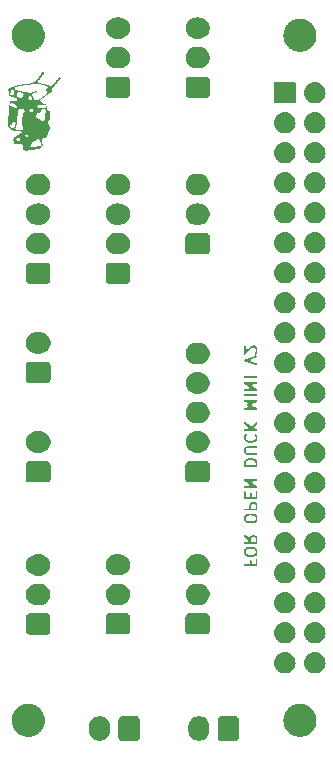
<source format=gbr>
G04 #@! TF.GenerationSoftware,KiCad,Pcbnew,8.0.4*
G04 #@! TF.CreationDate,2025-05-04T21:26:18-04:00*
G04 #@! TF.ProjectId,openduck,6f70656e-6475-4636-9b2e-6b696361645f,rev?*
G04 #@! TF.SameCoordinates,Original*
G04 #@! TF.FileFunction,Soldermask,Bot*
G04 #@! TF.FilePolarity,Negative*
%FSLAX46Y46*%
G04 Gerber Fmt 4.6, Leading zero omitted, Abs format (unit mm)*
G04 Created by KiCad (PCBNEW 8.0.4) date 2025-05-04 21:26:18*
%MOMM*%
%LPD*%
G01*
G04 APERTURE LIST*
G04 APERTURE END LIST*
G36*
X205018914Y-89776995D02*
G01*
X205034726Y-89783976D01*
X205042531Y-89785213D01*
X205075039Y-89801776D01*
X205120106Y-89821676D01*
X205198324Y-89899894D01*
X205218226Y-89944967D01*
X205234786Y-89977468D01*
X205236021Y-89985270D01*
X205243005Y-90001086D01*
X205251000Y-90070000D01*
X205251000Y-91570000D01*
X205243005Y-91638914D01*
X205236021Y-91654729D01*
X205234786Y-91662531D01*
X205218229Y-91695024D01*
X205198324Y-91740106D01*
X205120106Y-91818324D01*
X205075024Y-91838229D01*
X205042531Y-91854786D01*
X205034729Y-91856021D01*
X205018914Y-91863005D01*
X204950000Y-91871000D01*
X203750000Y-91871000D01*
X203681086Y-91863005D01*
X203665270Y-91856021D01*
X203657468Y-91854786D01*
X203624967Y-91838226D01*
X203579894Y-91818324D01*
X203501676Y-91740106D01*
X203481776Y-91695039D01*
X203465213Y-91662531D01*
X203463976Y-91654726D01*
X203456995Y-91638914D01*
X203449000Y-91570000D01*
X203449000Y-90070000D01*
X203456995Y-90001086D01*
X203463976Y-89985274D01*
X203465213Y-89977468D01*
X203481780Y-89944953D01*
X203501676Y-89899894D01*
X203579894Y-89821676D01*
X203624953Y-89801780D01*
X203657468Y-89785213D01*
X203665274Y-89783976D01*
X203681086Y-89776995D01*
X203750000Y-89769000D01*
X204950000Y-89769000D01*
X205018914Y-89776995D01*
G37*
G36*
X213418914Y-89776995D02*
G01*
X213434726Y-89783976D01*
X213442531Y-89785213D01*
X213475039Y-89801776D01*
X213520106Y-89821676D01*
X213598324Y-89899894D01*
X213618226Y-89944967D01*
X213634786Y-89977468D01*
X213636021Y-89985270D01*
X213643005Y-90001086D01*
X213651000Y-90070000D01*
X213651000Y-91570000D01*
X213643005Y-91638914D01*
X213636021Y-91654729D01*
X213634786Y-91662531D01*
X213618229Y-91695024D01*
X213598324Y-91740106D01*
X213520106Y-91818324D01*
X213475024Y-91838229D01*
X213442531Y-91854786D01*
X213434729Y-91856021D01*
X213418914Y-91863005D01*
X213350000Y-91871000D01*
X212150000Y-91871000D01*
X212081086Y-91863005D01*
X212065270Y-91856021D01*
X212057468Y-91854786D01*
X212024967Y-91838226D01*
X211979894Y-91818324D01*
X211901676Y-91740106D01*
X211881776Y-91695039D01*
X211865213Y-91662531D01*
X211863976Y-91654726D01*
X211856995Y-91638914D01*
X211849000Y-91570000D01*
X211849000Y-90070000D01*
X211856995Y-90001086D01*
X211863976Y-89985274D01*
X211865213Y-89977468D01*
X211881780Y-89944953D01*
X211901676Y-89899894D01*
X211979894Y-89821676D01*
X212024953Y-89801780D01*
X212057468Y-89785213D01*
X212065274Y-89783976D01*
X212081086Y-89776995D01*
X212150000Y-89769000D01*
X213350000Y-89769000D01*
X213418914Y-89776995D01*
G37*
G36*
X202111546Y-89807797D02*
G01*
X202274728Y-89875389D01*
X202421588Y-89973518D01*
X202546482Y-90098412D01*
X202644611Y-90245272D01*
X202712203Y-90408454D01*
X202746661Y-90581687D01*
X202751000Y-90670000D01*
X202751000Y-90970000D01*
X202746661Y-91058313D01*
X202712203Y-91231546D01*
X202644611Y-91394728D01*
X202546482Y-91541588D01*
X202421588Y-91666482D01*
X202274728Y-91764611D01*
X202111546Y-91832203D01*
X201938313Y-91866661D01*
X201761687Y-91866661D01*
X201588454Y-91832203D01*
X201425272Y-91764611D01*
X201278412Y-91666482D01*
X201153518Y-91541588D01*
X201055389Y-91394728D01*
X200987797Y-91231546D01*
X200953339Y-91058313D01*
X200949000Y-90970000D01*
X200949000Y-90670000D01*
X200953339Y-90581687D01*
X200987797Y-90408454D01*
X201055389Y-90245272D01*
X201153518Y-90098412D01*
X201278412Y-89973518D01*
X201425272Y-89875389D01*
X201588454Y-89807797D01*
X201761687Y-89773339D01*
X201938313Y-89773339D01*
X202111546Y-89807797D01*
G37*
G36*
X210511546Y-89807797D02*
G01*
X210674728Y-89875389D01*
X210821588Y-89973518D01*
X210946482Y-90098412D01*
X211044611Y-90245272D01*
X211112203Y-90408454D01*
X211146661Y-90581687D01*
X211151000Y-90670000D01*
X211151000Y-90970000D01*
X211146661Y-91058313D01*
X211112203Y-91231546D01*
X211044611Y-91394728D01*
X210946482Y-91541588D01*
X210821588Y-91666482D01*
X210674728Y-91764611D01*
X210511546Y-91832203D01*
X210338313Y-91866661D01*
X210161687Y-91866661D01*
X209988454Y-91832203D01*
X209825272Y-91764611D01*
X209678412Y-91666482D01*
X209553518Y-91541588D01*
X209455389Y-91394728D01*
X209387797Y-91231546D01*
X209353339Y-91058313D01*
X209349000Y-90970000D01*
X209349000Y-90670000D01*
X209353339Y-90581687D01*
X209387797Y-90408454D01*
X209455389Y-90245272D01*
X209553518Y-90098412D01*
X209678412Y-89973518D01*
X209825272Y-89875389D01*
X209988454Y-89807797D01*
X210161687Y-89773339D01*
X210338313Y-89773339D01*
X210511546Y-89807797D01*
G37*
G36*
X195865892Y-88723785D02*
G01*
X195925694Y-88723785D01*
X195979079Y-88732693D01*
X196029109Y-88736631D01*
X196089361Y-88751096D01*
X196153925Y-88761870D01*
X196199712Y-88777589D01*
X196242811Y-88787936D01*
X196305549Y-88813923D01*
X196372775Y-88837002D01*
X196410323Y-88857322D01*
X196445865Y-88872044D01*
X196508860Y-88910647D01*
X196576274Y-88947130D01*
X196605445Y-88969835D01*
X196633257Y-88986878D01*
X196694028Y-89038781D01*
X196758871Y-89089251D01*
X196780025Y-89112230D01*
X196800382Y-89129617D01*
X196856280Y-89195065D01*
X196915586Y-89259488D01*
X196929524Y-89280823D01*
X196943121Y-89296742D01*
X196991438Y-89375588D01*
X197042143Y-89453198D01*
X197050065Y-89471259D01*
X197057955Y-89484134D01*
X197095979Y-89575933D01*
X197135090Y-89665096D01*
X197138515Y-89678624D01*
X197142063Y-89687188D01*
X197167219Y-89791974D01*
X197191892Y-89889403D01*
X197192567Y-89897556D01*
X197193368Y-89900890D01*
X197203288Y-90026935D01*
X197211000Y-90120000D01*
X197203287Y-90213072D01*
X197193368Y-90339109D01*
X197192567Y-90342442D01*
X197191892Y-90350597D01*
X197167215Y-90448043D01*
X197142063Y-90552811D01*
X197138516Y-90561372D01*
X197135090Y-90574904D01*
X197095972Y-90664083D01*
X197057955Y-90755865D01*
X197050067Y-90768736D01*
X197042143Y-90786802D01*
X196991428Y-90864426D01*
X196943121Y-90943257D01*
X196929527Y-90959172D01*
X196915586Y-90980512D01*
X196856268Y-91044947D01*
X196800382Y-91110382D01*
X196780029Y-91127764D01*
X196758871Y-91150749D01*
X196694015Y-91201228D01*
X196633257Y-91253121D01*
X196605451Y-91270160D01*
X196576274Y-91292870D01*
X196508846Y-91329359D01*
X196445865Y-91367955D01*
X196410331Y-91382673D01*
X196372775Y-91402998D01*
X196305535Y-91426081D01*
X196242811Y-91452063D01*
X196199722Y-91462407D01*
X196153925Y-91478130D01*
X196089347Y-91488906D01*
X196029109Y-91503368D01*
X195979090Y-91507304D01*
X195925694Y-91516215D01*
X195865879Y-91516215D01*
X195810000Y-91520613D01*
X195754120Y-91516215D01*
X195694306Y-91516215D01*
X195640910Y-91507304D01*
X195590890Y-91503368D01*
X195530648Y-91488905D01*
X195466075Y-91478130D01*
X195420280Y-91462408D01*
X195377188Y-91452063D01*
X195314458Y-91426079D01*
X195247225Y-91402998D01*
X195209672Y-91382675D01*
X195174134Y-91367955D01*
X195111145Y-91329355D01*
X195043726Y-91292870D01*
X195014552Y-91270163D01*
X194986742Y-91253121D01*
X194925973Y-91201219D01*
X194861129Y-91150749D01*
X194839973Y-91127768D01*
X194819617Y-91110382D01*
X194763717Y-91044932D01*
X194704414Y-90980512D01*
X194690475Y-90959177D01*
X194676878Y-90943257D01*
X194628555Y-90864401D01*
X194577857Y-90786802D01*
X194569935Y-90768742D01*
X194562044Y-90755865D01*
X194524009Y-90664042D01*
X194484910Y-90574904D01*
X194481485Y-90561379D01*
X194477936Y-90552811D01*
X194452765Y-90447967D01*
X194428108Y-90350597D01*
X194427432Y-90342448D01*
X194426631Y-90339109D01*
X194416692Y-90212831D01*
X194409000Y-90120000D01*
X194416691Y-90027176D01*
X194426631Y-89900890D01*
X194427432Y-89897549D01*
X194428108Y-89889403D01*
X194452760Y-89792050D01*
X194477936Y-89687188D01*
X194481485Y-89678618D01*
X194484910Y-89665096D01*
X194524002Y-89575973D01*
X194562044Y-89484134D01*
X194569936Y-89471253D01*
X194577857Y-89453198D01*
X194628545Y-89375613D01*
X194676878Y-89296742D01*
X194690478Y-89280818D01*
X194704414Y-89259488D01*
X194763705Y-89195080D01*
X194819617Y-89129617D01*
X194839978Y-89112226D01*
X194861129Y-89089251D01*
X194925960Y-89038790D01*
X194986742Y-88986878D01*
X195014558Y-88969832D01*
X195043726Y-88947130D01*
X195111131Y-88910652D01*
X195174134Y-88872044D01*
X195209679Y-88857320D01*
X195247225Y-88837002D01*
X195314444Y-88813925D01*
X195377188Y-88787936D01*
X195420289Y-88777588D01*
X195466075Y-88761870D01*
X195530635Y-88751096D01*
X195590890Y-88736631D01*
X195640921Y-88732693D01*
X195694306Y-88723785D01*
X195754108Y-88723785D01*
X195810000Y-88719386D01*
X195865892Y-88723785D01*
G37*
G36*
X218865892Y-88723785D02*
G01*
X218925694Y-88723785D01*
X218979079Y-88732693D01*
X219029109Y-88736631D01*
X219089361Y-88751096D01*
X219153925Y-88761870D01*
X219199712Y-88777589D01*
X219242811Y-88787936D01*
X219305549Y-88813923D01*
X219372775Y-88837002D01*
X219410323Y-88857322D01*
X219445865Y-88872044D01*
X219508860Y-88910647D01*
X219576274Y-88947130D01*
X219605445Y-88969835D01*
X219633257Y-88986878D01*
X219694028Y-89038781D01*
X219758871Y-89089251D01*
X219780025Y-89112230D01*
X219800382Y-89129617D01*
X219856280Y-89195065D01*
X219915586Y-89259488D01*
X219929524Y-89280823D01*
X219943121Y-89296742D01*
X219991438Y-89375588D01*
X220042143Y-89453198D01*
X220050065Y-89471259D01*
X220057955Y-89484134D01*
X220095979Y-89575933D01*
X220135090Y-89665096D01*
X220138515Y-89678624D01*
X220142063Y-89687188D01*
X220167219Y-89791974D01*
X220191892Y-89889403D01*
X220192567Y-89897556D01*
X220193368Y-89900890D01*
X220203288Y-90026935D01*
X220211000Y-90120000D01*
X220203287Y-90213072D01*
X220193368Y-90339109D01*
X220192567Y-90342442D01*
X220191892Y-90350597D01*
X220167215Y-90448043D01*
X220142063Y-90552811D01*
X220138516Y-90561372D01*
X220135090Y-90574904D01*
X220095972Y-90664083D01*
X220057955Y-90755865D01*
X220050067Y-90768736D01*
X220042143Y-90786802D01*
X219991428Y-90864426D01*
X219943121Y-90943257D01*
X219929527Y-90959172D01*
X219915586Y-90980512D01*
X219856268Y-91044947D01*
X219800382Y-91110382D01*
X219780029Y-91127764D01*
X219758871Y-91150749D01*
X219694015Y-91201228D01*
X219633257Y-91253121D01*
X219605451Y-91270160D01*
X219576274Y-91292870D01*
X219508846Y-91329359D01*
X219445865Y-91367955D01*
X219410331Y-91382673D01*
X219372775Y-91402998D01*
X219305535Y-91426081D01*
X219242811Y-91452063D01*
X219199722Y-91462407D01*
X219153925Y-91478130D01*
X219089347Y-91488906D01*
X219029109Y-91503368D01*
X218979090Y-91507304D01*
X218925694Y-91516215D01*
X218865879Y-91516215D01*
X218810000Y-91520613D01*
X218754120Y-91516215D01*
X218694306Y-91516215D01*
X218640910Y-91507304D01*
X218590890Y-91503368D01*
X218530648Y-91488905D01*
X218466075Y-91478130D01*
X218420280Y-91462408D01*
X218377188Y-91452063D01*
X218314458Y-91426079D01*
X218247225Y-91402998D01*
X218209672Y-91382675D01*
X218174134Y-91367955D01*
X218111145Y-91329355D01*
X218043726Y-91292870D01*
X218014552Y-91270163D01*
X217986742Y-91253121D01*
X217925973Y-91201219D01*
X217861129Y-91150749D01*
X217839973Y-91127768D01*
X217819617Y-91110382D01*
X217763717Y-91044932D01*
X217704414Y-90980512D01*
X217690475Y-90959177D01*
X217676878Y-90943257D01*
X217628555Y-90864401D01*
X217577857Y-90786802D01*
X217569935Y-90768742D01*
X217562044Y-90755865D01*
X217524009Y-90664042D01*
X217484910Y-90574904D01*
X217481485Y-90561379D01*
X217477936Y-90552811D01*
X217452765Y-90447967D01*
X217428108Y-90350597D01*
X217427432Y-90342448D01*
X217426631Y-90339109D01*
X217416692Y-90212831D01*
X217409000Y-90120000D01*
X217416691Y-90027176D01*
X217426631Y-89900890D01*
X217427432Y-89897549D01*
X217428108Y-89889403D01*
X217452760Y-89792050D01*
X217477936Y-89687188D01*
X217481485Y-89678618D01*
X217484910Y-89665096D01*
X217524002Y-89575973D01*
X217562044Y-89484134D01*
X217569936Y-89471253D01*
X217577857Y-89453198D01*
X217628545Y-89375613D01*
X217676878Y-89296742D01*
X217690478Y-89280818D01*
X217704414Y-89259488D01*
X217763705Y-89195080D01*
X217819617Y-89129617D01*
X217839978Y-89112226D01*
X217861129Y-89089251D01*
X217925960Y-89038790D01*
X217986742Y-88986878D01*
X218014558Y-88969832D01*
X218043726Y-88947130D01*
X218111131Y-88910652D01*
X218174134Y-88872044D01*
X218209679Y-88857320D01*
X218247225Y-88837002D01*
X218314444Y-88813925D01*
X218377188Y-88787936D01*
X218420289Y-88777588D01*
X218466075Y-88761870D01*
X218530635Y-88751096D01*
X218590890Y-88736631D01*
X218640921Y-88732693D01*
X218694306Y-88723785D01*
X218754108Y-88723785D01*
X218810000Y-88719386D01*
X218865892Y-88723785D01*
G37*
G36*
X217583983Y-84353936D02*
G01*
X217634180Y-84353936D01*
X217677524Y-84363149D01*
X217715659Y-84366905D01*
X217763566Y-84381437D01*
X217818424Y-84393098D01*
X217853530Y-84408728D01*
X217884566Y-84418143D01*
X217933884Y-84444504D01*
X217990500Y-84469711D01*
X218016822Y-84488835D01*
X218040232Y-84501348D01*
X218087988Y-84540540D01*
X218142887Y-84580427D01*
X218160711Y-84600223D01*
X218176675Y-84613324D01*
X218219572Y-84665594D01*
X218268924Y-84720405D01*
X218279292Y-84738363D01*
X218288651Y-84749767D01*
X218323273Y-84814542D01*
X218363104Y-84883530D01*
X218367685Y-84897630D01*
X218371856Y-84905433D01*
X218394852Y-84981242D01*
X218421311Y-85062672D01*
X218422242Y-85071532D01*
X218423094Y-85074340D01*
X218431384Y-85158513D01*
X218441000Y-85250000D01*
X218431383Y-85341494D01*
X218423094Y-85425659D01*
X218422242Y-85428466D01*
X218421311Y-85437328D01*
X218394848Y-85518771D01*
X218371856Y-85594566D01*
X218367686Y-85602366D01*
X218363104Y-85616470D01*
X218323266Y-85685470D01*
X218288651Y-85750232D01*
X218279294Y-85761633D01*
X218268924Y-85779595D01*
X218219563Y-85834415D01*
X218176675Y-85886675D01*
X218160714Y-85899773D01*
X218142887Y-85919573D01*
X218087977Y-85959467D01*
X218040232Y-85998651D01*
X218016827Y-86011161D01*
X217990500Y-86030289D01*
X217933873Y-86055500D01*
X217884566Y-86081856D01*
X217853537Y-86091268D01*
X217818424Y-86106902D01*
X217763555Y-86118564D01*
X217715659Y-86133094D01*
X217677532Y-86136849D01*
X217634180Y-86146064D01*
X217583973Y-86146064D01*
X217540000Y-86150395D01*
X217496027Y-86146064D01*
X217445820Y-86146064D01*
X217402467Y-86136849D01*
X217364340Y-86133094D01*
X217316441Y-86118563D01*
X217261576Y-86106902D01*
X217226464Y-86091269D01*
X217195433Y-86081856D01*
X217146120Y-86055498D01*
X217089500Y-86030289D01*
X217063175Y-86011163D01*
X217039767Y-85998651D01*
X216992013Y-85959460D01*
X216937113Y-85919573D01*
X216919287Y-85899776D01*
X216903324Y-85886675D01*
X216860425Y-85834402D01*
X216811076Y-85779595D01*
X216800708Y-85761637D01*
X216791348Y-85750232D01*
X216756719Y-85685447D01*
X216716896Y-85616470D01*
X216712315Y-85602371D01*
X216708143Y-85594566D01*
X216685136Y-85518725D01*
X216658689Y-85437328D01*
X216657758Y-85428471D01*
X216656905Y-85425659D01*
X216648600Y-85341342D01*
X216639000Y-85250000D01*
X216648599Y-85158664D01*
X216656905Y-85074340D01*
X216657758Y-85071527D01*
X216658689Y-85062672D01*
X216685132Y-84981288D01*
X216708143Y-84905433D01*
X216712315Y-84897626D01*
X216716896Y-84883530D01*
X216756712Y-84814565D01*
X216791348Y-84749767D01*
X216800710Y-84738359D01*
X216811076Y-84720405D01*
X216860416Y-84665607D01*
X216903324Y-84613324D01*
X216919291Y-84600219D01*
X216937113Y-84580427D01*
X216992002Y-84540546D01*
X217039767Y-84501348D01*
X217063180Y-84488833D01*
X217089500Y-84469711D01*
X217146109Y-84444506D01*
X217195433Y-84418143D01*
X217226471Y-84408727D01*
X217261576Y-84393098D01*
X217316430Y-84381438D01*
X217364340Y-84366905D01*
X217402476Y-84363148D01*
X217445820Y-84353936D01*
X217496016Y-84353936D01*
X217540000Y-84349604D01*
X217583983Y-84353936D01*
G37*
G36*
X220123983Y-84353936D02*
G01*
X220174180Y-84353936D01*
X220217524Y-84363149D01*
X220255659Y-84366905D01*
X220303566Y-84381437D01*
X220358424Y-84393098D01*
X220393530Y-84408728D01*
X220424566Y-84418143D01*
X220473884Y-84444504D01*
X220530500Y-84469711D01*
X220556822Y-84488835D01*
X220580232Y-84501348D01*
X220627988Y-84540540D01*
X220682887Y-84580427D01*
X220700711Y-84600223D01*
X220716675Y-84613324D01*
X220759572Y-84665594D01*
X220808924Y-84720405D01*
X220819292Y-84738363D01*
X220828651Y-84749767D01*
X220863273Y-84814542D01*
X220903104Y-84883530D01*
X220907685Y-84897630D01*
X220911856Y-84905433D01*
X220934852Y-84981242D01*
X220961311Y-85062672D01*
X220962242Y-85071532D01*
X220963094Y-85074340D01*
X220971384Y-85158513D01*
X220981000Y-85250000D01*
X220971383Y-85341494D01*
X220963094Y-85425659D01*
X220962242Y-85428466D01*
X220961311Y-85437328D01*
X220934848Y-85518771D01*
X220911856Y-85594566D01*
X220907686Y-85602366D01*
X220903104Y-85616470D01*
X220863266Y-85685470D01*
X220828651Y-85750232D01*
X220819294Y-85761633D01*
X220808924Y-85779595D01*
X220759563Y-85834415D01*
X220716675Y-85886675D01*
X220700714Y-85899773D01*
X220682887Y-85919573D01*
X220627977Y-85959467D01*
X220580232Y-85998651D01*
X220556827Y-86011161D01*
X220530500Y-86030289D01*
X220473873Y-86055500D01*
X220424566Y-86081856D01*
X220393537Y-86091268D01*
X220358424Y-86106902D01*
X220303555Y-86118564D01*
X220255659Y-86133094D01*
X220217532Y-86136849D01*
X220174180Y-86146064D01*
X220123973Y-86146064D01*
X220080000Y-86150395D01*
X220036027Y-86146064D01*
X219985820Y-86146064D01*
X219942467Y-86136849D01*
X219904340Y-86133094D01*
X219856441Y-86118563D01*
X219801576Y-86106902D01*
X219766464Y-86091269D01*
X219735433Y-86081856D01*
X219686120Y-86055498D01*
X219629500Y-86030289D01*
X219603175Y-86011163D01*
X219579767Y-85998651D01*
X219532013Y-85959460D01*
X219477113Y-85919573D01*
X219459287Y-85899776D01*
X219443324Y-85886675D01*
X219400425Y-85834402D01*
X219351076Y-85779595D01*
X219340708Y-85761637D01*
X219331348Y-85750232D01*
X219296719Y-85685447D01*
X219256896Y-85616470D01*
X219252315Y-85602371D01*
X219248143Y-85594566D01*
X219225136Y-85518725D01*
X219198689Y-85437328D01*
X219197758Y-85428471D01*
X219196905Y-85425659D01*
X219188600Y-85341342D01*
X219179000Y-85250000D01*
X219188599Y-85158664D01*
X219196905Y-85074340D01*
X219197758Y-85071527D01*
X219198689Y-85062672D01*
X219225132Y-84981288D01*
X219248143Y-84905433D01*
X219252315Y-84897626D01*
X219256896Y-84883530D01*
X219296712Y-84814565D01*
X219331348Y-84749767D01*
X219340710Y-84738359D01*
X219351076Y-84720405D01*
X219400416Y-84665607D01*
X219443324Y-84613324D01*
X219459291Y-84600219D01*
X219477113Y-84580427D01*
X219532002Y-84540546D01*
X219579767Y-84501348D01*
X219603180Y-84488833D01*
X219629500Y-84469711D01*
X219686109Y-84444506D01*
X219735433Y-84418143D01*
X219766471Y-84408727D01*
X219801576Y-84393098D01*
X219856430Y-84381438D01*
X219904340Y-84366905D01*
X219942476Y-84363148D01*
X219985820Y-84353936D01*
X220036016Y-84353936D01*
X220080000Y-84349604D01*
X220123983Y-84353936D01*
G37*
G36*
X217583983Y-81813936D02*
G01*
X217634180Y-81813936D01*
X217677524Y-81823149D01*
X217715659Y-81826905D01*
X217763566Y-81841437D01*
X217818424Y-81853098D01*
X217853530Y-81868728D01*
X217884566Y-81878143D01*
X217933884Y-81904504D01*
X217990500Y-81929711D01*
X218016822Y-81948835D01*
X218040232Y-81961348D01*
X218087988Y-82000540D01*
X218142887Y-82040427D01*
X218160711Y-82060223D01*
X218176675Y-82073324D01*
X218219572Y-82125594D01*
X218268924Y-82180405D01*
X218279292Y-82198363D01*
X218288651Y-82209767D01*
X218323273Y-82274542D01*
X218363104Y-82343530D01*
X218367685Y-82357630D01*
X218371856Y-82365433D01*
X218394852Y-82441242D01*
X218421311Y-82522672D01*
X218422242Y-82531532D01*
X218423094Y-82534340D01*
X218431384Y-82618513D01*
X218441000Y-82710000D01*
X218431383Y-82801494D01*
X218423094Y-82885659D01*
X218422242Y-82888466D01*
X218421311Y-82897328D01*
X218394848Y-82978771D01*
X218371856Y-83054566D01*
X218367686Y-83062366D01*
X218363104Y-83076470D01*
X218323266Y-83145470D01*
X218288651Y-83210232D01*
X218279294Y-83221633D01*
X218268924Y-83239595D01*
X218219563Y-83294415D01*
X218176675Y-83346675D01*
X218160714Y-83359773D01*
X218142887Y-83379573D01*
X218087977Y-83419467D01*
X218040232Y-83458651D01*
X218016827Y-83471161D01*
X217990500Y-83490289D01*
X217933873Y-83515500D01*
X217884566Y-83541856D01*
X217853537Y-83551268D01*
X217818424Y-83566902D01*
X217763555Y-83578564D01*
X217715659Y-83593094D01*
X217677532Y-83596849D01*
X217634180Y-83606064D01*
X217583973Y-83606064D01*
X217540000Y-83610395D01*
X217496027Y-83606064D01*
X217445820Y-83606064D01*
X217402467Y-83596849D01*
X217364340Y-83593094D01*
X217316441Y-83578563D01*
X217261576Y-83566902D01*
X217226464Y-83551269D01*
X217195433Y-83541856D01*
X217146120Y-83515498D01*
X217089500Y-83490289D01*
X217063175Y-83471163D01*
X217039767Y-83458651D01*
X216992013Y-83419460D01*
X216937113Y-83379573D01*
X216919287Y-83359776D01*
X216903324Y-83346675D01*
X216860425Y-83294402D01*
X216811076Y-83239595D01*
X216800708Y-83221637D01*
X216791348Y-83210232D01*
X216756719Y-83145447D01*
X216716896Y-83076470D01*
X216712315Y-83062371D01*
X216708143Y-83054566D01*
X216685136Y-82978725D01*
X216658689Y-82897328D01*
X216657758Y-82888471D01*
X216656905Y-82885659D01*
X216648600Y-82801342D01*
X216639000Y-82710000D01*
X216648599Y-82618664D01*
X216656905Y-82534340D01*
X216657758Y-82531527D01*
X216658689Y-82522672D01*
X216685132Y-82441288D01*
X216708143Y-82365433D01*
X216712315Y-82357626D01*
X216716896Y-82343530D01*
X216756712Y-82274565D01*
X216791348Y-82209767D01*
X216800710Y-82198359D01*
X216811076Y-82180405D01*
X216860416Y-82125607D01*
X216903324Y-82073324D01*
X216919291Y-82060219D01*
X216937113Y-82040427D01*
X216992002Y-82000546D01*
X217039767Y-81961348D01*
X217063180Y-81948833D01*
X217089500Y-81929711D01*
X217146109Y-81904506D01*
X217195433Y-81878143D01*
X217226471Y-81868727D01*
X217261576Y-81853098D01*
X217316430Y-81841438D01*
X217364340Y-81826905D01*
X217402476Y-81823148D01*
X217445820Y-81813936D01*
X217496016Y-81813936D01*
X217540000Y-81809604D01*
X217583983Y-81813936D01*
G37*
G36*
X220123983Y-81813936D02*
G01*
X220174180Y-81813936D01*
X220217524Y-81823149D01*
X220255659Y-81826905D01*
X220303566Y-81841437D01*
X220358424Y-81853098D01*
X220393530Y-81868728D01*
X220424566Y-81878143D01*
X220473884Y-81904504D01*
X220530500Y-81929711D01*
X220556822Y-81948835D01*
X220580232Y-81961348D01*
X220627988Y-82000540D01*
X220682887Y-82040427D01*
X220700711Y-82060223D01*
X220716675Y-82073324D01*
X220759572Y-82125594D01*
X220808924Y-82180405D01*
X220819292Y-82198363D01*
X220828651Y-82209767D01*
X220863273Y-82274542D01*
X220903104Y-82343530D01*
X220907685Y-82357630D01*
X220911856Y-82365433D01*
X220934852Y-82441242D01*
X220961311Y-82522672D01*
X220962242Y-82531532D01*
X220963094Y-82534340D01*
X220971384Y-82618513D01*
X220981000Y-82710000D01*
X220971383Y-82801494D01*
X220963094Y-82885659D01*
X220962242Y-82888466D01*
X220961311Y-82897328D01*
X220934848Y-82978771D01*
X220911856Y-83054566D01*
X220907686Y-83062366D01*
X220903104Y-83076470D01*
X220863266Y-83145470D01*
X220828651Y-83210232D01*
X220819294Y-83221633D01*
X220808924Y-83239595D01*
X220759563Y-83294415D01*
X220716675Y-83346675D01*
X220700714Y-83359773D01*
X220682887Y-83379573D01*
X220627977Y-83419467D01*
X220580232Y-83458651D01*
X220556827Y-83471161D01*
X220530500Y-83490289D01*
X220473873Y-83515500D01*
X220424566Y-83541856D01*
X220393537Y-83551268D01*
X220358424Y-83566902D01*
X220303555Y-83578564D01*
X220255659Y-83593094D01*
X220217532Y-83596849D01*
X220174180Y-83606064D01*
X220123973Y-83606064D01*
X220080000Y-83610395D01*
X220036027Y-83606064D01*
X219985820Y-83606064D01*
X219942467Y-83596849D01*
X219904340Y-83593094D01*
X219856441Y-83578563D01*
X219801576Y-83566902D01*
X219766464Y-83551269D01*
X219735433Y-83541856D01*
X219686120Y-83515498D01*
X219629500Y-83490289D01*
X219603175Y-83471163D01*
X219579767Y-83458651D01*
X219532013Y-83419460D01*
X219477113Y-83379573D01*
X219459287Y-83359776D01*
X219443324Y-83346675D01*
X219400425Y-83294402D01*
X219351076Y-83239595D01*
X219340708Y-83221637D01*
X219331348Y-83210232D01*
X219296719Y-83145447D01*
X219256896Y-83076470D01*
X219252315Y-83062371D01*
X219248143Y-83054566D01*
X219225136Y-82978725D01*
X219198689Y-82897328D01*
X219197758Y-82888471D01*
X219196905Y-82885659D01*
X219188600Y-82801342D01*
X219179000Y-82710000D01*
X219188599Y-82618664D01*
X219196905Y-82534340D01*
X219197758Y-82531527D01*
X219198689Y-82522672D01*
X219225132Y-82441288D01*
X219248143Y-82365433D01*
X219252315Y-82357626D01*
X219256896Y-82343530D01*
X219296712Y-82274565D01*
X219331348Y-82209767D01*
X219340710Y-82198359D01*
X219351076Y-82180405D01*
X219400416Y-82125607D01*
X219443324Y-82073324D01*
X219459291Y-82060219D01*
X219477113Y-82040427D01*
X219532002Y-82000546D01*
X219579767Y-81961348D01*
X219603180Y-81948833D01*
X219629500Y-81929711D01*
X219686109Y-81904506D01*
X219735433Y-81878143D01*
X219766471Y-81868727D01*
X219801576Y-81853098D01*
X219856430Y-81841438D01*
X219904340Y-81826905D01*
X219942476Y-81823148D01*
X219985820Y-81813936D01*
X220036016Y-81813936D01*
X220080000Y-81809604D01*
X220123983Y-81813936D01*
G37*
G36*
X197443914Y-81076995D02*
G01*
X197459726Y-81083976D01*
X197467531Y-81085213D01*
X197500039Y-81101776D01*
X197545106Y-81121676D01*
X197623324Y-81199894D01*
X197643226Y-81244967D01*
X197659786Y-81277468D01*
X197661021Y-81285270D01*
X197668005Y-81301086D01*
X197676000Y-81370000D01*
X197676000Y-82570000D01*
X197668005Y-82638914D01*
X197661021Y-82654729D01*
X197659786Y-82662531D01*
X197643229Y-82695024D01*
X197623324Y-82740106D01*
X197545106Y-82818324D01*
X197500024Y-82838229D01*
X197467531Y-82854786D01*
X197459729Y-82856021D01*
X197443914Y-82863005D01*
X197375000Y-82871000D01*
X195925000Y-82871000D01*
X195856086Y-82863005D01*
X195840270Y-82856021D01*
X195832468Y-82854786D01*
X195799967Y-82838226D01*
X195754894Y-82818324D01*
X195676676Y-82740106D01*
X195656776Y-82695039D01*
X195640213Y-82662531D01*
X195638976Y-82654726D01*
X195631995Y-82638914D01*
X195624000Y-82570000D01*
X195624000Y-81370000D01*
X195631995Y-81301086D01*
X195638976Y-81285274D01*
X195640213Y-81277468D01*
X195656780Y-81244953D01*
X195676676Y-81199894D01*
X195754894Y-81121676D01*
X195799953Y-81101780D01*
X195832468Y-81085213D01*
X195840274Y-81083976D01*
X195856086Y-81076995D01*
X195925000Y-81069000D01*
X197375000Y-81069000D01*
X197443914Y-81076995D01*
G37*
G36*
X204193914Y-81066995D02*
G01*
X204209726Y-81073976D01*
X204217531Y-81075213D01*
X204250039Y-81091776D01*
X204295106Y-81111676D01*
X204373324Y-81189894D01*
X204393226Y-81234967D01*
X204409786Y-81267468D01*
X204411021Y-81275270D01*
X204418005Y-81291086D01*
X204426000Y-81360000D01*
X204426000Y-82560000D01*
X204418005Y-82628914D01*
X204411021Y-82644729D01*
X204409786Y-82652531D01*
X204393229Y-82685024D01*
X204373324Y-82730106D01*
X204295106Y-82808324D01*
X204250024Y-82828229D01*
X204217531Y-82844786D01*
X204209729Y-82846021D01*
X204193914Y-82853005D01*
X204125000Y-82861000D01*
X202675000Y-82861000D01*
X202606086Y-82853005D01*
X202590270Y-82846021D01*
X202582468Y-82844786D01*
X202549967Y-82828226D01*
X202504894Y-82808324D01*
X202426676Y-82730106D01*
X202406776Y-82685039D01*
X202390213Y-82652531D01*
X202388976Y-82644726D01*
X202381995Y-82628914D01*
X202374000Y-82560000D01*
X202374000Y-81360000D01*
X202381995Y-81291086D01*
X202388976Y-81275274D01*
X202390213Y-81267468D01*
X202406780Y-81234953D01*
X202426676Y-81189894D01*
X202504894Y-81111676D01*
X202549953Y-81091780D01*
X202582468Y-81075213D01*
X202590274Y-81073976D01*
X202606086Y-81066995D01*
X202675000Y-81059000D01*
X204125000Y-81059000D01*
X204193914Y-81066995D01*
G37*
G36*
X210943914Y-81066995D02*
G01*
X210959726Y-81073976D01*
X210967531Y-81075213D01*
X211000039Y-81091776D01*
X211045106Y-81111676D01*
X211123324Y-81189894D01*
X211143226Y-81234967D01*
X211159786Y-81267468D01*
X211161021Y-81275270D01*
X211168005Y-81291086D01*
X211176000Y-81360000D01*
X211176000Y-82560000D01*
X211168005Y-82628914D01*
X211161021Y-82644729D01*
X211159786Y-82652531D01*
X211143229Y-82685024D01*
X211123324Y-82730106D01*
X211045106Y-82808324D01*
X211000024Y-82828229D01*
X210967531Y-82844786D01*
X210959729Y-82846021D01*
X210943914Y-82853005D01*
X210875000Y-82861000D01*
X209425000Y-82861000D01*
X209356086Y-82853005D01*
X209340270Y-82846021D01*
X209332468Y-82844786D01*
X209299967Y-82828226D01*
X209254894Y-82808324D01*
X209176676Y-82730106D01*
X209156776Y-82685039D01*
X209140213Y-82652531D01*
X209138976Y-82644726D01*
X209131995Y-82628914D01*
X209124000Y-82560000D01*
X209124000Y-81360000D01*
X209131995Y-81291086D01*
X209138976Y-81275274D01*
X209140213Y-81267468D01*
X209156780Y-81234953D01*
X209176676Y-81189894D01*
X209254894Y-81111676D01*
X209299953Y-81091780D01*
X209332468Y-81075213D01*
X209340274Y-81073976D01*
X209356086Y-81066995D01*
X209425000Y-81059000D01*
X210875000Y-81059000D01*
X210943914Y-81066995D01*
G37*
G36*
X217583983Y-79273936D02*
G01*
X217634180Y-79273936D01*
X217677524Y-79283149D01*
X217715659Y-79286905D01*
X217763566Y-79301437D01*
X217818424Y-79313098D01*
X217853530Y-79328728D01*
X217884566Y-79338143D01*
X217933884Y-79364504D01*
X217990500Y-79389711D01*
X218016822Y-79408835D01*
X218040232Y-79421348D01*
X218087988Y-79460540D01*
X218142887Y-79500427D01*
X218160711Y-79520223D01*
X218176675Y-79533324D01*
X218219572Y-79585594D01*
X218268924Y-79640405D01*
X218279292Y-79658363D01*
X218288651Y-79669767D01*
X218323273Y-79734542D01*
X218363104Y-79803530D01*
X218367685Y-79817630D01*
X218371856Y-79825433D01*
X218394852Y-79901242D01*
X218421311Y-79982672D01*
X218422242Y-79991532D01*
X218423094Y-79994340D01*
X218431384Y-80078513D01*
X218441000Y-80170000D01*
X218431383Y-80261494D01*
X218423094Y-80345659D01*
X218422242Y-80348466D01*
X218421311Y-80357328D01*
X218394848Y-80438771D01*
X218371856Y-80514566D01*
X218367686Y-80522366D01*
X218363104Y-80536470D01*
X218323266Y-80605470D01*
X218288651Y-80670232D01*
X218279294Y-80681633D01*
X218268924Y-80699595D01*
X218219563Y-80754415D01*
X218176675Y-80806675D01*
X218160714Y-80819773D01*
X218142887Y-80839573D01*
X218087977Y-80879467D01*
X218040232Y-80918651D01*
X218016827Y-80931161D01*
X217990500Y-80950289D01*
X217933873Y-80975500D01*
X217884566Y-81001856D01*
X217853537Y-81011268D01*
X217818424Y-81026902D01*
X217763555Y-81038564D01*
X217715659Y-81053094D01*
X217677532Y-81056849D01*
X217634180Y-81066064D01*
X217583973Y-81066064D01*
X217540000Y-81070395D01*
X217496027Y-81066064D01*
X217445820Y-81066064D01*
X217402467Y-81056849D01*
X217364340Y-81053094D01*
X217316441Y-81038563D01*
X217261576Y-81026902D01*
X217226464Y-81011269D01*
X217195433Y-81001856D01*
X217146120Y-80975498D01*
X217089500Y-80950289D01*
X217063175Y-80931163D01*
X217039767Y-80918651D01*
X216992013Y-80879460D01*
X216937113Y-80839573D01*
X216919287Y-80819776D01*
X216903324Y-80806675D01*
X216860425Y-80754402D01*
X216811076Y-80699595D01*
X216800708Y-80681637D01*
X216791348Y-80670232D01*
X216756719Y-80605447D01*
X216716896Y-80536470D01*
X216712315Y-80522371D01*
X216708143Y-80514566D01*
X216685136Y-80438725D01*
X216658689Y-80357328D01*
X216657758Y-80348471D01*
X216656905Y-80345659D01*
X216648600Y-80261342D01*
X216639000Y-80170000D01*
X216648599Y-80078664D01*
X216656905Y-79994340D01*
X216657758Y-79991527D01*
X216658689Y-79982672D01*
X216685132Y-79901288D01*
X216708143Y-79825433D01*
X216712315Y-79817626D01*
X216716896Y-79803530D01*
X216756712Y-79734565D01*
X216791348Y-79669767D01*
X216800710Y-79658359D01*
X216811076Y-79640405D01*
X216860416Y-79585607D01*
X216903324Y-79533324D01*
X216919291Y-79520219D01*
X216937113Y-79500427D01*
X216992002Y-79460546D01*
X217039767Y-79421348D01*
X217063180Y-79408833D01*
X217089500Y-79389711D01*
X217146109Y-79364506D01*
X217195433Y-79338143D01*
X217226471Y-79328727D01*
X217261576Y-79313098D01*
X217316430Y-79301438D01*
X217364340Y-79286905D01*
X217402476Y-79283148D01*
X217445820Y-79273936D01*
X217496016Y-79273936D01*
X217540000Y-79269604D01*
X217583983Y-79273936D01*
G37*
G36*
X220123983Y-79273936D02*
G01*
X220174180Y-79273936D01*
X220217524Y-79283149D01*
X220255659Y-79286905D01*
X220303566Y-79301437D01*
X220358424Y-79313098D01*
X220393530Y-79328728D01*
X220424566Y-79338143D01*
X220473884Y-79364504D01*
X220530500Y-79389711D01*
X220556822Y-79408835D01*
X220580232Y-79421348D01*
X220627988Y-79460540D01*
X220682887Y-79500427D01*
X220700711Y-79520223D01*
X220716675Y-79533324D01*
X220759572Y-79585594D01*
X220808924Y-79640405D01*
X220819292Y-79658363D01*
X220828651Y-79669767D01*
X220863273Y-79734542D01*
X220903104Y-79803530D01*
X220907685Y-79817630D01*
X220911856Y-79825433D01*
X220934852Y-79901242D01*
X220961311Y-79982672D01*
X220962242Y-79991532D01*
X220963094Y-79994340D01*
X220971384Y-80078513D01*
X220981000Y-80170000D01*
X220971383Y-80261494D01*
X220963094Y-80345659D01*
X220962242Y-80348466D01*
X220961311Y-80357328D01*
X220934848Y-80438771D01*
X220911856Y-80514566D01*
X220907686Y-80522366D01*
X220903104Y-80536470D01*
X220863266Y-80605470D01*
X220828651Y-80670232D01*
X220819294Y-80681633D01*
X220808924Y-80699595D01*
X220759563Y-80754415D01*
X220716675Y-80806675D01*
X220700714Y-80819773D01*
X220682887Y-80839573D01*
X220627977Y-80879467D01*
X220580232Y-80918651D01*
X220556827Y-80931161D01*
X220530500Y-80950289D01*
X220473873Y-80975500D01*
X220424566Y-81001856D01*
X220393537Y-81011268D01*
X220358424Y-81026902D01*
X220303555Y-81038564D01*
X220255659Y-81053094D01*
X220217532Y-81056849D01*
X220174180Y-81066064D01*
X220123973Y-81066064D01*
X220080000Y-81070395D01*
X220036027Y-81066064D01*
X219985820Y-81066064D01*
X219942467Y-81056849D01*
X219904340Y-81053094D01*
X219856441Y-81038563D01*
X219801576Y-81026902D01*
X219766464Y-81011269D01*
X219735433Y-81001856D01*
X219686120Y-80975498D01*
X219629500Y-80950289D01*
X219603175Y-80931163D01*
X219579767Y-80918651D01*
X219532013Y-80879460D01*
X219477113Y-80839573D01*
X219459287Y-80819776D01*
X219443324Y-80806675D01*
X219400425Y-80754402D01*
X219351076Y-80699595D01*
X219340708Y-80681637D01*
X219331348Y-80670232D01*
X219296719Y-80605447D01*
X219256896Y-80536470D01*
X219252315Y-80522371D01*
X219248143Y-80514566D01*
X219225136Y-80438725D01*
X219198689Y-80357328D01*
X219197758Y-80348471D01*
X219196905Y-80345659D01*
X219188600Y-80261342D01*
X219179000Y-80170000D01*
X219188599Y-80078664D01*
X219196905Y-79994340D01*
X219197758Y-79991527D01*
X219198689Y-79982672D01*
X219225132Y-79901288D01*
X219248143Y-79825433D01*
X219252315Y-79817626D01*
X219256896Y-79803530D01*
X219296712Y-79734565D01*
X219331348Y-79669767D01*
X219340710Y-79658359D01*
X219351076Y-79640405D01*
X219400416Y-79585607D01*
X219443324Y-79533324D01*
X219459291Y-79520219D01*
X219477113Y-79500427D01*
X219532002Y-79460546D01*
X219579767Y-79421348D01*
X219603180Y-79408833D01*
X219629500Y-79389711D01*
X219686109Y-79364506D01*
X219735433Y-79338143D01*
X219766471Y-79328727D01*
X219801576Y-79313098D01*
X219856430Y-79301438D01*
X219904340Y-79286905D01*
X219942476Y-79283148D01*
X219985820Y-79273936D01*
X220036016Y-79273936D01*
X220080000Y-79269604D01*
X220123983Y-79273936D01*
G37*
G36*
X196863313Y-78573339D02*
G01*
X197036546Y-78607797D01*
X197199728Y-78675389D01*
X197346588Y-78773518D01*
X197471482Y-78898412D01*
X197569611Y-79045272D01*
X197637203Y-79208454D01*
X197671661Y-79381687D01*
X197671661Y-79558313D01*
X197637203Y-79731546D01*
X197569611Y-79894728D01*
X197471482Y-80041588D01*
X197346588Y-80166482D01*
X197199728Y-80264611D01*
X197036546Y-80332203D01*
X196863313Y-80366661D01*
X196775000Y-80371000D01*
X196771941Y-80371000D01*
X196528059Y-80371000D01*
X196525000Y-80371000D01*
X196436687Y-80366661D01*
X196263454Y-80332203D01*
X196100272Y-80264611D01*
X195953412Y-80166482D01*
X195828518Y-80041588D01*
X195730389Y-79894728D01*
X195662797Y-79731546D01*
X195628339Y-79558313D01*
X195628339Y-79381687D01*
X195662797Y-79208454D01*
X195730389Y-79045272D01*
X195828518Y-78898412D01*
X195953412Y-78773518D01*
X196100272Y-78675389D01*
X196263454Y-78607797D01*
X196436687Y-78573339D01*
X196525000Y-78569000D01*
X196775000Y-78569000D01*
X196863313Y-78573339D01*
G37*
G36*
X203613313Y-78563339D02*
G01*
X203786546Y-78597797D01*
X203949728Y-78665389D01*
X204096588Y-78763518D01*
X204221482Y-78888412D01*
X204319611Y-79035272D01*
X204387203Y-79198454D01*
X204421661Y-79371687D01*
X204421661Y-79548313D01*
X204387203Y-79721546D01*
X204319611Y-79884728D01*
X204221482Y-80031588D01*
X204096588Y-80156482D01*
X203949728Y-80254611D01*
X203786546Y-80322203D01*
X203613313Y-80356661D01*
X203525000Y-80361000D01*
X203521941Y-80361000D01*
X203278059Y-80361000D01*
X203275000Y-80361000D01*
X203186687Y-80356661D01*
X203013454Y-80322203D01*
X202850272Y-80254611D01*
X202703412Y-80156482D01*
X202578518Y-80031588D01*
X202480389Y-79884728D01*
X202412797Y-79721546D01*
X202378339Y-79548313D01*
X202378339Y-79371687D01*
X202412797Y-79198454D01*
X202480389Y-79035272D01*
X202578518Y-78888412D01*
X202703412Y-78763518D01*
X202850272Y-78665389D01*
X203013454Y-78597797D01*
X203186687Y-78563339D01*
X203275000Y-78559000D01*
X203525000Y-78559000D01*
X203613313Y-78563339D01*
G37*
G36*
X210363313Y-78563339D02*
G01*
X210536546Y-78597797D01*
X210699728Y-78665389D01*
X210846588Y-78763518D01*
X210971482Y-78888412D01*
X211069611Y-79035272D01*
X211137203Y-79198454D01*
X211171661Y-79371687D01*
X211171661Y-79548313D01*
X211137203Y-79721546D01*
X211069611Y-79884728D01*
X210971482Y-80031588D01*
X210846588Y-80156482D01*
X210699728Y-80254611D01*
X210536546Y-80322203D01*
X210363313Y-80356661D01*
X210275000Y-80361000D01*
X210271941Y-80361000D01*
X210028059Y-80361000D01*
X210025000Y-80361000D01*
X209936687Y-80356661D01*
X209763454Y-80322203D01*
X209600272Y-80254611D01*
X209453412Y-80156482D01*
X209328518Y-80031588D01*
X209230389Y-79884728D01*
X209162797Y-79721546D01*
X209128339Y-79548313D01*
X209128339Y-79371687D01*
X209162797Y-79198454D01*
X209230389Y-79035272D01*
X209328518Y-78888412D01*
X209453412Y-78763518D01*
X209600272Y-78665389D01*
X209763454Y-78597797D01*
X209936687Y-78563339D01*
X210025000Y-78559000D01*
X210275000Y-78559000D01*
X210363313Y-78563339D01*
G37*
G36*
X217583983Y-76733936D02*
G01*
X217634180Y-76733936D01*
X217677524Y-76743149D01*
X217715659Y-76746905D01*
X217763566Y-76761437D01*
X217818424Y-76773098D01*
X217853530Y-76788728D01*
X217884566Y-76798143D01*
X217933884Y-76824504D01*
X217990500Y-76849711D01*
X218016822Y-76868835D01*
X218040232Y-76881348D01*
X218087988Y-76920540D01*
X218142887Y-76960427D01*
X218160711Y-76980223D01*
X218176675Y-76993324D01*
X218219572Y-77045594D01*
X218268924Y-77100405D01*
X218279292Y-77118363D01*
X218288651Y-77129767D01*
X218323273Y-77194542D01*
X218363104Y-77263530D01*
X218367685Y-77277630D01*
X218371856Y-77285433D01*
X218394852Y-77361242D01*
X218421311Y-77442672D01*
X218422242Y-77451532D01*
X218423094Y-77454340D01*
X218431384Y-77538513D01*
X218441000Y-77630000D01*
X218431383Y-77721494D01*
X218423094Y-77805659D01*
X218422242Y-77808466D01*
X218421311Y-77817328D01*
X218394848Y-77898771D01*
X218371856Y-77974566D01*
X218367686Y-77982366D01*
X218363104Y-77996470D01*
X218323266Y-78065470D01*
X218288651Y-78130232D01*
X218279294Y-78141633D01*
X218268924Y-78159595D01*
X218219563Y-78214415D01*
X218176675Y-78266675D01*
X218160714Y-78279773D01*
X218142887Y-78299573D01*
X218087977Y-78339467D01*
X218040232Y-78378651D01*
X218016827Y-78391161D01*
X217990500Y-78410289D01*
X217933873Y-78435500D01*
X217884566Y-78461856D01*
X217853537Y-78471268D01*
X217818424Y-78486902D01*
X217763555Y-78498564D01*
X217715659Y-78513094D01*
X217677532Y-78516849D01*
X217634180Y-78526064D01*
X217583973Y-78526064D01*
X217540000Y-78530395D01*
X217496027Y-78526064D01*
X217445820Y-78526064D01*
X217402467Y-78516849D01*
X217364340Y-78513094D01*
X217316441Y-78498563D01*
X217261576Y-78486902D01*
X217226464Y-78471269D01*
X217195433Y-78461856D01*
X217146120Y-78435498D01*
X217089500Y-78410289D01*
X217063175Y-78391163D01*
X217039767Y-78378651D01*
X216992013Y-78339460D01*
X216937113Y-78299573D01*
X216919287Y-78279776D01*
X216903324Y-78266675D01*
X216860425Y-78214402D01*
X216811076Y-78159595D01*
X216800708Y-78141637D01*
X216791348Y-78130232D01*
X216756719Y-78065447D01*
X216716896Y-77996470D01*
X216712315Y-77982371D01*
X216708143Y-77974566D01*
X216685136Y-77898725D01*
X216658689Y-77817328D01*
X216657758Y-77808471D01*
X216656905Y-77805659D01*
X216648600Y-77721342D01*
X216639000Y-77630000D01*
X216648599Y-77538664D01*
X216656905Y-77454340D01*
X216657758Y-77451527D01*
X216658689Y-77442672D01*
X216685132Y-77361288D01*
X216708143Y-77285433D01*
X216712315Y-77277626D01*
X216716896Y-77263530D01*
X216756712Y-77194565D01*
X216791348Y-77129767D01*
X216800710Y-77118359D01*
X216811076Y-77100405D01*
X216860416Y-77045607D01*
X216903324Y-76993324D01*
X216919291Y-76980219D01*
X216937113Y-76960427D01*
X216992002Y-76920546D01*
X217039767Y-76881348D01*
X217063180Y-76868833D01*
X217089500Y-76849711D01*
X217146109Y-76824506D01*
X217195433Y-76798143D01*
X217226471Y-76788727D01*
X217261576Y-76773098D01*
X217316430Y-76761438D01*
X217364340Y-76746905D01*
X217402476Y-76743148D01*
X217445820Y-76733936D01*
X217496016Y-76733936D01*
X217540000Y-76729604D01*
X217583983Y-76733936D01*
G37*
G36*
X220123983Y-76733936D02*
G01*
X220174180Y-76733936D01*
X220217524Y-76743149D01*
X220255659Y-76746905D01*
X220303566Y-76761437D01*
X220358424Y-76773098D01*
X220393530Y-76788728D01*
X220424566Y-76798143D01*
X220473884Y-76824504D01*
X220530500Y-76849711D01*
X220556822Y-76868835D01*
X220580232Y-76881348D01*
X220627988Y-76920540D01*
X220682887Y-76960427D01*
X220700711Y-76980223D01*
X220716675Y-76993324D01*
X220759572Y-77045594D01*
X220808924Y-77100405D01*
X220819292Y-77118363D01*
X220828651Y-77129767D01*
X220863273Y-77194542D01*
X220903104Y-77263530D01*
X220907685Y-77277630D01*
X220911856Y-77285433D01*
X220934852Y-77361242D01*
X220961311Y-77442672D01*
X220962242Y-77451532D01*
X220963094Y-77454340D01*
X220971384Y-77538513D01*
X220981000Y-77630000D01*
X220971383Y-77721494D01*
X220963094Y-77805659D01*
X220962242Y-77808466D01*
X220961311Y-77817328D01*
X220934848Y-77898771D01*
X220911856Y-77974566D01*
X220907686Y-77982366D01*
X220903104Y-77996470D01*
X220863266Y-78065470D01*
X220828651Y-78130232D01*
X220819294Y-78141633D01*
X220808924Y-78159595D01*
X220759563Y-78214415D01*
X220716675Y-78266675D01*
X220700714Y-78279773D01*
X220682887Y-78299573D01*
X220627977Y-78339467D01*
X220580232Y-78378651D01*
X220556827Y-78391161D01*
X220530500Y-78410289D01*
X220473873Y-78435500D01*
X220424566Y-78461856D01*
X220393537Y-78471268D01*
X220358424Y-78486902D01*
X220303555Y-78498564D01*
X220255659Y-78513094D01*
X220217532Y-78516849D01*
X220174180Y-78526064D01*
X220123973Y-78526064D01*
X220080000Y-78530395D01*
X220036027Y-78526064D01*
X219985820Y-78526064D01*
X219942467Y-78516849D01*
X219904340Y-78513094D01*
X219856441Y-78498563D01*
X219801576Y-78486902D01*
X219766464Y-78471269D01*
X219735433Y-78461856D01*
X219686120Y-78435498D01*
X219629500Y-78410289D01*
X219603175Y-78391163D01*
X219579767Y-78378651D01*
X219532013Y-78339460D01*
X219477113Y-78299573D01*
X219459287Y-78279776D01*
X219443324Y-78266675D01*
X219400425Y-78214402D01*
X219351076Y-78159595D01*
X219340708Y-78141637D01*
X219331348Y-78130232D01*
X219296719Y-78065447D01*
X219256896Y-77996470D01*
X219252315Y-77982371D01*
X219248143Y-77974566D01*
X219225136Y-77898725D01*
X219198689Y-77817328D01*
X219197758Y-77808471D01*
X219196905Y-77805659D01*
X219188600Y-77721342D01*
X219179000Y-77630000D01*
X219188599Y-77538664D01*
X219196905Y-77454340D01*
X219197758Y-77451527D01*
X219198689Y-77442672D01*
X219225132Y-77361288D01*
X219248143Y-77285433D01*
X219252315Y-77277626D01*
X219256896Y-77263530D01*
X219296712Y-77194565D01*
X219331348Y-77129767D01*
X219340710Y-77118359D01*
X219351076Y-77100405D01*
X219400416Y-77045607D01*
X219443324Y-76993324D01*
X219459291Y-76980219D01*
X219477113Y-76960427D01*
X219532002Y-76920546D01*
X219579767Y-76881348D01*
X219603180Y-76868833D01*
X219629500Y-76849711D01*
X219686109Y-76824506D01*
X219735433Y-76798143D01*
X219766471Y-76788727D01*
X219801576Y-76773098D01*
X219856430Y-76761438D01*
X219904340Y-76746905D01*
X219942476Y-76743148D01*
X219985820Y-76733936D01*
X220036016Y-76733936D01*
X220080000Y-76729604D01*
X220123983Y-76733936D01*
G37*
G36*
X196863313Y-76073339D02*
G01*
X197036546Y-76107797D01*
X197199728Y-76175389D01*
X197346588Y-76273518D01*
X197471482Y-76398412D01*
X197569611Y-76545272D01*
X197637203Y-76708454D01*
X197671661Y-76881687D01*
X197671661Y-77058313D01*
X197637203Y-77231546D01*
X197569611Y-77394728D01*
X197471482Y-77541588D01*
X197346588Y-77666482D01*
X197199728Y-77764611D01*
X197036546Y-77832203D01*
X196863313Y-77866661D01*
X196775000Y-77871000D01*
X196771941Y-77871000D01*
X196528059Y-77871000D01*
X196525000Y-77871000D01*
X196436687Y-77866661D01*
X196263454Y-77832203D01*
X196100272Y-77764611D01*
X195953412Y-77666482D01*
X195828518Y-77541588D01*
X195730389Y-77394728D01*
X195662797Y-77231546D01*
X195628339Y-77058313D01*
X195628339Y-76881687D01*
X195662797Y-76708454D01*
X195730389Y-76545272D01*
X195828518Y-76398412D01*
X195953412Y-76273518D01*
X196100272Y-76175389D01*
X196263454Y-76107797D01*
X196436687Y-76073339D01*
X196525000Y-76069000D01*
X196775000Y-76069000D01*
X196863313Y-76073339D01*
G37*
G36*
X203613313Y-76063339D02*
G01*
X203786546Y-76097797D01*
X203949728Y-76165389D01*
X204096588Y-76263518D01*
X204221482Y-76388412D01*
X204319611Y-76535272D01*
X204387203Y-76698454D01*
X204421661Y-76871687D01*
X204421661Y-77048313D01*
X204387203Y-77221546D01*
X204319611Y-77384728D01*
X204221482Y-77531588D01*
X204096588Y-77656482D01*
X203949728Y-77754611D01*
X203786546Y-77822203D01*
X203613313Y-77856661D01*
X203525000Y-77861000D01*
X203521941Y-77861000D01*
X203278059Y-77861000D01*
X203275000Y-77861000D01*
X203186687Y-77856661D01*
X203013454Y-77822203D01*
X202850272Y-77754611D01*
X202703412Y-77656482D01*
X202578518Y-77531588D01*
X202480389Y-77384728D01*
X202412797Y-77221546D01*
X202378339Y-77048313D01*
X202378339Y-76871687D01*
X202412797Y-76698454D01*
X202480389Y-76535272D01*
X202578518Y-76388412D01*
X202703412Y-76263518D01*
X202850272Y-76165389D01*
X203013454Y-76097797D01*
X203186687Y-76063339D01*
X203275000Y-76059000D01*
X203525000Y-76059000D01*
X203613313Y-76063339D01*
G37*
G36*
X210363313Y-76063339D02*
G01*
X210536546Y-76097797D01*
X210699728Y-76165389D01*
X210846588Y-76263518D01*
X210971482Y-76388412D01*
X211069611Y-76535272D01*
X211137203Y-76698454D01*
X211171661Y-76871687D01*
X211171661Y-77048313D01*
X211137203Y-77221546D01*
X211069611Y-77384728D01*
X210971482Y-77531588D01*
X210846588Y-77656482D01*
X210699728Y-77754611D01*
X210536546Y-77822203D01*
X210363313Y-77856661D01*
X210275000Y-77861000D01*
X210271941Y-77861000D01*
X210028059Y-77861000D01*
X210025000Y-77861000D01*
X209936687Y-77856661D01*
X209763454Y-77822203D01*
X209600272Y-77754611D01*
X209453412Y-77656482D01*
X209328518Y-77531588D01*
X209230389Y-77384728D01*
X209162797Y-77221546D01*
X209128339Y-77048313D01*
X209128339Y-76871687D01*
X209162797Y-76698454D01*
X209230389Y-76535272D01*
X209328518Y-76388412D01*
X209453412Y-76263518D01*
X209600272Y-76165389D01*
X209763454Y-76097797D01*
X209936687Y-76063339D01*
X210025000Y-76059000D01*
X210275000Y-76059000D01*
X210363313Y-76063339D01*
G37*
G36*
X215158725Y-76436852D02*
G01*
X215170094Y-76441561D01*
X215170097Y-76441562D01*
X215174388Y-76443339D01*
X215174391Y-76443341D01*
X215185761Y-76448051D01*
X215187384Y-76449134D01*
X215208076Y-76469826D01*
X215209159Y-76471449D01*
X215220358Y-76498485D01*
X215220715Y-76499908D01*
X215222156Y-76514540D01*
X215222180Y-76515030D01*
X215222180Y-76991220D01*
X215222156Y-76991710D01*
X215220715Y-77006342D01*
X215220358Y-77007765D01*
X215209159Y-77034801D01*
X215208076Y-77036424D01*
X215187384Y-77057116D01*
X215185761Y-77058199D01*
X215158725Y-77069398D01*
X215157302Y-77069755D01*
X215142670Y-77071196D01*
X215142180Y-77071220D01*
X215139119Y-77071220D01*
X214145241Y-77071220D01*
X214142180Y-77071220D01*
X214141690Y-77071196D01*
X214127058Y-77069755D01*
X214125635Y-77069398D01*
X214116484Y-77065607D01*
X214109971Y-77062910D01*
X214109969Y-77062908D01*
X214098599Y-77058199D01*
X214096976Y-77057116D01*
X214076284Y-77036424D01*
X214075201Y-77034801D01*
X214070491Y-77023431D01*
X214070489Y-77023428D01*
X214068712Y-77019137D01*
X214068711Y-77019134D01*
X214064002Y-77007765D01*
X214063621Y-77005852D01*
X214063621Y-76976588D01*
X214064002Y-76974675D01*
X214068711Y-76963306D01*
X214068712Y-76963302D01*
X214070489Y-76959011D01*
X214070492Y-76959005D01*
X214075201Y-76947639D01*
X214076284Y-76946016D01*
X214096976Y-76925324D01*
X214098599Y-76924241D01*
X214109965Y-76919532D01*
X214109971Y-76919529D01*
X214117118Y-76916569D01*
X214117123Y-76916567D01*
X214125635Y-76913042D01*
X214127058Y-76912685D01*
X214136230Y-76911781D01*
X214136233Y-76911781D01*
X214138641Y-76911544D01*
X214138646Y-76911543D01*
X214141690Y-76911244D01*
X214142180Y-76911220D01*
X214512767Y-76911220D01*
X214585990Y-76837997D01*
X214585990Y-76660947D01*
X214585990Y-76657887D01*
X214586014Y-76657397D01*
X214587455Y-76642765D01*
X214587812Y-76641342D01*
X214591337Y-76632830D01*
X214591339Y-76632825D01*
X214594299Y-76625678D01*
X214594302Y-76625672D01*
X214599011Y-76614306D01*
X214600094Y-76612683D01*
X214620786Y-76591991D01*
X214622409Y-76590908D01*
X214633775Y-76586199D01*
X214633781Y-76586196D01*
X214638072Y-76584419D01*
X214638076Y-76584418D01*
X214649445Y-76579709D01*
X214651358Y-76579328D01*
X214680622Y-76579328D01*
X214682535Y-76579709D01*
X214693904Y-76584418D01*
X214693907Y-76584419D01*
X214698198Y-76586196D01*
X214698201Y-76586198D01*
X214709571Y-76590908D01*
X214711194Y-76591991D01*
X214731886Y-76612683D01*
X214732969Y-76614306D01*
X214744168Y-76641342D01*
X214744525Y-76642765D01*
X214745966Y-76657397D01*
X214745990Y-76657887D01*
X214745990Y-76660947D01*
X214745990Y-76837997D01*
X214819213Y-76911220D01*
X214988957Y-76911220D01*
X215062180Y-76837997D01*
X215062180Y-76518090D01*
X215062180Y-76515030D01*
X215062204Y-76514540D01*
X215063645Y-76499908D01*
X215064002Y-76498485D01*
X215067527Y-76489973D01*
X215067529Y-76489968D01*
X215070489Y-76482821D01*
X215070492Y-76482815D01*
X215075201Y-76471449D01*
X215076284Y-76469826D01*
X215096976Y-76449134D01*
X215098599Y-76448051D01*
X215109966Y-76443342D01*
X215109994Y-76443324D01*
X215114227Y-76441569D01*
X215114266Y-76441561D01*
X215125635Y-76436852D01*
X215127548Y-76436471D01*
X215156812Y-76436471D01*
X215158725Y-76436852D01*
G37*
G36*
X214809336Y-75435054D02*
G01*
X214811276Y-75435244D01*
X214811760Y-75435173D01*
X214813224Y-75435173D01*
X214818570Y-75435963D01*
X214823969Y-75436495D01*
X214825389Y-75436850D01*
X214825842Y-75437037D01*
X214827770Y-75437323D01*
X214828250Y-75437418D01*
X214868534Y-75447489D01*
X214868535Y-75447489D01*
X215015740Y-75484290D01*
X215015749Y-75484292D01*
X215018726Y-75485037D01*
X215019195Y-75485180D01*
X215022083Y-75486211D01*
X215022100Y-75486217D01*
X215024358Y-75487023D01*
X215024367Y-75487028D01*
X215033041Y-75490127D01*
X215034336Y-75490818D01*
X215038322Y-75493771D01*
X215042905Y-75495670D01*
X215044163Y-75496424D01*
X215051286Y-75502270D01*
X215051288Y-75502271D01*
X215053149Y-75503798D01*
X215053152Y-75503801D01*
X215055528Y-75505751D01*
X215055892Y-75506080D01*
X215151130Y-75601318D01*
X215151459Y-75601682D01*
X215155911Y-75607106D01*
X215157088Y-75608127D01*
X215158042Y-75609239D01*
X215159293Y-75611226D01*
X215160787Y-75613047D01*
X215161542Y-75614307D01*
X215162138Y-75615747D01*
X215165874Y-75621682D01*
X215166115Y-75622110D01*
X215213734Y-75717348D01*
X215213932Y-75717797D01*
X215219187Y-75731528D01*
X215219504Y-75732961D01*
X215219637Y-75734840D01*
X215220358Y-75736580D01*
X215220715Y-75738003D01*
X215222156Y-75752635D01*
X215222180Y-75753125D01*
X215222180Y-75943601D01*
X215222156Y-75944091D01*
X215220715Y-75958723D01*
X215220358Y-75960147D01*
X215219637Y-75961885D01*
X215219504Y-75963765D01*
X215219187Y-75965198D01*
X215213932Y-75978929D01*
X215213734Y-75979378D01*
X215166115Y-76074616D01*
X215165874Y-76075044D01*
X215162140Y-76080974D01*
X215161543Y-76082418D01*
X215160787Y-76083680D01*
X215159292Y-76085500D01*
X215158043Y-76087486D01*
X215157087Y-76088601D01*
X215155907Y-76089623D01*
X215151459Y-76095044D01*
X215151130Y-76095408D01*
X215055892Y-76190646D01*
X215055528Y-76190975D01*
X215044163Y-76200302D01*
X215042904Y-76201057D01*
X215038320Y-76202955D01*
X215034336Y-76205908D01*
X215033041Y-76206599D01*
X215024350Y-76209704D01*
X215023822Y-76209986D01*
X215022106Y-76210505D01*
X215019195Y-76211546D01*
X215018726Y-76211689D01*
X214828250Y-76259308D01*
X214827768Y-76259403D01*
X214825843Y-76259687D01*
X214825393Y-76259874D01*
X214823968Y-76260231D01*
X214818575Y-76260761D01*
X214813225Y-76261553D01*
X214811756Y-76261552D01*
X214811277Y-76261480D01*
X214809338Y-76261672D01*
X214808847Y-76261696D01*
X214767340Y-76261696D01*
X214516966Y-76261696D01*
X214475514Y-76261696D01*
X214475023Y-76261672D01*
X214473083Y-76261480D01*
X214472606Y-76261552D01*
X214471136Y-76261553D01*
X214465784Y-76260761D01*
X214460393Y-76260231D01*
X214458970Y-76259875D01*
X214458516Y-76259687D01*
X214456593Y-76259403D01*
X214456111Y-76259308D01*
X214265635Y-76211689D01*
X214265166Y-76211546D01*
X214262265Y-76210509D01*
X214262260Y-76210508D01*
X214260005Y-76209703D01*
X214259999Y-76209700D01*
X214251320Y-76206599D01*
X214250025Y-76205908D01*
X214246042Y-76202957D01*
X214241457Y-76201058D01*
X214240198Y-76200303D01*
X214231211Y-76192927D01*
X214231207Y-76192924D01*
X214231201Y-76192918D01*
X214228833Y-76190975D01*
X214228469Y-76190646D01*
X214133231Y-76095408D01*
X214132902Y-76095044D01*
X214128455Y-76089625D01*
X214127275Y-76088602D01*
X214126320Y-76087488D01*
X214125064Y-76085494D01*
X214123575Y-76083679D01*
X214122820Y-76082420D01*
X214122224Y-76080980D01*
X214118487Y-76075045D01*
X214118246Y-76074617D01*
X214110795Y-76059716D01*
X214071997Y-75982122D01*
X214071993Y-75982113D01*
X214070626Y-75979379D01*
X214070428Y-75978930D01*
X214065173Y-75965198D01*
X214064856Y-75963767D01*
X214064721Y-75961887D01*
X214064001Y-75960146D01*
X214063645Y-75958723D01*
X214062742Y-75949554D01*
X214062741Y-75949550D01*
X214062504Y-75947139D01*
X214062503Y-75947135D01*
X214062204Y-75944091D01*
X214062180Y-75943601D01*
X214062180Y-75786965D01*
X214222180Y-75786965D01*
X214222180Y-75909759D01*
X214228867Y-75938087D01*
X214250982Y-75982318D01*
X214262763Y-75998664D01*
X214313470Y-76049371D01*
X214343040Y-76066114D01*
X214477873Y-76099823D01*
X214493089Y-76101696D01*
X214791276Y-76101696D01*
X214806483Y-76099823D01*
X214941317Y-76066115D01*
X214970887Y-76049373D01*
X215021593Y-75998668D01*
X215033377Y-75982320D01*
X215055492Y-75938092D01*
X215062180Y-75909762D01*
X215062180Y-75786965D01*
X215055492Y-75758635D01*
X215033377Y-75714405D01*
X215021599Y-75698063D01*
X214970886Y-75647350D01*
X214941319Y-75630610D01*
X214806488Y-75596903D01*
X214791273Y-75595030D01*
X214493088Y-75595030D01*
X214477873Y-75596903D01*
X214387103Y-75619595D01*
X214343041Y-75630610D01*
X214313472Y-75647350D01*
X214262763Y-75698059D01*
X214250982Y-75714406D01*
X214228867Y-75758637D01*
X214222180Y-75786965D01*
X214062180Y-75786965D01*
X214062180Y-75753125D01*
X214062204Y-75752635D01*
X214063645Y-75738003D01*
X214064001Y-75736581D01*
X214064721Y-75734839D01*
X214064856Y-75732959D01*
X214065173Y-75731528D01*
X214070428Y-75717796D01*
X214070626Y-75717347D01*
X214071989Y-75714620D01*
X214071997Y-75714603D01*
X214110835Y-75636929D01*
X214110840Y-75636920D01*
X214118246Y-75622109D01*
X214118487Y-75621681D01*
X214122225Y-75615741D01*
X214122821Y-75614305D01*
X214123574Y-75613048D01*
X214125062Y-75611233D01*
X214126320Y-75609237D01*
X214127274Y-75608126D01*
X214128451Y-75607104D01*
X214132902Y-75601682D01*
X214133231Y-75601318D01*
X214228469Y-75506080D01*
X214228833Y-75505751D01*
X214231189Y-75503816D01*
X214231207Y-75503801D01*
X214233075Y-75502268D01*
X214233080Y-75502264D01*
X214240198Y-75496423D01*
X214241456Y-75495669D01*
X214246040Y-75493769D01*
X214250026Y-75490817D01*
X214251320Y-75490127D01*
X214259986Y-75487030D01*
X214259997Y-75487025D01*
X214262260Y-75486217D01*
X214262283Y-75486209D01*
X214265166Y-75485180D01*
X214265635Y-75485037D01*
X214268605Y-75484294D01*
X214268620Y-75484290D01*
X214415763Y-75447505D01*
X214456111Y-75437418D01*
X214456591Y-75437323D01*
X214458517Y-75437037D01*
X214458974Y-75436849D01*
X214460392Y-75436495D01*
X214465790Y-75435963D01*
X214471137Y-75435173D01*
X214472602Y-75435173D01*
X214473085Y-75435244D01*
X214475025Y-75435054D01*
X214475514Y-75435030D01*
X214808847Y-75435030D01*
X214809336Y-75435054D01*
G37*
G36*
X217583983Y-74193936D02*
G01*
X217634180Y-74193936D01*
X217677524Y-74203149D01*
X217715659Y-74206905D01*
X217763566Y-74221437D01*
X217818424Y-74233098D01*
X217853530Y-74248728D01*
X217884566Y-74258143D01*
X217933884Y-74284504D01*
X217990500Y-74309711D01*
X218016822Y-74328835D01*
X218040232Y-74341348D01*
X218087988Y-74380540D01*
X218142887Y-74420427D01*
X218160711Y-74440223D01*
X218176675Y-74453324D01*
X218219572Y-74505594D01*
X218268924Y-74560405D01*
X218279292Y-74578363D01*
X218288651Y-74589767D01*
X218323273Y-74654542D01*
X218363104Y-74723530D01*
X218367685Y-74737630D01*
X218371856Y-74745433D01*
X218394852Y-74821242D01*
X218421311Y-74902672D01*
X218422242Y-74911532D01*
X218423094Y-74914340D01*
X218431384Y-74998513D01*
X218441000Y-75090000D01*
X218431383Y-75181494D01*
X218423094Y-75265659D01*
X218422242Y-75268466D01*
X218421311Y-75277328D01*
X218394848Y-75358771D01*
X218371856Y-75434566D01*
X218367686Y-75442366D01*
X218363104Y-75456470D01*
X218323266Y-75525470D01*
X218288651Y-75590232D01*
X218279294Y-75601633D01*
X218268924Y-75619595D01*
X218219563Y-75674415D01*
X218176675Y-75726675D01*
X218160714Y-75739773D01*
X218142887Y-75759573D01*
X218087977Y-75799467D01*
X218040232Y-75838651D01*
X218016827Y-75851161D01*
X217990500Y-75870289D01*
X217933873Y-75895500D01*
X217884566Y-75921856D01*
X217853537Y-75931268D01*
X217818424Y-75946902D01*
X217763555Y-75958564D01*
X217715659Y-75973094D01*
X217677532Y-75976849D01*
X217634180Y-75986064D01*
X217583973Y-75986064D01*
X217540000Y-75990395D01*
X217496027Y-75986064D01*
X217445820Y-75986064D01*
X217402467Y-75976849D01*
X217364340Y-75973094D01*
X217316441Y-75958563D01*
X217261576Y-75946902D01*
X217226464Y-75931269D01*
X217195433Y-75921856D01*
X217146120Y-75895498D01*
X217089500Y-75870289D01*
X217063175Y-75851163D01*
X217039767Y-75838651D01*
X216992013Y-75799460D01*
X216937113Y-75759573D01*
X216919287Y-75739776D01*
X216903324Y-75726675D01*
X216860425Y-75674402D01*
X216811076Y-75619595D01*
X216800708Y-75601637D01*
X216791348Y-75590232D01*
X216756719Y-75525447D01*
X216716896Y-75456470D01*
X216712315Y-75442371D01*
X216708143Y-75434566D01*
X216685136Y-75358725D01*
X216658689Y-75277328D01*
X216657758Y-75268471D01*
X216656905Y-75265659D01*
X216648600Y-75181342D01*
X216639000Y-75090000D01*
X216648599Y-74998664D01*
X216656905Y-74914340D01*
X216657758Y-74911527D01*
X216658689Y-74902672D01*
X216685132Y-74821288D01*
X216708143Y-74745433D01*
X216712315Y-74737626D01*
X216716896Y-74723530D01*
X216756712Y-74654565D01*
X216791348Y-74589767D01*
X216800710Y-74578359D01*
X216811076Y-74560405D01*
X216860416Y-74505607D01*
X216903324Y-74453324D01*
X216919291Y-74440219D01*
X216937113Y-74420427D01*
X216992002Y-74380546D01*
X217039767Y-74341348D01*
X217063180Y-74328833D01*
X217089500Y-74309711D01*
X217146109Y-74284506D01*
X217195433Y-74258143D01*
X217226471Y-74248727D01*
X217261576Y-74233098D01*
X217316430Y-74221438D01*
X217364340Y-74206905D01*
X217402476Y-74203148D01*
X217445820Y-74193936D01*
X217496016Y-74193936D01*
X217540000Y-74189604D01*
X217583983Y-74193936D01*
G37*
G36*
X220123983Y-74193936D02*
G01*
X220174180Y-74193936D01*
X220217524Y-74203149D01*
X220255659Y-74206905D01*
X220303566Y-74221437D01*
X220358424Y-74233098D01*
X220393530Y-74248728D01*
X220424566Y-74258143D01*
X220473884Y-74284504D01*
X220530500Y-74309711D01*
X220556822Y-74328835D01*
X220580232Y-74341348D01*
X220627988Y-74380540D01*
X220682887Y-74420427D01*
X220700711Y-74440223D01*
X220716675Y-74453324D01*
X220759572Y-74505594D01*
X220808924Y-74560405D01*
X220819292Y-74578363D01*
X220828651Y-74589767D01*
X220863273Y-74654542D01*
X220903104Y-74723530D01*
X220907685Y-74737630D01*
X220911856Y-74745433D01*
X220934852Y-74821242D01*
X220961311Y-74902672D01*
X220962242Y-74911532D01*
X220963094Y-74914340D01*
X220971384Y-74998513D01*
X220981000Y-75090000D01*
X220971383Y-75181494D01*
X220963094Y-75265659D01*
X220962242Y-75268466D01*
X220961311Y-75277328D01*
X220934848Y-75358771D01*
X220911856Y-75434566D01*
X220907686Y-75442366D01*
X220903104Y-75456470D01*
X220863266Y-75525470D01*
X220828651Y-75590232D01*
X220819294Y-75601633D01*
X220808924Y-75619595D01*
X220759563Y-75674415D01*
X220716675Y-75726675D01*
X220700714Y-75739773D01*
X220682887Y-75759573D01*
X220627977Y-75799467D01*
X220580232Y-75838651D01*
X220556827Y-75851161D01*
X220530500Y-75870289D01*
X220473873Y-75895500D01*
X220424566Y-75921856D01*
X220393537Y-75931268D01*
X220358424Y-75946902D01*
X220303555Y-75958564D01*
X220255659Y-75973094D01*
X220217532Y-75976849D01*
X220174180Y-75986064D01*
X220123973Y-75986064D01*
X220080000Y-75990395D01*
X220036027Y-75986064D01*
X219985820Y-75986064D01*
X219942467Y-75976849D01*
X219904340Y-75973094D01*
X219856441Y-75958563D01*
X219801576Y-75946902D01*
X219766464Y-75931269D01*
X219735433Y-75921856D01*
X219686120Y-75895498D01*
X219629500Y-75870289D01*
X219603175Y-75851163D01*
X219579767Y-75838651D01*
X219532013Y-75799460D01*
X219477113Y-75759573D01*
X219459287Y-75739776D01*
X219443324Y-75726675D01*
X219400425Y-75674402D01*
X219351076Y-75619595D01*
X219340708Y-75601637D01*
X219331348Y-75590232D01*
X219296719Y-75525447D01*
X219256896Y-75456470D01*
X219252315Y-75442371D01*
X219248143Y-75434566D01*
X219225136Y-75358725D01*
X219198689Y-75277328D01*
X219197758Y-75268471D01*
X219196905Y-75265659D01*
X219188600Y-75181342D01*
X219179000Y-75090000D01*
X219188599Y-74998664D01*
X219196905Y-74914340D01*
X219197758Y-74911527D01*
X219198689Y-74902672D01*
X219225132Y-74821288D01*
X219248143Y-74745433D01*
X219252315Y-74737626D01*
X219256896Y-74723530D01*
X219296712Y-74654565D01*
X219331348Y-74589767D01*
X219340710Y-74578359D01*
X219351076Y-74560405D01*
X219400416Y-74505607D01*
X219443324Y-74453324D01*
X219459291Y-74440219D01*
X219477113Y-74420427D01*
X219532002Y-74380546D01*
X219579767Y-74341348D01*
X219603180Y-74328833D01*
X219629500Y-74309711D01*
X219686109Y-74284506D01*
X219735433Y-74258143D01*
X219766471Y-74248727D01*
X219801576Y-74233098D01*
X219856430Y-74221438D01*
X219904340Y-74206905D01*
X219942476Y-74203148D01*
X219985820Y-74193936D01*
X220036016Y-74193936D01*
X220080000Y-74189604D01*
X220123983Y-74193936D01*
G37*
G36*
X214952194Y-74435054D02*
G01*
X214955238Y-74435353D01*
X214955242Y-74435354D01*
X214957650Y-74435591D01*
X214957652Y-74435591D01*
X214966826Y-74436495D01*
X214968249Y-74436852D01*
X214969988Y-74437572D01*
X214971867Y-74437706D01*
X214973300Y-74438023D01*
X214987032Y-74443278D01*
X214987481Y-74443476D01*
X215082719Y-74491095D01*
X215083146Y-74491335D01*
X215089087Y-74495073D01*
X215090525Y-74495670D01*
X215091783Y-74496425D01*
X215093593Y-74497911D01*
X215095589Y-74499167D01*
X215096704Y-74500123D01*
X215097727Y-74501303D01*
X215103147Y-74505751D01*
X215103511Y-74506080D01*
X215151130Y-74553699D01*
X215151459Y-74554063D01*
X215155908Y-74559485D01*
X215157087Y-74560507D01*
X215158043Y-74561622D01*
X215159295Y-74563612D01*
X215160785Y-74565427D01*
X215161540Y-74566686D01*
X215162134Y-74568120D01*
X215165875Y-74574064D01*
X215166115Y-74574491D01*
X215213734Y-74669729D01*
X215213932Y-74670178D01*
X215219187Y-74683909D01*
X215219504Y-74685342D01*
X215219637Y-74687221D01*
X215220358Y-74688961D01*
X215220715Y-74690384D01*
X215222156Y-74705016D01*
X215222180Y-74705506D01*
X215222180Y-75086458D01*
X215222156Y-75086948D01*
X215220715Y-75101580D01*
X215220358Y-75103003D01*
X215209159Y-75130039D01*
X215208076Y-75131662D01*
X215187384Y-75152354D01*
X215185761Y-75153437D01*
X215158725Y-75164636D01*
X215157302Y-75164993D01*
X215142670Y-75166434D01*
X215142180Y-75166458D01*
X215139119Y-75166458D01*
X214145241Y-75166458D01*
X214142180Y-75166458D01*
X214141690Y-75166434D01*
X214127058Y-75164993D01*
X214125635Y-75164636D01*
X214116484Y-75160845D01*
X214109971Y-75158148D01*
X214109969Y-75158146D01*
X214098599Y-75153437D01*
X214096976Y-75152354D01*
X214076284Y-75131662D01*
X214075201Y-75130039D01*
X214070491Y-75118669D01*
X214070489Y-75118666D01*
X214068712Y-75114375D01*
X214068711Y-75114372D01*
X214064002Y-75103003D01*
X214063621Y-75101090D01*
X214063621Y-75071826D01*
X214064002Y-75069913D01*
X214068711Y-75058544D01*
X214068712Y-75058540D01*
X214070489Y-75054249D01*
X214070492Y-75054243D01*
X214075201Y-75042877D01*
X214076284Y-75041254D01*
X214096976Y-75020562D01*
X214098599Y-75019479D01*
X214109965Y-75014770D01*
X214109971Y-75014767D01*
X214117118Y-75011807D01*
X214117123Y-75011805D01*
X214125635Y-75008280D01*
X214127058Y-75007923D01*
X214136230Y-75007019D01*
X214136233Y-75007019D01*
X214138641Y-75006782D01*
X214138646Y-75006781D01*
X214141690Y-75006482D01*
X214142180Y-75006458D01*
X214399836Y-75006458D01*
X214454949Y-74831619D01*
X214323130Y-74739346D01*
X214698371Y-74739346D01*
X214698371Y-74933235D01*
X214771594Y-75006458D01*
X214988957Y-75006458D01*
X215062180Y-74933235D01*
X215062180Y-74739346D01*
X215055492Y-74711016D01*
X215033377Y-74666786D01*
X215021599Y-74650444D01*
X215006765Y-74635610D01*
X214990424Y-74623833D01*
X214946194Y-74601718D01*
X214917864Y-74595030D01*
X214842687Y-74595030D01*
X214814357Y-74601718D01*
X214770127Y-74623833D01*
X214753785Y-74635610D01*
X214738951Y-74650444D01*
X214727174Y-74666786D01*
X214705059Y-74711016D01*
X214698371Y-74739346D01*
X214323130Y-74739346D01*
X214096303Y-74580568D01*
X214095915Y-74580267D01*
X214093585Y-74578268D01*
X214093575Y-74578261D01*
X214091757Y-74576702D01*
X214091753Y-74576698D01*
X214084755Y-74570696D01*
X214083793Y-74569588D01*
X214068066Y-74544909D01*
X214067359Y-74543091D01*
X214062274Y-74514274D01*
X214062316Y-74512324D01*
X214068645Y-74483753D01*
X214069431Y-74481967D01*
X214076491Y-74471881D01*
X214079152Y-74468078D01*
X214079156Y-74468073D01*
X214086213Y-74457993D01*
X214087622Y-74456643D01*
X214112301Y-74440916D01*
X214114119Y-74440209D01*
X214126245Y-74438069D01*
X214126246Y-74438069D01*
X214130811Y-74437263D01*
X214130813Y-74437263D01*
X214142936Y-74435124D01*
X214144886Y-74435166D01*
X214173457Y-74441495D01*
X214174828Y-74442020D01*
X214182860Y-74446540D01*
X214184626Y-74447534D01*
X214187642Y-74449231D01*
X214188057Y-74449492D01*
X214190559Y-74451243D01*
X214190579Y-74451256D01*
X214461096Y-74640618D01*
X214566140Y-74619412D01*
X214570903Y-74611841D01*
X214573938Y-74611116D01*
X214587092Y-74589178D01*
X214594436Y-74574491D01*
X214594676Y-74574064D01*
X214598416Y-74568118D01*
X214599012Y-74566684D01*
X214599765Y-74565428D01*
X214601254Y-74563612D01*
X214602509Y-74561620D01*
X214603463Y-74560508D01*
X214604640Y-74559486D01*
X214609092Y-74554063D01*
X214609421Y-74553699D01*
X214657040Y-74506080D01*
X214657404Y-74505751D01*
X214662827Y-74501299D01*
X214663849Y-74500122D01*
X214664961Y-74499168D01*
X214666953Y-74497913D01*
X214668769Y-74496424D01*
X214670025Y-74495671D01*
X214671459Y-74495075D01*
X214677405Y-74491335D01*
X214677832Y-74491095D01*
X214692517Y-74483752D01*
X214692523Y-74483749D01*
X214770331Y-74444845D01*
X214770339Y-74444841D01*
X214773070Y-74443476D01*
X214773519Y-74443278D01*
X214787250Y-74438023D01*
X214788681Y-74437706D01*
X214790561Y-74437571D01*
X214792303Y-74436851D01*
X214793725Y-74436495D01*
X214802888Y-74435592D01*
X214802891Y-74435592D01*
X214805308Y-74435354D01*
X214805313Y-74435353D01*
X214808357Y-74435054D01*
X214808847Y-74435030D01*
X214951704Y-74435030D01*
X214952194Y-74435054D01*
G37*
G36*
X214809336Y-72625530D02*
G01*
X214811276Y-72625720D01*
X214811760Y-72625649D01*
X214813224Y-72625649D01*
X214818570Y-72626439D01*
X214823969Y-72626971D01*
X214825389Y-72627326D01*
X214825842Y-72627513D01*
X214827770Y-72627799D01*
X214828250Y-72627894D01*
X214868534Y-72637965D01*
X214868535Y-72637965D01*
X215015740Y-72674766D01*
X215015749Y-72674768D01*
X215018726Y-72675513D01*
X215019195Y-72675656D01*
X215022083Y-72676687D01*
X215022100Y-72676693D01*
X215024358Y-72677499D01*
X215024367Y-72677504D01*
X215033041Y-72680603D01*
X215034336Y-72681294D01*
X215038322Y-72684247D01*
X215042905Y-72686146D01*
X215044163Y-72686900D01*
X215051286Y-72692746D01*
X215051288Y-72692747D01*
X215053149Y-72694274D01*
X215053152Y-72694277D01*
X215055528Y-72696227D01*
X215055892Y-72696556D01*
X215151130Y-72791794D01*
X215151459Y-72792158D01*
X215155911Y-72797582D01*
X215157088Y-72798603D01*
X215158042Y-72799715D01*
X215159293Y-72801702D01*
X215160787Y-72803523D01*
X215161542Y-72804783D01*
X215162138Y-72806223D01*
X215165874Y-72812158D01*
X215166115Y-72812586D01*
X215213734Y-72907824D01*
X215213932Y-72908273D01*
X215219187Y-72922004D01*
X215219504Y-72923437D01*
X215219637Y-72925316D01*
X215220358Y-72927056D01*
X215220715Y-72928479D01*
X215222156Y-72943111D01*
X215222180Y-72943601D01*
X215222180Y-73134077D01*
X215222156Y-73134567D01*
X215220715Y-73149199D01*
X215220358Y-73150623D01*
X215219637Y-73152361D01*
X215219504Y-73154241D01*
X215219187Y-73155674D01*
X215213932Y-73169405D01*
X215213734Y-73169854D01*
X215166115Y-73265092D01*
X215165874Y-73265520D01*
X215162140Y-73271450D01*
X215161543Y-73272894D01*
X215160787Y-73274156D01*
X215159292Y-73275976D01*
X215158043Y-73277962D01*
X215157087Y-73279077D01*
X215155907Y-73280099D01*
X215151459Y-73285520D01*
X215151130Y-73285884D01*
X215055892Y-73381122D01*
X215055528Y-73381451D01*
X215044163Y-73390778D01*
X215042904Y-73391533D01*
X215038320Y-73393431D01*
X215034336Y-73396384D01*
X215033041Y-73397075D01*
X215019195Y-73402022D01*
X215018726Y-73402165D01*
X214828250Y-73449784D01*
X214827768Y-73449879D01*
X214825843Y-73450163D01*
X214825393Y-73450350D01*
X214823968Y-73450707D01*
X214818575Y-73451237D01*
X214813225Y-73452029D01*
X214811756Y-73452028D01*
X214811277Y-73451956D01*
X214809338Y-73452148D01*
X214808847Y-73452172D01*
X214767340Y-73452172D01*
X214516966Y-73452172D01*
X214475514Y-73452172D01*
X214475023Y-73452148D01*
X214473083Y-73451956D01*
X214472606Y-73452028D01*
X214471136Y-73452029D01*
X214465784Y-73451237D01*
X214460393Y-73450707D01*
X214458970Y-73450351D01*
X214458516Y-73450163D01*
X214456593Y-73449879D01*
X214456111Y-73449784D01*
X214265635Y-73402165D01*
X214265166Y-73402022D01*
X214262265Y-73400985D01*
X214262260Y-73400984D01*
X214260005Y-73400179D01*
X214259999Y-73400176D01*
X214251320Y-73397075D01*
X214250025Y-73396384D01*
X214246042Y-73393433D01*
X214241457Y-73391534D01*
X214240198Y-73390779D01*
X214231211Y-73383403D01*
X214231207Y-73383400D01*
X214231201Y-73383394D01*
X214228833Y-73381451D01*
X214228469Y-73381122D01*
X214133231Y-73285884D01*
X214132902Y-73285520D01*
X214128455Y-73280101D01*
X214127275Y-73279078D01*
X214126320Y-73277964D01*
X214125064Y-73275970D01*
X214123575Y-73274155D01*
X214122820Y-73272896D01*
X214122224Y-73271456D01*
X214118487Y-73265521D01*
X214118246Y-73265093D01*
X214110795Y-73250192D01*
X214071997Y-73172598D01*
X214071993Y-73172589D01*
X214070626Y-73169855D01*
X214070428Y-73169406D01*
X214065173Y-73155674D01*
X214064856Y-73154243D01*
X214064721Y-73152363D01*
X214064001Y-73150622D01*
X214063645Y-73149199D01*
X214062742Y-73140030D01*
X214062741Y-73140026D01*
X214062504Y-73137615D01*
X214062503Y-73137611D01*
X214062204Y-73134567D01*
X214062180Y-73134077D01*
X214062180Y-72977441D01*
X214222180Y-72977441D01*
X214222180Y-73100235D01*
X214228867Y-73128563D01*
X214250982Y-73172794D01*
X214262763Y-73189140D01*
X214313470Y-73239847D01*
X214343040Y-73256590D01*
X214477873Y-73290299D01*
X214493089Y-73292172D01*
X214791276Y-73292172D01*
X214806483Y-73290299D01*
X214941317Y-73256591D01*
X214970887Y-73239849D01*
X215021593Y-73189144D01*
X215033377Y-73172796D01*
X215055492Y-73128568D01*
X215062180Y-73100238D01*
X215062180Y-72977441D01*
X215055492Y-72949111D01*
X215033377Y-72904881D01*
X215021599Y-72888539D01*
X214970886Y-72837826D01*
X214941319Y-72821086D01*
X214806488Y-72787379D01*
X214791273Y-72785506D01*
X214493088Y-72785506D01*
X214477873Y-72787379D01*
X214343041Y-72821086D01*
X214313472Y-72837826D01*
X214262763Y-72888535D01*
X214250982Y-72904882D01*
X214228867Y-72949113D01*
X214222180Y-72977441D01*
X214062180Y-72977441D01*
X214062180Y-72943601D01*
X214062204Y-72943111D01*
X214063645Y-72928479D01*
X214064001Y-72927057D01*
X214064721Y-72925315D01*
X214064856Y-72923435D01*
X214065173Y-72922004D01*
X214070428Y-72908272D01*
X214070626Y-72907823D01*
X214071989Y-72905096D01*
X214071997Y-72905079D01*
X214110835Y-72827405D01*
X214110840Y-72827396D01*
X214118246Y-72812585D01*
X214118487Y-72812157D01*
X214122225Y-72806217D01*
X214122821Y-72804781D01*
X214123574Y-72803524D01*
X214125062Y-72801709D01*
X214126320Y-72799713D01*
X214127274Y-72798602D01*
X214128451Y-72797580D01*
X214132902Y-72792158D01*
X214133231Y-72791794D01*
X214228469Y-72696556D01*
X214228833Y-72696227D01*
X214231189Y-72694292D01*
X214231207Y-72694277D01*
X214233075Y-72692744D01*
X214233080Y-72692740D01*
X214240198Y-72686899D01*
X214241456Y-72686145D01*
X214246040Y-72684245D01*
X214250026Y-72681293D01*
X214251320Y-72680603D01*
X214259986Y-72677506D01*
X214259997Y-72677501D01*
X214262260Y-72676693D01*
X214262283Y-72676685D01*
X214265166Y-72675656D01*
X214265635Y-72675513D01*
X214268605Y-72674770D01*
X214268620Y-72674766D01*
X214415763Y-72637981D01*
X214456111Y-72627894D01*
X214456591Y-72627799D01*
X214458517Y-72627513D01*
X214458974Y-72627325D01*
X214460392Y-72626971D01*
X214465790Y-72626439D01*
X214471137Y-72625649D01*
X214472602Y-72625649D01*
X214473085Y-72625720D01*
X214475025Y-72625530D01*
X214475514Y-72625506D01*
X214808847Y-72625506D01*
X214809336Y-72625530D01*
G37*
G36*
X217583983Y-71653936D02*
G01*
X217634180Y-71653936D01*
X217677524Y-71663149D01*
X217715659Y-71666905D01*
X217763566Y-71681437D01*
X217818424Y-71693098D01*
X217853530Y-71708728D01*
X217884566Y-71718143D01*
X217933884Y-71744504D01*
X217990500Y-71769711D01*
X218016822Y-71788835D01*
X218040232Y-71801348D01*
X218087988Y-71840540D01*
X218142887Y-71880427D01*
X218160711Y-71900223D01*
X218176675Y-71913324D01*
X218219572Y-71965594D01*
X218268924Y-72020405D01*
X218279292Y-72038363D01*
X218288651Y-72049767D01*
X218323273Y-72114542D01*
X218363104Y-72183530D01*
X218367685Y-72197630D01*
X218371856Y-72205433D01*
X218394852Y-72281242D01*
X218421311Y-72362672D01*
X218422242Y-72371532D01*
X218423094Y-72374340D01*
X218431384Y-72458513D01*
X218441000Y-72550000D01*
X218431383Y-72641494D01*
X218423094Y-72725659D01*
X218422242Y-72728466D01*
X218421311Y-72737328D01*
X218394848Y-72818771D01*
X218371856Y-72894566D01*
X218367686Y-72902366D01*
X218363104Y-72916470D01*
X218323266Y-72985470D01*
X218288651Y-73050232D01*
X218279294Y-73061633D01*
X218268924Y-73079595D01*
X218219563Y-73134415D01*
X218176675Y-73186675D01*
X218160714Y-73199773D01*
X218142887Y-73219573D01*
X218087977Y-73259467D01*
X218040232Y-73298651D01*
X218016827Y-73311161D01*
X217990500Y-73330289D01*
X217933873Y-73355500D01*
X217884566Y-73381856D01*
X217853537Y-73391268D01*
X217818424Y-73406902D01*
X217763555Y-73418564D01*
X217715659Y-73433094D01*
X217677532Y-73436849D01*
X217634180Y-73446064D01*
X217583973Y-73446064D01*
X217540000Y-73450395D01*
X217496027Y-73446064D01*
X217445820Y-73446064D01*
X217402467Y-73436849D01*
X217364340Y-73433094D01*
X217316441Y-73418563D01*
X217261576Y-73406902D01*
X217226464Y-73391269D01*
X217195433Y-73381856D01*
X217146120Y-73355498D01*
X217089500Y-73330289D01*
X217063175Y-73311163D01*
X217039767Y-73298651D01*
X216992013Y-73259460D01*
X216937113Y-73219573D01*
X216919287Y-73199776D01*
X216903324Y-73186675D01*
X216860425Y-73134402D01*
X216811076Y-73079595D01*
X216800708Y-73061637D01*
X216791348Y-73050232D01*
X216756719Y-72985447D01*
X216716896Y-72916470D01*
X216712315Y-72902371D01*
X216708143Y-72894566D01*
X216685136Y-72818725D01*
X216658689Y-72737328D01*
X216657758Y-72728471D01*
X216656905Y-72725659D01*
X216648600Y-72641342D01*
X216639000Y-72550000D01*
X216648599Y-72458664D01*
X216656905Y-72374340D01*
X216657758Y-72371527D01*
X216658689Y-72362672D01*
X216685132Y-72281288D01*
X216708143Y-72205433D01*
X216712315Y-72197626D01*
X216716896Y-72183530D01*
X216756712Y-72114565D01*
X216791348Y-72049767D01*
X216800710Y-72038359D01*
X216811076Y-72020405D01*
X216860416Y-71965607D01*
X216903324Y-71913324D01*
X216919291Y-71900219D01*
X216937113Y-71880427D01*
X216992002Y-71840546D01*
X217039767Y-71801348D01*
X217063180Y-71788833D01*
X217089500Y-71769711D01*
X217146109Y-71744506D01*
X217195433Y-71718143D01*
X217226471Y-71708727D01*
X217261576Y-71693098D01*
X217316430Y-71681438D01*
X217364340Y-71666905D01*
X217402476Y-71663148D01*
X217445820Y-71653936D01*
X217496016Y-71653936D01*
X217540000Y-71649604D01*
X217583983Y-71653936D01*
G37*
G36*
X220123983Y-71653936D02*
G01*
X220174180Y-71653936D01*
X220217524Y-71663149D01*
X220255659Y-71666905D01*
X220303566Y-71681437D01*
X220358424Y-71693098D01*
X220393530Y-71708728D01*
X220424566Y-71718143D01*
X220473884Y-71744504D01*
X220530500Y-71769711D01*
X220556822Y-71788835D01*
X220580232Y-71801348D01*
X220627988Y-71840540D01*
X220682887Y-71880427D01*
X220700711Y-71900223D01*
X220716675Y-71913324D01*
X220759572Y-71965594D01*
X220808924Y-72020405D01*
X220819292Y-72038363D01*
X220828651Y-72049767D01*
X220863273Y-72114542D01*
X220903104Y-72183530D01*
X220907685Y-72197630D01*
X220911856Y-72205433D01*
X220934852Y-72281242D01*
X220961311Y-72362672D01*
X220962242Y-72371532D01*
X220963094Y-72374340D01*
X220971384Y-72458513D01*
X220981000Y-72550000D01*
X220971383Y-72641494D01*
X220963094Y-72725659D01*
X220962242Y-72728466D01*
X220961311Y-72737328D01*
X220934848Y-72818771D01*
X220911856Y-72894566D01*
X220907686Y-72902366D01*
X220903104Y-72916470D01*
X220863266Y-72985470D01*
X220828651Y-73050232D01*
X220819294Y-73061633D01*
X220808924Y-73079595D01*
X220759563Y-73134415D01*
X220716675Y-73186675D01*
X220700714Y-73199773D01*
X220682887Y-73219573D01*
X220627977Y-73259467D01*
X220580232Y-73298651D01*
X220556827Y-73311161D01*
X220530500Y-73330289D01*
X220473873Y-73355500D01*
X220424566Y-73381856D01*
X220393537Y-73391268D01*
X220358424Y-73406902D01*
X220303555Y-73418564D01*
X220255659Y-73433094D01*
X220217532Y-73436849D01*
X220174180Y-73446064D01*
X220123973Y-73446064D01*
X220080000Y-73450395D01*
X220036027Y-73446064D01*
X219985820Y-73446064D01*
X219942467Y-73436849D01*
X219904340Y-73433094D01*
X219856441Y-73418563D01*
X219801576Y-73406902D01*
X219766464Y-73391269D01*
X219735433Y-73381856D01*
X219686120Y-73355498D01*
X219629500Y-73330289D01*
X219603175Y-73311163D01*
X219579767Y-73298651D01*
X219532013Y-73259460D01*
X219477113Y-73219573D01*
X219459287Y-73199776D01*
X219443324Y-73186675D01*
X219400425Y-73134402D01*
X219351076Y-73079595D01*
X219340708Y-73061637D01*
X219331348Y-73050232D01*
X219296719Y-72985447D01*
X219256896Y-72916470D01*
X219252315Y-72902371D01*
X219248143Y-72894566D01*
X219225136Y-72818725D01*
X219198689Y-72737328D01*
X219197758Y-72728471D01*
X219196905Y-72725659D01*
X219188600Y-72641342D01*
X219179000Y-72550000D01*
X219188599Y-72458664D01*
X219196905Y-72374340D01*
X219197758Y-72371527D01*
X219198689Y-72362672D01*
X219225132Y-72281288D01*
X219248143Y-72205433D01*
X219252315Y-72197626D01*
X219256896Y-72183530D01*
X219296712Y-72114565D01*
X219331348Y-72049767D01*
X219340710Y-72038359D01*
X219351076Y-72020405D01*
X219400416Y-71965607D01*
X219443324Y-71913324D01*
X219459291Y-71900219D01*
X219477113Y-71880427D01*
X219532002Y-71840546D01*
X219579767Y-71801348D01*
X219603180Y-71788833D01*
X219629500Y-71769711D01*
X219686109Y-71744506D01*
X219735433Y-71718143D01*
X219766471Y-71708727D01*
X219801576Y-71693098D01*
X219856430Y-71681438D01*
X219904340Y-71666905D01*
X219942476Y-71663148D01*
X219985820Y-71653936D01*
X220036016Y-71653936D01*
X220080000Y-71649604D01*
X220123983Y-71653936D01*
G37*
G36*
X214952194Y-71625530D02*
G01*
X214955238Y-71625829D01*
X214955242Y-71625830D01*
X214957650Y-71626067D01*
X214957652Y-71626067D01*
X214966826Y-71626971D01*
X214968249Y-71627328D01*
X214969988Y-71628048D01*
X214971867Y-71628182D01*
X214973300Y-71628499D01*
X214987032Y-71633754D01*
X214987481Y-71633952D01*
X215082719Y-71681571D01*
X215083146Y-71681811D01*
X215089087Y-71685549D01*
X215090525Y-71686146D01*
X215091783Y-71686901D01*
X215093593Y-71688387D01*
X215095589Y-71689643D01*
X215096704Y-71690599D01*
X215097727Y-71691779D01*
X215103147Y-71696227D01*
X215103511Y-71696556D01*
X215151130Y-71744175D01*
X215151459Y-71744539D01*
X215155908Y-71749961D01*
X215157087Y-71750983D01*
X215158043Y-71752098D01*
X215159295Y-71754088D01*
X215160785Y-71755903D01*
X215161540Y-71757162D01*
X215162134Y-71758596D01*
X215165875Y-71764540D01*
X215166115Y-71764967D01*
X215213734Y-71860205D01*
X215213932Y-71860654D01*
X215219187Y-71874385D01*
X215219504Y-71875818D01*
X215219637Y-71877697D01*
X215220358Y-71879437D01*
X215220715Y-71880860D01*
X215222156Y-71895492D01*
X215222180Y-71895982D01*
X215222180Y-72276934D01*
X215222156Y-72277424D01*
X215220715Y-72292056D01*
X215220358Y-72293479D01*
X215209159Y-72320515D01*
X215208076Y-72322138D01*
X215187384Y-72342830D01*
X215185761Y-72343913D01*
X215158725Y-72355112D01*
X215157302Y-72355469D01*
X215142670Y-72356910D01*
X215142180Y-72356934D01*
X215139119Y-72356934D01*
X214145241Y-72356934D01*
X214142180Y-72356934D01*
X214141690Y-72356910D01*
X214127058Y-72355469D01*
X214125635Y-72355112D01*
X214116484Y-72351321D01*
X214109971Y-72348624D01*
X214109969Y-72348622D01*
X214098599Y-72343913D01*
X214096976Y-72342830D01*
X214076284Y-72322138D01*
X214075201Y-72320515D01*
X214070491Y-72309145D01*
X214070489Y-72309142D01*
X214068712Y-72304851D01*
X214068711Y-72304848D01*
X214064002Y-72293479D01*
X214063621Y-72291566D01*
X214063621Y-72262302D01*
X214064002Y-72260389D01*
X214068711Y-72249020D01*
X214068712Y-72249016D01*
X214070489Y-72244725D01*
X214070492Y-72244719D01*
X214075201Y-72233353D01*
X214076284Y-72231730D01*
X214096976Y-72211038D01*
X214098599Y-72209955D01*
X214109965Y-72205246D01*
X214109971Y-72205243D01*
X214117118Y-72202283D01*
X214117123Y-72202281D01*
X214125635Y-72198756D01*
X214127058Y-72198399D01*
X214136230Y-72197495D01*
X214136233Y-72197495D01*
X214138641Y-72197258D01*
X214138646Y-72197257D01*
X214141690Y-72196958D01*
X214142180Y-72196934D01*
X214465148Y-72196934D01*
X214538371Y-72123711D01*
X214538371Y-71929822D01*
X214698371Y-71929822D01*
X214698371Y-72123711D01*
X214771594Y-72196934D01*
X214988957Y-72196934D01*
X215062180Y-72123711D01*
X215062180Y-71929822D01*
X215055492Y-71901492D01*
X215033377Y-71857262D01*
X215021599Y-71840920D01*
X215006765Y-71826086D01*
X214990424Y-71814309D01*
X214946194Y-71792194D01*
X214917864Y-71785506D01*
X214842687Y-71785506D01*
X214814357Y-71792194D01*
X214770127Y-71814309D01*
X214753785Y-71826086D01*
X214738951Y-71840920D01*
X214727174Y-71857262D01*
X214705059Y-71901492D01*
X214698371Y-71929822D01*
X214538371Y-71929822D01*
X214538371Y-71899042D01*
X214538371Y-71895982D01*
X214538395Y-71895492D01*
X214538932Y-71890038D01*
X214538932Y-71890033D01*
X214538933Y-71890028D01*
X214539836Y-71880860D01*
X214540192Y-71879437D01*
X214540913Y-71877694D01*
X214541047Y-71875818D01*
X214541364Y-71874386D01*
X214546619Y-71860654D01*
X214546817Y-71860205D01*
X214548184Y-71857471D01*
X214587090Y-71779658D01*
X214587093Y-71779652D01*
X214594436Y-71764967D01*
X214594676Y-71764540D01*
X214598416Y-71758594D01*
X214599012Y-71757160D01*
X214599765Y-71755904D01*
X214601254Y-71754088D01*
X214602509Y-71752096D01*
X214603463Y-71750984D01*
X214604640Y-71749962D01*
X214609092Y-71744539D01*
X214609421Y-71744175D01*
X214657040Y-71696556D01*
X214657404Y-71696227D01*
X214662827Y-71691775D01*
X214663849Y-71690598D01*
X214664961Y-71689644D01*
X214666953Y-71688389D01*
X214668769Y-71686900D01*
X214670025Y-71686147D01*
X214671459Y-71685551D01*
X214677405Y-71681811D01*
X214677832Y-71681571D01*
X214692517Y-71674228D01*
X214692523Y-71674225D01*
X214770331Y-71635321D01*
X214770339Y-71635317D01*
X214773070Y-71633952D01*
X214773519Y-71633754D01*
X214787250Y-71628499D01*
X214788681Y-71628182D01*
X214790561Y-71628047D01*
X214792303Y-71627327D01*
X214793725Y-71626971D01*
X214802888Y-71626068D01*
X214802891Y-71626068D01*
X214805308Y-71625830D01*
X214805313Y-71625829D01*
X214808357Y-71625530D01*
X214808847Y-71625506D01*
X214951704Y-71625506D01*
X214952194Y-71625530D01*
G37*
G36*
X214158725Y-70722566D02*
G01*
X214170094Y-70727275D01*
X214170097Y-70727276D01*
X214174388Y-70729053D01*
X214174391Y-70729055D01*
X214185761Y-70733765D01*
X214187384Y-70734848D01*
X214208076Y-70755540D01*
X214209159Y-70757163D01*
X214220358Y-70784199D01*
X214220715Y-70785622D01*
X214222156Y-70800254D01*
X214222180Y-70800744D01*
X214222180Y-70803804D01*
X214222180Y-71123711D01*
X214295403Y-71196934D01*
X214512767Y-71196934D01*
X214585990Y-71123711D01*
X214585990Y-70946661D01*
X214585990Y-70943601D01*
X214586014Y-70943111D01*
X214587455Y-70928479D01*
X214587812Y-70927056D01*
X214591337Y-70918544D01*
X214591339Y-70918539D01*
X214594299Y-70911392D01*
X214594302Y-70911386D01*
X214599011Y-70900020D01*
X214600094Y-70898397D01*
X214620786Y-70877705D01*
X214622409Y-70876622D01*
X214633775Y-70871913D01*
X214633781Y-70871910D01*
X214638072Y-70870133D01*
X214638076Y-70870132D01*
X214649445Y-70865423D01*
X214651358Y-70865042D01*
X214680622Y-70865042D01*
X214682535Y-70865423D01*
X214693904Y-70870132D01*
X214693907Y-70870133D01*
X214698198Y-70871910D01*
X214698201Y-70871912D01*
X214709571Y-70876622D01*
X214711194Y-70877705D01*
X214731886Y-70898397D01*
X214732969Y-70900020D01*
X214744168Y-70927056D01*
X214744525Y-70928479D01*
X214745966Y-70943111D01*
X214745990Y-70943601D01*
X214745990Y-70946661D01*
X214745990Y-71123711D01*
X214819213Y-71196934D01*
X214988957Y-71196934D01*
X215062180Y-71123711D01*
X215062180Y-70803804D01*
X215062180Y-70800744D01*
X215062204Y-70800254D01*
X215063645Y-70785622D01*
X215064002Y-70784199D01*
X215067527Y-70775687D01*
X215067529Y-70775682D01*
X215070489Y-70768535D01*
X215070492Y-70768529D01*
X215075201Y-70757163D01*
X215076284Y-70755540D01*
X215096976Y-70734848D01*
X215098599Y-70733765D01*
X215109965Y-70729056D01*
X215109971Y-70729053D01*
X215114262Y-70727276D01*
X215114266Y-70727275D01*
X215125635Y-70722566D01*
X215127548Y-70722185D01*
X215156812Y-70722185D01*
X215158725Y-70722566D01*
X215170094Y-70727275D01*
X215170097Y-70727276D01*
X215174388Y-70729053D01*
X215174391Y-70729055D01*
X215185761Y-70733765D01*
X215187384Y-70734848D01*
X215208076Y-70755540D01*
X215209159Y-70757163D01*
X215220358Y-70784199D01*
X215220715Y-70785622D01*
X215222156Y-70800254D01*
X215222180Y-70800744D01*
X215222180Y-71276934D01*
X215222156Y-71277424D01*
X215220715Y-71292056D01*
X215220358Y-71293479D01*
X215209159Y-71320515D01*
X215208076Y-71322138D01*
X215187384Y-71342830D01*
X215185761Y-71343913D01*
X215158725Y-71355112D01*
X215157302Y-71355469D01*
X215142670Y-71356910D01*
X215142180Y-71356934D01*
X215139119Y-71356934D01*
X214145241Y-71356934D01*
X214142180Y-71356934D01*
X214141690Y-71356910D01*
X214127058Y-71355469D01*
X214125635Y-71355112D01*
X214116484Y-71351321D01*
X214109971Y-71348624D01*
X214109969Y-71348622D01*
X214098599Y-71343913D01*
X214096976Y-71342830D01*
X214076284Y-71322138D01*
X214075201Y-71320515D01*
X214070491Y-71309145D01*
X214070489Y-71309142D01*
X214067529Y-71301995D01*
X214067528Y-71301991D01*
X214064002Y-71293479D01*
X214063645Y-71292056D01*
X214062204Y-71277424D01*
X214062180Y-71276934D01*
X214062180Y-70800744D01*
X214062204Y-70800254D01*
X214063645Y-70785622D01*
X214064002Y-70784199D01*
X214067527Y-70775687D01*
X214067529Y-70775682D01*
X214070489Y-70768535D01*
X214070492Y-70768529D01*
X214075201Y-70757163D01*
X214076284Y-70755540D01*
X214096976Y-70734848D01*
X214098599Y-70733765D01*
X214109965Y-70729056D01*
X214109971Y-70729053D01*
X214114262Y-70727276D01*
X214114266Y-70727275D01*
X214125635Y-70722566D01*
X214127548Y-70722185D01*
X214156812Y-70722185D01*
X214158725Y-70722566D01*
G37*
G36*
X217583983Y-69113936D02*
G01*
X217634180Y-69113936D01*
X217677524Y-69123149D01*
X217715659Y-69126905D01*
X217763566Y-69141437D01*
X217818424Y-69153098D01*
X217853530Y-69168728D01*
X217884566Y-69178143D01*
X217933884Y-69204504D01*
X217990500Y-69229711D01*
X218016822Y-69248835D01*
X218040232Y-69261348D01*
X218087988Y-69300540D01*
X218142887Y-69340427D01*
X218160711Y-69360223D01*
X218176675Y-69373324D01*
X218219572Y-69425594D01*
X218268924Y-69480405D01*
X218279292Y-69498363D01*
X218288651Y-69509767D01*
X218323273Y-69574542D01*
X218363104Y-69643530D01*
X218367685Y-69657630D01*
X218371856Y-69665433D01*
X218394852Y-69741242D01*
X218421311Y-69822672D01*
X218422242Y-69831532D01*
X218423094Y-69834340D01*
X218431384Y-69918513D01*
X218441000Y-70010000D01*
X218431383Y-70101494D01*
X218423094Y-70185659D01*
X218422242Y-70188466D01*
X218421311Y-70197328D01*
X218394848Y-70278771D01*
X218371856Y-70354566D01*
X218367686Y-70362366D01*
X218363104Y-70376470D01*
X218323266Y-70445470D01*
X218288651Y-70510232D01*
X218279294Y-70521633D01*
X218268924Y-70539595D01*
X218219563Y-70594415D01*
X218176675Y-70646675D01*
X218160714Y-70659773D01*
X218142887Y-70679573D01*
X218087977Y-70719467D01*
X218040232Y-70758651D01*
X218016827Y-70771161D01*
X217990500Y-70790289D01*
X217933873Y-70815500D01*
X217884566Y-70841856D01*
X217853537Y-70851268D01*
X217818424Y-70866902D01*
X217763555Y-70878564D01*
X217715659Y-70893094D01*
X217677532Y-70896849D01*
X217634180Y-70906064D01*
X217583973Y-70906064D01*
X217540000Y-70910395D01*
X217496027Y-70906064D01*
X217445820Y-70906064D01*
X217402467Y-70896849D01*
X217364340Y-70893094D01*
X217316441Y-70878563D01*
X217261576Y-70866902D01*
X217226464Y-70851269D01*
X217195433Y-70841856D01*
X217146120Y-70815498D01*
X217089500Y-70790289D01*
X217063175Y-70771163D01*
X217039767Y-70758651D01*
X216992013Y-70719460D01*
X216937113Y-70679573D01*
X216919287Y-70659776D01*
X216903324Y-70646675D01*
X216860425Y-70594402D01*
X216811076Y-70539595D01*
X216800708Y-70521637D01*
X216791348Y-70510232D01*
X216756719Y-70445447D01*
X216716896Y-70376470D01*
X216712315Y-70362371D01*
X216708143Y-70354566D01*
X216685136Y-70278725D01*
X216658689Y-70197328D01*
X216657758Y-70188471D01*
X216656905Y-70185659D01*
X216648600Y-70101342D01*
X216639000Y-70010000D01*
X216648599Y-69918664D01*
X216656905Y-69834340D01*
X216657758Y-69831527D01*
X216658689Y-69822672D01*
X216685132Y-69741288D01*
X216708143Y-69665433D01*
X216712315Y-69657626D01*
X216716896Y-69643530D01*
X216756712Y-69574565D01*
X216791348Y-69509767D01*
X216800710Y-69498359D01*
X216811076Y-69480405D01*
X216860416Y-69425607D01*
X216903324Y-69373324D01*
X216919291Y-69360219D01*
X216937113Y-69340427D01*
X216992002Y-69300546D01*
X217039767Y-69261348D01*
X217063180Y-69248833D01*
X217089500Y-69229711D01*
X217146109Y-69204506D01*
X217195433Y-69178143D01*
X217226471Y-69168727D01*
X217261576Y-69153098D01*
X217316430Y-69141438D01*
X217364340Y-69126905D01*
X217402476Y-69123148D01*
X217445820Y-69113936D01*
X217496016Y-69113936D01*
X217540000Y-69109604D01*
X217583983Y-69113936D01*
G37*
G36*
X220123983Y-69113936D02*
G01*
X220174180Y-69113936D01*
X220217524Y-69123149D01*
X220255659Y-69126905D01*
X220303566Y-69141437D01*
X220358424Y-69153098D01*
X220393530Y-69168728D01*
X220424566Y-69178143D01*
X220473884Y-69204504D01*
X220530500Y-69229711D01*
X220556822Y-69248835D01*
X220580232Y-69261348D01*
X220627988Y-69300540D01*
X220682887Y-69340427D01*
X220700711Y-69360223D01*
X220716675Y-69373324D01*
X220759572Y-69425594D01*
X220808924Y-69480405D01*
X220819292Y-69498363D01*
X220828651Y-69509767D01*
X220863273Y-69574542D01*
X220903104Y-69643530D01*
X220907685Y-69657630D01*
X220911856Y-69665433D01*
X220934852Y-69741242D01*
X220961311Y-69822672D01*
X220962242Y-69831532D01*
X220963094Y-69834340D01*
X220971384Y-69918513D01*
X220981000Y-70010000D01*
X220971383Y-70101494D01*
X220963094Y-70185659D01*
X220962242Y-70188466D01*
X220961311Y-70197328D01*
X220934848Y-70278771D01*
X220911856Y-70354566D01*
X220907686Y-70362366D01*
X220903104Y-70376470D01*
X220863266Y-70445470D01*
X220828651Y-70510232D01*
X220819294Y-70521633D01*
X220808924Y-70539595D01*
X220759563Y-70594415D01*
X220716675Y-70646675D01*
X220700714Y-70659773D01*
X220682887Y-70679573D01*
X220627977Y-70719467D01*
X220580232Y-70758651D01*
X220556827Y-70771161D01*
X220530500Y-70790289D01*
X220473873Y-70815500D01*
X220424566Y-70841856D01*
X220393537Y-70851268D01*
X220358424Y-70866902D01*
X220303555Y-70878564D01*
X220255659Y-70893094D01*
X220217532Y-70896849D01*
X220174180Y-70906064D01*
X220123973Y-70906064D01*
X220080000Y-70910395D01*
X220036027Y-70906064D01*
X219985820Y-70906064D01*
X219942467Y-70896849D01*
X219904340Y-70893094D01*
X219856441Y-70878563D01*
X219801576Y-70866902D01*
X219766464Y-70851269D01*
X219735433Y-70841856D01*
X219686120Y-70815498D01*
X219629500Y-70790289D01*
X219603175Y-70771163D01*
X219579767Y-70758651D01*
X219532013Y-70719460D01*
X219477113Y-70679573D01*
X219459287Y-70659776D01*
X219443324Y-70646675D01*
X219400425Y-70594402D01*
X219351076Y-70539595D01*
X219340708Y-70521637D01*
X219331348Y-70510232D01*
X219296719Y-70445447D01*
X219256896Y-70376470D01*
X219252315Y-70362371D01*
X219248143Y-70354566D01*
X219225136Y-70278725D01*
X219198689Y-70197328D01*
X219197758Y-70188471D01*
X219196905Y-70185659D01*
X219188600Y-70101342D01*
X219179000Y-70010000D01*
X219188599Y-69918664D01*
X219196905Y-69834340D01*
X219197758Y-69831527D01*
X219198689Y-69822672D01*
X219225132Y-69741288D01*
X219248143Y-69665433D01*
X219252315Y-69657626D01*
X219256896Y-69643530D01*
X219296712Y-69574565D01*
X219331348Y-69509767D01*
X219340710Y-69498359D01*
X219351076Y-69480405D01*
X219400416Y-69425607D01*
X219443324Y-69373324D01*
X219459291Y-69360219D01*
X219477113Y-69340427D01*
X219532002Y-69300546D01*
X219579767Y-69261348D01*
X219603180Y-69248833D01*
X219629500Y-69229711D01*
X219686109Y-69204506D01*
X219735433Y-69178143D01*
X219766471Y-69168727D01*
X219801576Y-69153098D01*
X219856430Y-69141438D01*
X219904340Y-69126905D01*
X219942476Y-69123148D01*
X219985820Y-69113936D01*
X220036016Y-69113936D01*
X220080000Y-69109604D01*
X220123983Y-69113936D01*
G37*
G36*
X215142670Y-69720768D02*
G01*
X215145714Y-69721067D01*
X215145718Y-69721068D01*
X215148126Y-69721305D01*
X215148128Y-69721305D01*
X215157302Y-69722209D01*
X215158725Y-69722566D01*
X215167237Y-69726092D01*
X215167241Y-69726093D01*
X215174388Y-69729053D01*
X215174391Y-69729055D01*
X215185761Y-69733765D01*
X215187384Y-69734848D01*
X215208076Y-69755540D01*
X215209159Y-69757163D01*
X215220358Y-69784199D01*
X215220739Y-69786112D01*
X215220739Y-69815376D01*
X215220358Y-69817289D01*
X215209159Y-69844325D01*
X215208076Y-69845948D01*
X215187384Y-69866640D01*
X215185761Y-69867723D01*
X215158725Y-69878922D01*
X215157302Y-69879279D01*
X215142670Y-69880720D01*
X215142180Y-69880744D01*
X215139119Y-69880744D01*
X214817981Y-69880744D01*
X214768630Y-70066575D01*
X215181872Y-70302713D01*
X215182285Y-70302977D01*
X215184909Y-70304839D01*
X215185762Y-70305193D01*
X215187384Y-70306276D01*
X215188487Y-70307379D01*
X215194274Y-70311487D01*
X215195333Y-70312503D01*
X215201241Y-70320133D01*
X215208076Y-70326968D01*
X215209159Y-70328591D01*
X215210732Y-70332389D01*
X215213250Y-70335641D01*
X215214121Y-70337386D01*
X215216663Y-70346708D01*
X215220358Y-70355627D01*
X215220739Y-70357540D01*
X215220739Y-70361650D01*
X215221821Y-70365618D01*
X215221957Y-70367564D01*
X215220739Y-70377145D01*
X215220739Y-70386804D01*
X215220358Y-70388719D01*
X215218784Y-70392515D01*
X215218267Y-70396592D01*
X215217648Y-70398444D01*
X215212852Y-70406836D01*
X215209159Y-70415753D01*
X215208075Y-70417376D01*
X215205171Y-70420279D01*
X215203130Y-70423852D01*
X215201849Y-70425325D01*
X215194211Y-70431238D01*
X215187384Y-70438067D01*
X215185761Y-70439152D01*
X215181962Y-70440724D01*
X215178713Y-70443242D01*
X215176966Y-70444113D01*
X215167646Y-70446653D01*
X215158726Y-70450350D01*
X215157301Y-70450707D01*
X215150238Y-70451401D01*
X215148737Y-70451812D01*
X215146787Y-70451949D01*
X215145871Y-70451832D01*
X215142671Y-70452148D01*
X215142180Y-70452172D01*
X215109297Y-70452172D01*
X214145241Y-70452172D01*
X214142180Y-70452172D01*
X214141690Y-70452148D01*
X214127058Y-70450707D01*
X214125635Y-70450350D01*
X214116484Y-70446559D01*
X214109971Y-70443862D01*
X214109969Y-70443860D01*
X214098599Y-70439151D01*
X214096976Y-70438068D01*
X214076284Y-70417376D01*
X214075201Y-70415753D01*
X214070491Y-70404383D01*
X214070489Y-70404380D01*
X214068712Y-70400089D01*
X214068711Y-70400086D01*
X214064002Y-70388717D01*
X214063621Y-70386804D01*
X214063621Y-70357540D01*
X214064002Y-70355627D01*
X214068711Y-70344258D01*
X214068712Y-70344254D01*
X214070489Y-70339963D01*
X214070492Y-70339957D01*
X214075201Y-70328591D01*
X214076284Y-70326968D01*
X214096976Y-70306276D01*
X214098599Y-70305193D01*
X214109965Y-70300484D01*
X214109971Y-70300481D01*
X214117118Y-70297521D01*
X214117123Y-70297519D01*
X214125635Y-70293994D01*
X214127058Y-70293637D01*
X214136230Y-70292733D01*
X214136233Y-70292733D01*
X214138641Y-70292496D01*
X214138646Y-70292495D01*
X214141690Y-70292196D01*
X214142180Y-70292172D01*
X214466378Y-70292172D01*
X214515729Y-70106340D01*
X214278884Y-69971000D01*
X214102489Y-69870203D01*
X214102076Y-69869939D01*
X214099454Y-69868078D01*
X214098599Y-69867724D01*
X214096976Y-69866640D01*
X214095870Y-69865534D01*
X214090086Y-69861429D01*
X214089027Y-69860413D01*
X214083116Y-69852780D01*
X214076284Y-69845948D01*
X214075201Y-69844326D01*
X214073626Y-69840526D01*
X214071110Y-69837276D01*
X214070239Y-69835531D01*
X214067695Y-69826205D01*
X214064002Y-69817289D01*
X214063621Y-69815376D01*
X214063621Y-69811265D01*
X214062539Y-69807299D01*
X214062403Y-69805353D01*
X214063621Y-69795770D01*
X214063621Y-69786112D01*
X214064002Y-69784199D01*
X214065574Y-69780403D01*
X214066093Y-69776322D01*
X214066711Y-69774473D01*
X214071506Y-69766078D01*
X214075201Y-69757162D01*
X214076284Y-69755541D01*
X214079189Y-69752635D01*
X214081231Y-69749063D01*
X214082510Y-69747591D01*
X214090150Y-69741673D01*
X214096977Y-69734848D01*
X214098598Y-69733765D01*
X214102394Y-69732191D01*
X214105648Y-69729673D01*
X214107393Y-69728803D01*
X214116717Y-69726259D01*
X214125635Y-69722566D01*
X214127058Y-69722209D01*
X214134121Y-69721513D01*
X214135626Y-69721103D01*
X214137570Y-69720967D01*
X214138485Y-69721083D01*
X214141691Y-69720768D01*
X214142180Y-69720744D01*
X215142180Y-69720744D01*
X215142670Y-69720768D01*
G37*
G36*
X197468914Y-68176995D02*
G01*
X197484726Y-68183976D01*
X197492531Y-68185213D01*
X197525039Y-68201776D01*
X197570106Y-68221676D01*
X197648324Y-68299894D01*
X197668226Y-68344967D01*
X197684786Y-68377468D01*
X197686021Y-68385270D01*
X197693005Y-68401086D01*
X197701000Y-68470000D01*
X197701000Y-69670000D01*
X197693005Y-69738914D01*
X197686021Y-69754729D01*
X197684786Y-69762531D01*
X197668229Y-69795024D01*
X197648324Y-69840106D01*
X197570106Y-69918324D01*
X197525024Y-69938229D01*
X197492531Y-69954786D01*
X197484729Y-69956021D01*
X197468914Y-69963005D01*
X197400000Y-69971000D01*
X195900000Y-69971000D01*
X195831086Y-69963005D01*
X195815270Y-69956021D01*
X195807468Y-69954786D01*
X195774967Y-69938226D01*
X195729894Y-69918324D01*
X195651676Y-69840106D01*
X195631776Y-69795039D01*
X195615213Y-69762531D01*
X195613976Y-69754726D01*
X195606995Y-69738914D01*
X195599000Y-69670000D01*
X195599000Y-68470000D01*
X195606995Y-68401086D01*
X195613976Y-68385274D01*
X195615213Y-68377468D01*
X195631780Y-68344953D01*
X195651676Y-68299894D01*
X195729894Y-68221676D01*
X195774953Y-68201780D01*
X195807468Y-68185213D01*
X195815274Y-68183976D01*
X195831086Y-68176995D01*
X195900000Y-68169000D01*
X197400000Y-68169000D01*
X197468914Y-68176995D01*
G37*
G36*
X210943914Y-68176995D02*
G01*
X210959726Y-68183976D01*
X210967531Y-68185213D01*
X211000039Y-68201776D01*
X211045106Y-68221676D01*
X211123324Y-68299894D01*
X211143226Y-68344967D01*
X211159786Y-68377468D01*
X211161021Y-68385270D01*
X211168005Y-68401086D01*
X211176000Y-68470000D01*
X211176000Y-69670000D01*
X211168005Y-69738914D01*
X211161021Y-69754729D01*
X211159786Y-69762531D01*
X211143229Y-69795024D01*
X211123324Y-69840106D01*
X211045106Y-69918324D01*
X211000024Y-69938229D01*
X210967531Y-69954786D01*
X210959729Y-69956021D01*
X210943914Y-69963005D01*
X210875000Y-69971000D01*
X209425000Y-69971000D01*
X209356086Y-69963005D01*
X209340270Y-69956021D01*
X209332468Y-69954786D01*
X209299967Y-69938226D01*
X209254894Y-69918324D01*
X209176676Y-69840106D01*
X209156776Y-69795039D01*
X209140213Y-69762531D01*
X209138976Y-69754726D01*
X209131995Y-69738914D01*
X209124000Y-69670000D01*
X209124000Y-68470000D01*
X209131995Y-68401086D01*
X209138976Y-68385274D01*
X209140213Y-68377468D01*
X209156780Y-68344953D01*
X209176676Y-68299894D01*
X209254894Y-68221676D01*
X209299953Y-68201780D01*
X209332468Y-68185213D01*
X209340274Y-68183976D01*
X209356086Y-68176995D01*
X209425000Y-68169000D01*
X210875000Y-68169000D01*
X210943914Y-68176995D01*
G37*
G36*
X214714098Y-67911244D02*
G01*
X214716038Y-67911434D01*
X214716522Y-67911363D01*
X214717986Y-67911363D01*
X214723332Y-67912153D01*
X214728731Y-67912685D01*
X214730151Y-67913040D01*
X214730604Y-67913227D01*
X214732532Y-67913513D01*
X214733012Y-67913608D01*
X214773296Y-67923679D01*
X214773297Y-67923679D01*
X214883038Y-67951114D01*
X214923488Y-67961227D01*
X214923955Y-67961369D01*
X214924545Y-67961579D01*
X214925681Y-67961832D01*
X214931742Y-67964151D01*
X214937803Y-67966317D01*
X214938827Y-67966862D01*
X214939415Y-67967088D01*
X214939862Y-67967285D01*
X215035100Y-68014904D01*
X215035527Y-68015144D01*
X215041468Y-68018882D01*
X215042906Y-68019479D01*
X215044164Y-68020234D01*
X215045974Y-68021720D01*
X215047970Y-68022976D01*
X215049085Y-68023932D01*
X215050108Y-68025112D01*
X215055528Y-68029560D01*
X215055892Y-68029889D01*
X215151130Y-68125127D01*
X215151459Y-68125491D01*
X215153402Y-68127859D01*
X215153408Y-68127865D01*
X215153411Y-68127869D01*
X215160787Y-68136856D01*
X215161542Y-68138115D01*
X215162263Y-68139856D01*
X215163495Y-68141277D01*
X215164284Y-68142515D01*
X215170278Y-68155941D01*
X215170455Y-68156398D01*
X215171424Y-68159305D01*
X215171432Y-68159326D01*
X215212807Y-68283451D01*
X215212809Y-68283459D01*
X215218074Y-68299254D01*
X215218207Y-68299727D01*
X215219761Y-68306567D01*
X215220358Y-68308006D01*
X215220715Y-68309431D01*
X215220945Y-68311775D01*
X215221466Y-68314063D01*
X215221578Y-68315528D01*
X215221467Y-68317076D01*
X215222156Y-68324063D01*
X215222180Y-68324553D01*
X215222180Y-68562648D01*
X215222156Y-68563138D01*
X215220715Y-68577770D01*
X215220358Y-68579193D01*
X215209159Y-68606229D01*
X215208076Y-68607852D01*
X215187384Y-68628544D01*
X215185761Y-68629627D01*
X215158725Y-68640826D01*
X215157302Y-68641183D01*
X215142670Y-68642624D01*
X215142180Y-68642648D01*
X215139119Y-68642648D01*
X214145241Y-68642648D01*
X214142180Y-68642648D01*
X214141690Y-68642624D01*
X214127058Y-68641183D01*
X214125635Y-68640826D01*
X214116484Y-68637035D01*
X214109971Y-68634338D01*
X214109969Y-68634336D01*
X214098599Y-68629627D01*
X214096976Y-68628544D01*
X214076284Y-68607852D01*
X214075201Y-68606229D01*
X214070491Y-68594859D01*
X214070489Y-68594856D01*
X214067529Y-68587709D01*
X214067528Y-68587705D01*
X214064002Y-68579193D01*
X214063645Y-68577770D01*
X214062204Y-68563138D01*
X214062180Y-68562648D01*
X214062180Y-68337536D01*
X214222180Y-68337536D01*
X214222180Y-68397922D01*
X214283247Y-68482648D01*
X215001113Y-68482648D01*
X215062180Y-68397922D01*
X215062180Y-68337534D01*
X215029367Y-68239097D01*
X215014065Y-68214338D01*
X214959144Y-68159417D01*
X214942803Y-68147640D01*
X214921235Y-68136856D01*
X214882316Y-68117396D01*
X214869489Y-68112652D01*
X214845580Y-68106675D01*
X214711250Y-68073093D01*
X214696035Y-68071220D01*
X214588326Y-68071220D01*
X214573111Y-68073093D01*
X214414871Y-68112652D01*
X214402041Y-68117398D01*
X214341556Y-68147639D01*
X214325210Y-68159422D01*
X214270294Y-68214338D01*
X214254990Y-68239100D01*
X214222180Y-68337536D01*
X214062180Y-68337536D01*
X214062180Y-68324553D01*
X214062204Y-68324063D01*
X214062891Y-68317075D01*
X214062782Y-68315526D01*
X214062893Y-68314065D01*
X214063413Y-68311772D01*
X214063645Y-68309430D01*
X214064001Y-68308008D01*
X214064598Y-68306563D01*
X214066154Y-68299726D01*
X214066286Y-68299254D01*
X214071513Y-68283571D01*
X214071518Y-68283554D01*
X214112935Y-68159305D01*
X214112946Y-68159275D01*
X214113906Y-68156397D01*
X214114083Y-68155940D01*
X214120077Y-68142515D01*
X214120865Y-68141278D01*
X214122100Y-68139853D01*
X214122821Y-68138114D01*
X214123575Y-68136856D01*
X214129419Y-68129734D01*
X214129421Y-68129732D01*
X214130949Y-68127869D01*
X214130964Y-68127852D01*
X214132902Y-68125491D01*
X214133231Y-68125127D01*
X214228469Y-68029889D01*
X214228832Y-68029561D01*
X214234257Y-68025106D01*
X214235279Y-68023930D01*
X214236389Y-68022978D01*
X214238374Y-68021726D01*
X214240199Y-68020231D01*
X214241456Y-68019478D01*
X214242895Y-68018881D01*
X214248834Y-68015144D01*
X214249261Y-68014904D01*
X214263990Y-68007539D01*
X214263996Y-68007536D01*
X214307231Y-67985918D01*
X214307232Y-67985918D01*
X214344499Y-67967285D01*
X214344944Y-67967089D01*
X214345531Y-67966863D01*
X214346557Y-67966317D01*
X214352621Y-67964149D01*
X214358679Y-67961832D01*
X214359810Y-67961580D01*
X214360407Y-67961368D01*
X214360873Y-67961227D01*
X214401254Y-67951131D01*
X214401255Y-67951131D01*
X214511001Y-67923695D01*
X214551349Y-67913608D01*
X214551829Y-67913513D01*
X214553755Y-67913227D01*
X214554212Y-67913039D01*
X214555630Y-67912685D01*
X214561028Y-67912153D01*
X214566375Y-67911363D01*
X214567840Y-67911363D01*
X214568323Y-67911434D01*
X214570263Y-67911244D01*
X214570752Y-67911220D01*
X214713609Y-67911220D01*
X214714098Y-67911244D01*
G37*
G36*
X217583983Y-66573936D02*
G01*
X217634180Y-66573936D01*
X217677524Y-66583149D01*
X217715659Y-66586905D01*
X217763566Y-66601437D01*
X217818424Y-66613098D01*
X217853530Y-66628728D01*
X217884566Y-66638143D01*
X217933884Y-66664504D01*
X217990500Y-66689711D01*
X218016822Y-66708835D01*
X218040232Y-66721348D01*
X218087988Y-66760540D01*
X218142887Y-66800427D01*
X218160711Y-66820223D01*
X218176675Y-66833324D01*
X218219572Y-66885594D01*
X218268924Y-66940405D01*
X218279292Y-66958363D01*
X218288651Y-66969767D01*
X218323273Y-67034542D01*
X218363104Y-67103530D01*
X218367685Y-67117630D01*
X218371856Y-67125433D01*
X218394852Y-67201242D01*
X218421311Y-67282672D01*
X218422242Y-67291532D01*
X218423094Y-67294340D01*
X218431384Y-67378513D01*
X218441000Y-67470000D01*
X218431383Y-67561494D01*
X218423094Y-67645659D01*
X218422242Y-67648466D01*
X218421311Y-67657328D01*
X218394848Y-67738771D01*
X218371856Y-67814566D01*
X218367686Y-67822366D01*
X218363104Y-67836470D01*
X218323266Y-67905470D01*
X218288651Y-67970232D01*
X218279294Y-67981633D01*
X218268924Y-67999595D01*
X218219563Y-68054415D01*
X218176675Y-68106675D01*
X218160714Y-68119773D01*
X218142887Y-68139573D01*
X218087977Y-68179467D01*
X218040232Y-68218651D01*
X218016827Y-68231161D01*
X217990500Y-68250289D01*
X217933873Y-68275500D01*
X217884566Y-68301856D01*
X217853537Y-68311268D01*
X217818424Y-68326902D01*
X217763555Y-68338564D01*
X217715659Y-68353094D01*
X217677532Y-68356849D01*
X217634180Y-68366064D01*
X217583973Y-68366064D01*
X217540000Y-68370395D01*
X217496027Y-68366064D01*
X217445820Y-68366064D01*
X217402467Y-68356849D01*
X217364340Y-68353094D01*
X217316441Y-68338563D01*
X217261576Y-68326902D01*
X217226464Y-68311269D01*
X217195433Y-68301856D01*
X217146120Y-68275498D01*
X217089500Y-68250289D01*
X217063175Y-68231163D01*
X217039767Y-68218651D01*
X216992013Y-68179460D01*
X216937113Y-68139573D01*
X216919287Y-68119776D01*
X216903324Y-68106675D01*
X216860425Y-68054402D01*
X216811076Y-67999595D01*
X216800708Y-67981637D01*
X216791348Y-67970232D01*
X216756719Y-67905447D01*
X216716896Y-67836470D01*
X216712315Y-67822371D01*
X216708143Y-67814566D01*
X216685136Y-67738725D01*
X216658689Y-67657328D01*
X216657758Y-67648471D01*
X216656905Y-67645659D01*
X216648600Y-67561342D01*
X216639000Y-67470000D01*
X216648599Y-67378664D01*
X216656905Y-67294340D01*
X216657758Y-67291527D01*
X216658689Y-67282672D01*
X216685132Y-67201288D01*
X216708143Y-67125433D01*
X216712315Y-67117626D01*
X216716896Y-67103530D01*
X216756712Y-67034565D01*
X216791348Y-66969767D01*
X216800710Y-66958359D01*
X216811076Y-66940405D01*
X216860416Y-66885607D01*
X216903324Y-66833324D01*
X216919291Y-66820219D01*
X216937113Y-66800427D01*
X216992002Y-66760546D01*
X217039767Y-66721348D01*
X217063180Y-66708833D01*
X217089500Y-66689711D01*
X217146109Y-66664506D01*
X217195433Y-66638143D01*
X217226471Y-66628727D01*
X217261576Y-66613098D01*
X217316430Y-66601438D01*
X217364340Y-66586905D01*
X217402476Y-66583148D01*
X217445820Y-66573936D01*
X217496016Y-66573936D01*
X217540000Y-66569604D01*
X217583983Y-66573936D01*
G37*
G36*
X220123983Y-66573936D02*
G01*
X220174180Y-66573936D01*
X220217524Y-66583149D01*
X220255659Y-66586905D01*
X220303566Y-66601437D01*
X220358424Y-66613098D01*
X220393530Y-66628728D01*
X220424566Y-66638143D01*
X220473884Y-66664504D01*
X220530500Y-66689711D01*
X220556822Y-66708835D01*
X220580232Y-66721348D01*
X220627988Y-66760540D01*
X220682887Y-66800427D01*
X220700711Y-66820223D01*
X220716675Y-66833324D01*
X220759572Y-66885594D01*
X220808924Y-66940405D01*
X220819292Y-66958363D01*
X220828651Y-66969767D01*
X220863273Y-67034542D01*
X220903104Y-67103530D01*
X220907685Y-67117630D01*
X220911856Y-67125433D01*
X220934852Y-67201242D01*
X220961311Y-67282672D01*
X220962242Y-67291532D01*
X220963094Y-67294340D01*
X220971384Y-67378513D01*
X220981000Y-67470000D01*
X220971383Y-67561494D01*
X220963094Y-67645659D01*
X220962242Y-67648466D01*
X220961311Y-67657328D01*
X220934848Y-67738771D01*
X220911856Y-67814566D01*
X220907686Y-67822366D01*
X220903104Y-67836470D01*
X220863266Y-67905470D01*
X220828651Y-67970232D01*
X220819294Y-67981633D01*
X220808924Y-67999595D01*
X220759563Y-68054415D01*
X220716675Y-68106675D01*
X220700714Y-68119773D01*
X220682887Y-68139573D01*
X220627977Y-68179467D01*
X220580232Y-68218651D01*
X220556827Y-68231161D01*
X220530500Y-68250289D01*
X220473873Y-68275500D01*
X220424566Y-68301856D01*
X220393537Y-68311268D01*
X220358424Y-68326902D01*
X220303555Y-68338564D01*
X220255659Y-68353094D01*
X220217532Y-68356849D01*
X220174180Y-68366064D01*
X220123973Y-68366064D01*
X220080000Y-68370395D01*
X220036027Y-68366064D01*
X219985820Y-68366064D01*
X219942467Y-68356849D01*
X219904340Y-68353094D01*
X219856441Y-68338563D01*
X219801576Y-68326902D01*
X219766464Y-68311269D01*
X219735433Y-68301856D01*
X219686120Y-68275498D01*
X219629500Y-68250289D01*
X219603175Y-68231163D01*
X219579767Y-68218651D01*
X219532013Y-68179460D01*
X219477113Y-68139573D01*
X219459287Y-68119776D01*
X219443324Y-68106675D01*
X219400425Y-68054402D01*
X219351076Y-67999595D01*
X219340708Y-67981637D01*
X219331348Y-67970232D01*
X219296719Y-67905447D01*
X219256896Y-67836470D01*
X219252315Y-67822371D01*
X219248143Y-67814566D01*
X219225136Y-67738725D01*
X219198689Y-67657328D01*
X219197758Y-67648471D01*
X219196905Y-67645659D01*
X219188600Y-67561342D01*
X219179000Y-67470000D01*
X219188599Y-67378664D01*
X219196905Y-67294340D01*
X219197758Y-67291527D01*
X219198689Y-67282672D01*
X219225132Y-67201288D01*
X219248143Y-67125433D01*
X219252315Y-67117626D01*
X219256896Y-67103530D01*
X219296712Y-67034565D01*
X219331348Y-66969767D01*
X219340710Y-66958359D01*
X219351076Y-66940405D01*
X219400416Y-66885607D01*
X219443324Y-66833324D01*
X219459291Y-66820219D01*
X219477113Y-66800427D01*
X219532002Y-66760546D01*
X219579767Y-66721348D01*
X219603180Y-66708833D01*
X219629500Y-66689711D01*
X219686109Y-66664506D01*
X219735433Y-66638143D01*
X219766471Y-66628727D01*
X219801576Y-66613098D01*
X219856430Y-66601438D01*
X219904340Y-66586905D01*
X219942476Y-66583148D01*
X219985820Y-66573936D01*
X220036016Y-66573936D01*
X220080000Y-66569604D01*
X220123983Y-66573936D01*
G37*
G36*
X215142670Y-66911244D02*
G01*
X215145714Y-66911543D01*
X215145718Y-66911544D01*
X215148126Y-66911781D01*
X215148128Y-66911781D01*
X215157302Y-66912685D01*
X215158725Y-66913042D01*
X215167237Y-66916568D01*
X215167241Y-66916569D01*
X215174388Y-66919529D01*
X215174391Y-66919531D01*
X215185761Y-66924241D01*
X215187384Y-66925324D01*
X215208076Y-66946016D01*
X215209159Y-66947639D01*
X215220358Y-66974675D01*
X215220739Y-66976588D01*
X215220739Y-67005852D01*
X215220358Y-67007765D01*
X215209159Y-67034801D01*
X215208076Y-67036424D01*
X215187384Y-67057116D01*
X215185761Y-67058199D01*
X215158725Y-67069398D01*
X215157302Y-67069755D01*
X215142670Y-67071196D01*
X215142180Y-67071220D01*
X215139119Y-67071220D01*
X214366497Y-67071220D01*
X214338169Y-67077907D01*
X214293964Y-67100009D01*
X214277654Y-67111754D01*
X214269675Y-67119717D01*
X214262783Y-67126609D01*
X214250991Y-67142957D01*
X214228867Y-67187210D01*
X214222180Y-67215537D01*
X214222180Y-67338330D01*
X214228867Y-67366658D01*
X214250982Y-67410889D01*
X214262763Y-67427235D01*
X214277595Y-67442067D01*
X214293937Y-67453845D01*
X214338167Y-67475960D01*
X214366497Y-67482648D01*
X215139119Y-67482648D01*
X215142180Y-67482648D01*
X215142670Y-67482672D01*
X215145714Y-67482971D01*
X215145718Y-67482972D01*
X215148126Y-67483209D01*
X215148128Y-67483209D01*
X215157302Y-67484113D01*
X215158725Y-67484470D01*
X215167237Y-67487996D01*
X215167241Y-67487997D01*
X215174388Y-67490957D01*
X215174391Y-67490959D01*
X215185761Y-67495669D01*
X215187384Y-67496752D01*
X215208076Y-67517444D01*
X215209159Y-67519067D01*
X215220358Y-67546103D01*
X215220739Y-67548016D01*
X215220739Y-67577280D01*
X215220358Y-67579193D01*
X215209159Y-67606229D01*
X215208076Y-67607852D01*
X215187384Y-67628544D01*
X215185761Y-67629627D01*
X215158725Y-67640826D01*
X215157302Y-67641183D01*
X215142670Y-67642624D01*
X215142180Y-67642648D01*
X215139119Y-67642648D01*
X214335718Y-67642648D01*
X214332657Y-67642648D01*
X214332167Y-67642624D01*
X214317535Y-67641183D01*
X214316112Y-67640826D01*
X214314372Y-67640105D01*
X214312493Y-67639972D01*
X214311060Y-67639655D01*
X214297329Y-67634400D01*
X214296880Y-67634202D01*
X214201642Y-67586583D01*
X214201215Y-67586343D01*
X214195271Y-67582602D01*
X214193837Y-67582008D01*
X214192578Y-67581253D01*
X214190763Y-67579763D01*
X214188773Y-67578511D01*
X214187658Y-67577555D01*
X214186636Y-67576376D01*
X214181214Y-67571927D01*
X214180850Y-67571598D01*
X214133231Y-67523979D01*
X214132902Y-67523615D01*
X214128455Y-67518196D01*
X214127275Y-67517173D01*
X214126320Y-67516059D01*
X214125064Y-67514065D01*
X214123575Y-67512250D01*
X214122820Y-67510991D01*
X214122224Y-67509551D01*
X214118487Y-67503616D01*
X214118246Y-67503188D01*
X214110650Y-67487997D01*
X214071997Y-67410693D01*
X214071993Y-67410684D01*
X214070626Y-67407950D01*
X214070428Y-67407501D01*
X214065173Y-67393769D01*
X214064856Y-67392338D01*
X214064721Y-67390458D01*
X214064001Y-67388717D01*
X214063645Y-67387294D01*
X214062742Y-67378125D01*
X214062741Y-67378121D01*
X214062504Y-67375710D01*
X214062503Y-67375706D01*
X214062204Y-67372662D01*
X214062180Y-67372172D01*
X214062180Y-67181696D01*
X214062204Y-67181206D01*
X214063645Y-67166574D01*
X214064001Y-67165152D01*
X214064721Y-67163410D01*
X214064856Y-67161530D01*
X214065173Y-67160099D01*
X214070428Y-67146367D01*
X214070626Y-67145918D01*
X214071989Y-67143191D01*
X214071997Y-67143174D01*
X214110835Y-67065500D01*
X214110840Y-67065491D01*
X214118246Y-67050680D01*
X214118487Y-67050252D01*
X214122225Y-67044312D01*
X214122821Y-67042876D01*
X214123574Y-67041619D01*
X214125062Y-67039804D01*
X214126320Y-67037808D01*
X214127274Y-67036697D01*
X214128451Y-67035675D01*
X214132902Y-67030253D01*
X214133231Y-67029889D01*
X214180850Y-66982270D01*
X214181214Y-66981941D01*
X214186637Y-66977489D01*
X214187659Y-66976312D01*
X214188771Y-66975358D01*
X214190763Y-66974103D01*
X214192579Y-66972614D01*
X214193835Y-66971861D01*
X214195269Y-66971265D01*
X214201215Y-66967525D01*
X214201642Y-66967285D01*
X214216327Y-66959942D01*
X214216333Y-66959939D01*
X214294141Y-66921035D01*
X214294149Y-66921031D01*
X214296880Y-66919666D01*
X214297329Y-66919468D01*
X214311060Y-66914213D01*
X214312491Y-66913896D01*
X214314371Y-66913761D01*
X214316113Y-66913041D01*
X214317535Y-66912685D01*
X214326698Y-66911782D01*
X214326701Y-66911782D01*
X214329118Y-66911544D01*
X214329123Y-66911543D01*
X214332167Y-66911244D01*
X214332657Y-66911220D01*
X215142180Y-66911220D01*
X215142670Y-66911244D01*
G37*
G36*
X196888313Y-65673339D02*
G01*
X197061546Y-65707797D01*
X197224728Y-65775389D01*
X197371588Y-65873518D01*
X197496482Y-65998412D01*
X197594611Y-66145272D01*
X197662203Y-66308454D01*
X197696661Y-66481687D01*
X197696661Y-66658313D01*
X197662203Y-66831546D01*
X197594611Y-66994728D01*
X197496482Y-67141588D01*
X197371588Y-67266482D01*
X197224728Y-67364611D01*
X197061546Y-67432203D01*
X196888313Y-67466661D01*
X196800000Y-67471000D01*
X196796941Y-67471000D01*
X196503059Y-67471000D01*
X196500000Y-67471000D01*
X196411687Y-67466661D01*
X196238454Y-67432203D01*
X196075272Y-67364611D01*
X195928412Y-67266482D01*
X195803518Y-67141588D01*
X195705389Y-66994728D01*
X195637797Y-66831546D01*
X195603339Y-66658313D01*
X195603339Y-66481687D01*
X195637797Y-66308454D01*
X195705389Y-66145272D01*
X195803518Y-65998412D01*
X195928412Y-65873518D01*
X196075272Y-65775389D01*
X196238454Y-65707797D01*
X196411687Y-65673339D01*
X196500000Y-65669000D01*
X196800000Y-65669000D01*
X196888313Y-65673339D01*
G37*
G36*
X210363313Y-65673339D02*
G01*
X210536546Y-65707797D01*
X210699728Y-65775389D01*
X210846588Y-65873518D01*
X210971482Y-65998412D01*
X211069611Y-66145272D01*
X211137203Y-66308454D01*
X211171661Y-66481687D01*
X211171661Y-66658313D01*
X211137203Y-66831546D01*
X211069611Y-66994728D01*
X210971482Y-67141588D01*
X210846588Y-67266482D01*
X210699728Y-67364611D01*
X210536546Y-67432203D01*
X210363313Y-67466661D01*
X210275000Y-67471000D01*
X210271941Y-67471000D01*
X210028059Y-67471000D01*
X210025000Y-67471000D01*
X209936687Y-67466661D01*
X209763454Y-67432203D01*
X209600272Y-67364611D01*
X209453412Y-67266482D01*
X209328518Y-67141588D01*
X209230389Y-66994728D01*
X209162797Y-66831546D01*
X209128339Y-66658313D01*
X209128339Y-66481687D01*
X209162797Y-66308454D01*
X209230389Y-66145272D01*
X209328518Y-65998412D01*
X209453412Y-65873518D01*
X209600272Y-65775389D01*
X209763454Y-65707797D01*
X209936687Y-65673339D01*
X210025000Y-65669000D01*
X210275000Y-65669000D01*
X210363313Y-65673339D01*
G37*
G36*
X214253963Y-65865423D02*
G01*
X214265332Y-65870132D01*
X214265335Y-65870133D01*
X214269626Y-65871910D01*
X214269629Y-65871912D01*
X214280999Y-65876622D01*
X214282622Y-65877705D01*
X214303315Y-65898398D01*
X214304398Y-65900021D01*
X214315597Y-65927057D01*
X214315978Y-65928970D01*
X214315978Y-65958233D01*
X214315597Y-65960146D01*
X214304398Y-65987182D01*
X214303644Y-65988441D01*
X214294317Y-65999806D01*
X214293987Y-66000170D01*
X214270296Y-66023859D01*
X214254992Y-66048621D01*
X214225408Y-66137375D01*
X214222180Y-66157267D01*
X214222180Y-66206123D01*
X214225408Y-66226015D01*
X214254992Y-66314769D01*
X214270293Y-66339527D01*
X214325213Y-66394447D01*
X214341555Y-66406225D01*
X214402044Y-66436469D01*
X214414865Y-66441213D01*
X214573115Y-66480776D01*
X214588323Y-66482648D01*
X214696038Y-66482648D01*
X214711245Y-66480776D01*
X214869494Y-66441213D01*
X214882316Y-66436469D01*
X214942805Y-66406225D01*
X214959147Y-66394446D01*
X215014065Y-66339529D01*
X215029367Y-66314771D01*
X215058952Y-66226019D01*
X215062180Y-66206126D01*
X215062180Y-66157266D01*
X215058952Y-66137374D01*
X215029367Y-66048620D01*
X215014065Y-66023862D01*
X214990373Y-66000170D01*
X214990044Y-65999806D01*
X214988097Y-65997434D01*
X214988091Y-65997427D01*
X214986566Y-65995568D01*
X214980717Y-65988441D01*
X214979963Y-65987182D01*
X214976438Y-65978672D01*
X214976432Y-65978662D01*
X214973473Y-65971518D01*
X214973471Y-65971509D01*
X214968764Y-65960145D01*
X214968383Y-65958232D01*
X214968383Y-65928970D01*
X214968764Y-65927057D01*
X214973470Y-65915693D01*
X214973473Y-65915683D01*
X214975250Y-65911394D01*
X214975254Y-65911387D01*
X214979963Y-65900020D01*
X214981046Y-65898397D01*
X215001738Y-65877705D01*
X215003361Y-65876622D01*
X215014728Y-65871913D01*
X215014735Y-65871909D01*
X215019024Y-65870132D01*
X215019034Y-65870129D01*
X215030398Y-65865423D01*
X215032311Y-65865042D01*
X215061573Y-65865042D01*
X215063486Y-65865423D01*
X215074850Y-65870130D01*
X215074859Y-65870132D01*
X215082003Y-65873091D01*
X215082013Y-65873097D01*
X215090523Y-65876622D01*
X215091782Y-65877376D01*
X215098909Y-65883225D01*
X215100768Y-65884750D01*
X215100775Y-65884756D01*
X215103147Y-65886703D01*
X215103511Y-65887032D01*
X215151130Y-65934651D01*
X215151459Y-65935015D01*
X215160786Y-65946380D01*
X215161541Y-65947639D01*
X215162261Y-65949378D01*
X215163495Y-65950801D01*
X215164284Y-65952039D01*
X215170278Y-65965465D01*
X215170455Y-65965922D01*
X215171424Y-65968829D01*
X215171432Y-65968850D01*
X215212807Y-66092975D01*
X215212809Y-66092983D01*
X215218074Y-66108778D01*
X215218207Y-66109251D01*
X215219761Y-66116091D01*
X215220358Y-66117530D01*
X215220715Y-66118955D01*
X215220945Y-66121299D01*
X215221466Y-66123587D01*
X215221578Y-66125052D01*
X215221467Y-66126600D01*
X215222156Y-66133587D01*
X215222180Y-66134077D01*
X215222180Y-66229315D01*
X215222156Y-66229805D01*
X215221467Y-66236790D01*
X215221578Y-66238340D01*
X215221466Y-66239805D01*
X215220945Y-66242092D01*
X215220715Y-66244436D01*
X215220358Y-66245863D01*
X215219761Y-66247301D01*
X215218207Y-66254141D01*
X215218074Y-66254614D01*
X215212787Y-66270474D01*
X215212785Y-66270483D01*
X215171432Y-66394541D01*
X215171427Y-66394552D01*
X215170455Y-66397470D01*
X215170278Y-66397927D01*
X215164284Y-66411353D01*
X215163494Y-66412592D01*
X215162262Y-66414011D01*
X215161542Y-66415752D01*
X215160787Y-66417012D01*
X215151459Y-66428377D01*
X215151130Y-66428741D01*
X215055892Y-66523979D01*
X215055528Y-66524308D01*
X215050106Y-66528756D01*
X215049086Y-66529934D01*
X215047968Y-66530893D01*
X215045974Y-66532146D01*
X215044165Y-66533633D01*
X215042904Y-66534390D01*
X215041464Y-66534985D01*
X215035528Y-66538723D01*
X215035100Y-66538964D01*
X214939862Y-66586583D01*
X214939411Y-66586781D01*
X214938826Y-66587004D01*
X214937803Y-66587552D01*
X214931718Y-66589725D01*
X214925682Y-66592036D01*
X214924550Y-66592286D01*
X214923959Y-66592498D01*
X214923488Y-66592641D01*
X214733012Y-66640260D01*
X214732530Y-66640355D01*
X214730605Y-66640639D01*
X214730155Y-66640826D01*
X214728730Y-66641183D01*
X214723337Y-66641713D01*
X214717987Y-66642505D01*
X214716518Y-66642504D01*
X214716039Y-66642432D01*
X214714100Y-66642624D01*
X214713609Y-66642648D01*
X214672102Y-66642648D01*
X214612204Y-66642648D01*
X214570752Y-66642648D01*
X214570261Y-66642624D01*
X214568321Y-66642432D01*
X214567844Y-66642504D01*
X214566374Y-66642505D01*
X214561022Y-66641713D01*
X214555631Y-66641183D01*
X214554208Y-66640827D01*
X214553754Y-66640639D01*
X214551831Y-66640355D01*
X214551349Y-66640260D01*
X214360873Y-66592641D01*
X214360403Y-66592498D01*
X214359812Y-66592287D01*
X214358679Y-66592036D01*
X214352647Y-66589727D01*
X214346558Y-66587552D01*
X214345534Y-66587005D01*
X214344948Y-66586781D01*
X214344499Y-66586583D01*
X214249261Y-66538964D01*
X214248833Y-66538723D01*
X214242898Y-66534987D01*
X214241458Y-66534391D01*
X214240198Y-66533636D01*
X214238377Y-66532142D01*
X214236390Y-66530891D01*
X214235278Y-66529937D01*
X214234257Y-66528760D01*
X214228833Y-66524308D01*
X214228469Y-66523979D01*
X214133231Y-66428741D01*
X214132902Y-66428377D01*
X214130953Y-66426002D01*
X214130949Y-66425998D01*
X214129425Y-66424141D01*
X214129423Y-66424138D01*
X214123575Y-66417012D01*
X214122821Y-66415753D01*
X214122101Y-66414014D01*
X214120866Y-66412591D01*
X214120077Y-66411353D01*
X214114083Y-66397928D01*
X214113906Y-66397471D01*
X214112944Y-66394585D01*
X214112935Y-66394562D01*
X214071522Y-66270325D01*
X214071518Y-66270311D01*
X214066286Y-66254614D01*
X214066153Y-66254142D01*
X214064595Y-66247292D01*
X214064002Y-66245860D01*
X214063645Y-66244438D01*
X214063413Y-66242096D01*
X214062893Y-66239804D01*
X214062782Y-66238343D01*
X214062891Y-66236792D01*
X214062204Y-66229805D01*
X214062180Y-66229315D01*
X214062180Y-66134077D01*
X214062204Y-66133587D01*
X214062891Y-66126599D01*
X214062782Y-66125050D01*
X214062893Y-66123589D01*
X214063413Y-66121296D01*
X214063645Y-66118954D01*
X214064001Y-66117532D01*
X214064598Y-66116087D01*
X214066154Y-66109250D01*
X214066286Y-66108778D01*
X214071513Y-66093095D01*
X214071518Y-66093078D01*
X214112935Y-65968829D01*
X214112946Y-65968799D01*
X214113906Y-65965921D01*
X214114083Y-65965464D01*
X214120077Y-65952039D01*
X214120865Y-65950802D01*
X214122100Y-65949377D01*
X214122821Y-65947638D01*
X214123575Y-65946380D01*
X214129419Y-65939258D01*
X214129421Y-65939256D01*
X214130949Y-65937393D01*
X214130964Y-65937376D01*
X214132902Y-65935015D01*
X214133231Y-65934651D01*
X214180850Y-65887032D01*
X214181214Y-65886703D01*
X214183575Y-65884765D01*
X214183592Y-65884750D01*
X214185451Y-65883225D01*
X214185454Y-65883222D01*
X214192579Y-65877376D01*
X214193838Y-65876622D01*
X214202346Y-65873097D01*
X214202354Y-65873093D01*
X214209501Y-65870133D01*
X214209505Y-65870132D01*
X214220874Y-65865423D01*
X214222787Y-65865042D01*
X214252050Y-65865042D01*
X214253963Y-65865423D01*
G37*
G36*
X217583983Y-64033936D02*
G01*
X217634180Y-64033936D01*
X217677524Y-64043149D01*
X217715659Y-64046905D01*
X217763566Y-64061437D01*
X217818424Y-64073098D01*
X217853530Y-64088728D01*
X217884566Y-64098143D01*
X217933884Y-64124504D01*
X217990500Y-64149711D01*
X218016822Y-64168835D01*
X218040232Y-64181348D01*
X218087988Y-64220540D01*
X218142887Y-64260427D01*
X218160711Y-64280223D01*
X218176675Y-64293324D01*
X218219572Y-64345594D01*
X218268924Y-64400405D01*
X218279292Y-64418363D01*
X218288651Y-64429767D01*
X218323273Y-64494542D01*
X218363104Y-64563530D01*
X218367685Y-64577630D01*
X218371856Y-64585433D01*
X218394852Y-64661242D01*
X218421311Y-64742672D01*
X218422242Y-64751532D01*
X218423094Y-64754340D01*
X218431384Y-64838513D01*
X218441000Y-64930000D01*
X218431383Y-65021494D01*
X218423094Y-65105659D01*
X218422242Y-65108466D01*
X218421311Y-65117328D01*
X218394848Y-65198771D01*
X218371856Y-65274566D01*
X218367686Y-65282366D01*
X218363104Y-65296470D01*
X218323266Y-65365470D01*
X218288651Y-65430232D01*
X218279294Y-65441633D01*
X218268924Y-65459595D01*
X218219563Y-65514415D01*
X218176675Y-65566675D01*
X218160714Y-65579773D01*
X218142887Y-65599573D01*
X218087977Y-65639467D01*
X218040232Y-65678651D01*
X218016827Y-65691161D01*
X217990500Y-65710289D01*
X217933873Y-65735500D01*
X217884566Y-65761856D01*
X217853537Y-65771268D01*
X217818424Y-65786902D01*
X217763555Y-65798564D01*
X217715659Y-65813094D01*
X217677532Y-65816849D01*
X217634180Y-65826064D01*
X217583973Y-65826064D01*
X217540000Y-65830395D01*
X217496027Y-65826064D01*
X217445820Y-65826064D01*
X217402467Y-65816849D01*
X217364340Y-65813094D01*
X217316441Y-65798563D01*
X217261576Y-65786902D01*
X217226464Y-65771269D01*
X217195433Y-65761856D01*
X217146120Y-65735498D01*
X217089500Y-65710289D01*
X217063175Y-65691163D01*
X217039767Y-65678651D01*
X216992013Y-65639460D01*
X216937113Y-65599573D01*
X216919287Y-65579776D01*
X216903324Y-65566675D01*
X216860425Y-65514402D01*
X216811076Y-65459595D01*
X216800708Y-65441637D01*
X216791348Y-65430232D01*
X216756719Y-65365447D01*
X216716896Y-65296470D01*
X216712315Y-65282371D01*
X216708143Y-65274566D01*
X216685136Y-65198725D01*
X216658689Y-65117328D01*
X216657758Y-65108471D01*
X216656905Y-65105659D01*
X216648600Y-65021342D01*
X216639000Y-64930000D01*
X216648599Y-64838664D01*
X216656905Y-64754340D01*
X216657758Y-64751527D01*
X216658689Y-64742672D01*
X216685132Y-64661288D01*
X216708143Y-64585433D01*
X216712315Y-64577626D01*
X216716896Y-64563530D01*
X216756712Y-64494565D01*
X216791348Y-64429767D01*
X216800710Y-64418359D01*
X216811076Y-64400405D01*
X216860416Y-64345607D01*
X216903324Y-64293324D01*
X216919291Y-64280219D01*
X216937113Y-64260427D01*
X216992002Y-64220546D01*
X217039767Y-64181348D01*
X217063180Y-64168833D01*
X217089500Y-64149711D01*
X217146109Y-64124506D01*
X217195433Y-64098143D01*
X217226471Y-64088727D01*
X217261576Y-64073098D01*
X217316430Y-64061438D01*
X217364340Y-64046905D01*
X217402476Y-64043148D01*
X217445820Y-64033936D01*
X217496016Y-64033936D01*
X217540000Y-64029604D01*
X217583983Y-64033936D01*
G37*
G36*
X220123983Y-64033936D02*
G01*
X220174180Y-64033936D01*
X220217524Y-64043149D01*
X220255659Y-64046905D01*
X220303566Y-64061437D01*
X220358424Y-64073098D01*
X220393530Y-64088728D01*
X220424566Y-64098143D01*
X220473884Y-64124504D01*
X220530500Y-64149711D01*
X220556822Y-64168835D01*
X220580232Y-64181348D01*
X220627988Y-64220540D01*
X220682887Y-64260427D01*
X220700711Y-64280223D01*
X220716675Y-64293324D01*
X220759572Y-64345594D01*
X220808924Y-64400405D01*
X220819292Y-64418363D01*
X220828651Y-64429767D01*
X220863273Y-64494542D01*
X220903104Y-64563530D01*
X220907685Y-64577630D01*
X220911856Y-64585433D01*
X220934852Y-64661242D01*
X220961311Y-64742672D01*
X220962242Y-64751532D01*
X220963094Y-64754340D01*
X220971384Y-64838513D01*
X220981000Y-64930000D01*
X220971383Y-65021494D01*
X220963094Y-65105659D01*
X220962242Y-65108466D01*
X220961311Y-65117328D01*
X220934848Y-65198771D01*
X220911856Y-65274566D01*
X220907686Y-65282366D01*
X220903104Y-65296470D01*
X220863266Y-65365470D01*
X220828651Y-65430232D01*
X220819294Y-65441633D01*
X220808924Y-65459595D01*
X220759563Y-65514415D01*
X220716675Y-65566675D01*
X220700714Y-65579773D01*
X220682887Y-65599573D01*
X220627977Y-65639467D01*
X220580232Y-65678651D01*
X220556827Y-65691161D01*
X220530500Y-65710289D01*
X220473873Y-65735500D01*
X220424566Y-65761856D01*
X220393537Y-65771268D01*
X220358424Y-65786902D01*
X220303555Y-65798564D01*
X220255659Y-65813094D01*
X220217532Y-65816849D01*
X220174180Y-65826064D01*
X220123973Y-65826064D01*
X220080000Y-65830395D01*
X220036027Y-65826064D01*
X219985820Y-65826064D01*
X219942467Y-65816849D01*
X219904340Y-65813094D01*
X219856441Y-65798563D01*
X219801576Y-65786902D01*
X219766464Y-65771269D01*
X219735433Y-65761856D01*
X219686120Y-65735498D01*
X219629500Y-65710289D01*
X219603175Y-65691163D01*
X219579767Y-65678651D01*
X219532013Y-65639460D01*
X219477113Y-65599573D01*
X219459287Y-65579776D01*
X219443324Y-65566675D01*
X219400425Y-65514402D01*
X219351076Y-65459595D01*
X219340708Y-65441637D01*
X219331348Y-65430232D01*
X219296719Y-65365447D01*
X219256896Y-65296470D01*
X219252315Y-65282371D01*
X219248143Y-65274566D01*
X219225136Y-65198725D01*
X219198689Y-65117328D01*
X219197758Y-65108471D01*
X219196905Y-65105659D01*
X219188600Y-65021342D01*
X219179000Y-64930000D01*
X219188599Y-64838664D01*
X219196905Y-64754340D01*
X219197758Y-64751527D01*
X219198689Y-64742672D01*
X219225132Y-64661288D01*
X219248143Y-64585433D01*
X219252315Y-64577626D01*
X219256896Y-64563530D01*
X219296712Y-64494565D01*
X219331348Y-64429767D01*
X219340710Y-64418359D01*
X219351076Y-64400405D01*
X219400416Y-64345607D01*
X219443324Y-64293324D01*
X219459291Y-64280219D01*
X219477113Y-64260427D01*
X219532002Y-64220546D01*
X219579767Y-64181348D01*
X219603180Y-64168833D01*
X219629500Y-64149711D01*
X219686109Y-64124506D01*
X219735433Y-64098143D01*
X219766471Y-64088727D01*
X219801576Y-64073098D01*
X219856430Y-64061438D01*
X219904340Y-64046905D01*
X219942476Y-64043148D01*
X219985820Y-64033936D01*
X220036016Y-64033936D01*
X220080000Y-64029604D01*
X220123983Y-64033936D01*
G37*
G36*
X214147503Y-64863868D02*
G01*
X214175851Y-64871131D01*
X214177203Y-64871700D01*
X214185087Y-64876483D01*
X214185089Y-64876484D01*
X214187135Y-64877725D01*
X214187143Y-64877730D01*
X214189773Y-64879326D01*
X214190180Y-64879601D01*
X214192643Y-64881448D01*
X214192650Y-64881453D01*
X214405058Y-65040759D01*
X214656696Y-65229486D01*
X214749769Y-65222872D01*
X215085611Y-64887032D01*
X215085975Y-64886703D01*
X215088336Y-64884765D01*
X215088353Y-64884750D01*
X215090212Y-64883225D01*
X215090215Y-64883222D01*
X215097340Y-64877376D01*
X215098599Y-64876622D01*
X215107107Y-64873097D01*
X215107115Y-64873093D01*
X215114262Y-64870133D01*
X215114266Y-64870132D01*
X215125635Y-64865423D01*
X215127548Y-64865042D01*
X215156811Y-64865042D01*
X215158724Y-64865423D01*
X215170088Y-64870130D01*
X215170097Y-64870132D01*
X215174386Y-64871909D01*
X215174391Y-64871912D01*
X215185761Y-64876622D01*
X215187384Y-64877705D01*
X215208076Y-64898397D01*
X215209159Y-64900020D01*
X215213868Y-64911390D01*
X215213871Y-64911394D01*
X215215648Y-64915683D01*
X215215649Y-64915688D01*
X215220358Y-64927057D01*
X215220739Y-64928970D01*
X215220739Y-64958233D01*
X215220358Y-64960146D01*
X215209159Y-64987182D01*
X215208405Y-64988441D01*
X215199078Y-64999806D01*
X215198749Y-65000170D01*
X214918217Y-65280701D01*
X214982141Y-65435029D01*
X215139119Y-65435029D01*
X215142180Y-65435029D01*
X215142670Y-65435053D01*
X215145714Y-65435352D01*
X215145718Y-65435353D01*
X215148126Y-65435590D01*
X215148128Y-65435590D01*
X215157302Y-65436494D01*
X215158725Y-65436851D01*
X215167237Y-65440377D01*
X215167241Y-65440378D01*
X215174388Y-65443338D01*
X215174391Y-65443340D01*
X215185761Y-65448050D01*
X215187384Y-65449133D01*
X215208076Y-65469825D01*
X215209159Y-65471448D01*
X215220358Y-65498484D01*
X215220739Y-65500397D01*
X215220739Y-65529661D01*
X215220358Y-65531574D01*
X215209159Y-65558610D01*
X215208076Y-65560233D01*
X215187384Y-65580925D01*
X215185761Y-65582008D01*
X215158725Y-65593207D01*
X215157302Y-65593564D01*
X215142670Y-65595005D01*
X215142180Y-65595029D01*
X215139119Y-65595029D01*
X214145241Y-65595029D01*
X214142180Y-65595029D01*
X214141690Y-65595005D01*
X214127058Y-65593564D01*
X214125635Y-65593207D01*
X214116484Y-65589416D01*
X214109971Y-65586719D01*
X214109969Y-65586717D01*
X214098599Y-65582008D01*
X214096976Y-65580925D01*
X214076284Y-65560233D01*
X214075201Y-65558610D01*
X214070491Y-65547240D01*
X214070489Y-65547237D01*
X214068712Y-65542946D01*
X214068711Y-65542943D01*
X214064002Y-65531574D01*
X214063621Y-65529661D01*
X214063621Y-65500397D01*
X214064002Y-65498484D01*
X214068711Y-65487115D01*
X214068712Y-65487111D01*
X214070489Y-65482820D01*
X214070492Y-65482814D01*
X214075201Y-65471448D01*
X214076284Y-65469825D01*
X214096976Y-65449133D01*
X214098599Y-65448050D01*
X214109965Y-65443341D01*
X214109971Y-65443338D01*
X214117118Y-65440378D01*
X214117123Y-65440376D01*
X214125635Y-65436851D01*
X214127058Y-65436494D01*
X214136230Y-65435590D01*
X214136233Y-65435590D01*
X214138641Y-65435353D01*
X214138646Y-65435352D01*
X214141690Y-65435053D01*
X214142180Y-65435029D01*
X214379182Y-65435029D01*
X214436162Y-65264087D01*
X214094180Y-65007601D01*
X214093802Y-65007288D01*
X214082961Y-64997356D01*
X214082037Y-64996216D01*
X214077340Y-64988283D01*
X214077335Y-64988277D01*
X214073399Y-64981630D01*
X214073396Y-64981621D01*
X214067128Y-64971035D01*
X214066480Y-64969195D01*
X214064739Y-64957009D01*
X214064738Y-64957007D01*
X214064082Y-64952418D01*
X214064082Y-64952413D01*
X214062341Y-64940226D01*
X214062447Y-64938278D01*
X214069710Y-64909930D01*
X214070554Y-64908171D01*
X214077937Y-64898326D01*
X214077939Y-64898323D01*
X214080726Y-64894607D01*
X214080728Y-64894604D01*
X214088112Y-64884760D01*
X214089565Y-64883458D01*
X214100150Y-64877190D01*
X214100159Y-64877183D01*
X214104150Y-64874820D01*
X214104160Y-64874816D01*
X214114746Y-64868549D01*
X214116586Y-64867901D01*
X214128769Y-64866160D01*
X214128773Y-64866159D01*
X214133362Y-64865503D01*
X214133367Y-64865503D01*
X214145555Y-64863762D01*
X214147503Y-64863868D01*
G37*
G36*
X210363313Y-63173339D02*
G01*
X210536546Y-63207797D01*
X210699728Y-63275389D01*
X210846588Y-63373518D01*
X210971482Y-63498412D01*
X211069611Y-63645272D01*
X211137203Y-63808454D01*
X211171661Y-63981687D01*
X211171661Y-64158313D01*
X211137203Y-64331546D01*
X211069611Y-64494728D01*
X210971482Y-64641588D01*
X210846588Y-64766482D01*
X210699728Y-64864611D01*
X210536546Y-64932203D01*
X210363313Y-64966661D01*
X210275000Y-64971000D01*
X210271941Y-64971000D01*
X210028059Y-64971000D01*
X210025000Y-64971000D01*
X209936687Y-64966661D01*
X209763454Y-64932203D01*
X209600272Y-64864611D01*
X209453412Y-64766482D01*
X209328518Y-64641588D01*
X209230389Y-64494728D01*
X209162797Y-64331546D01*
X209128339Y-64158313D01*
X209128339Y-63981687D01*
X209162797Y-63808454D01*
X209230389Y-63645272D01*
X209328518Y-63498412D01*
X209453412Y-63373518D01*
X209600272Y-63275389D01*
X209763454Y-63207797D01*
X209936687Y-63173339D01*
X210025000Y-63169000D01*
X210275000Y-63169000D01*
X210363313Y-63173339D01*
G37*
G36*
X215142670Y-63006482D02*
G01*
X215151939Y-63007394D01*
X215153350Y-63007333D01*
X215155274Y-63007628D01*
X215155631Y-63007757D01*
X215157304Y-63007923D01*
X215158725Y-63008280D01*
X215167525Y-63011925D01*
X215167531Y-63011926D01*
X215170665Y-63013224D01*
X215171214Y-63013423D01*
X215171216Y-63013424D01*
X215182778Y-63017629D01*
X215184446Y-63018640D01*
X215185030Y-63019175D01*
X215185763Y-63019479D01*
X215187384Y-63020562D01*
X215196511Y-63029689D01*
X215196941Y-63030083D01*
X215206028Y-63038405D01*
X215207182Y-63039979D01*
X215207514Y-63040692D01*
X215208076Y-63041254D01*
X215209159Y-63042876D01*
X215213917Y-63054364D01*
X215214097Y-63054797D01*
X215219557Y-63066496D01*
X215220021Y-63068392D01*
X215220055Y-63069181D01*
X215220358Y-63069911D01*
X215220739Y-63071826D01*
X215220739Y-63084151D01*
X215220739Y-63084712D01*
X215220756Y-63085132D01*
X215221306Y-63097626D01*
X215221010Y-63099556D01*
X215220739Y-63100300D01*
X215220739Y-63101090D01*
X215220358Y-63103004D01*
X215215423Y-63114914D01*
X215211009Y-63127056D01*
X215209995Y-63128727D01*
X215209461Y-63129308D01*
X215209161Y-63130036D01*
X215208075Y-63131662D01*
X215199344Y-63140390D01*
X215199345Y-63140390D01*
X215198953Y-63140783D01*
X215190235Y-63150305D01*
X215189094Y-63151231D01*
X215187652Y-63152084D01*
X215187386Y-63152351D01*
X215185759Y-63153438D01*
X215184460Y-63153975D01*
X215176446Y-63158724D01*
X215176011Y-63158953D01*
X215166576Y-63163355D01*
X215166576Y-63163356D01*
X214787659Y-63340184D01*
X214787659Y-63499398D01*
X215166667Y-63676268D01*
X215166669Y-63676269D01*
X215176011Y-63680629D01*
X215176445Y-63680858D01*
X215184456Y-63685604D01*
X215185762Y-63686145D01*
X215187384Y-63687228D01*
X215187653Y-63687497D01*
X215189096Y-63688352D01*
X215190234Y-63689277D01*
X215196722Y-63696362D01*
X215198948Y-63698792D01*
X215208076Y-63707920D01*
X215209160Y-63709545D01*
X215209461Y-63710273D01*
X215209996Y-63710857D01*
X215211009Y-63712526D01*
X215215220Y-63724110D01*
X215215222Y-63724112D01*
X215215428Y-63724678D01*
X215220358Y-63736578D01*
X215220739Y-63738492D01*
X215220739Y-63739281D01*
X215221010Y-63740027D01*
X215221306Y-63741956D01*
X215220765Y-63754257D01*
X215220739Y-63754868D01*
X215220739Y-63767756D01*
X215220357Y-63769672D01*
X215220055Y-63770398D01*
X215220021Y-63771190D01*
X215219557Y-63773086D01*
X215214089Y-63784802D01*
X215209159Y-63796705D01*
X215208074Y-63798329D01*
X215207516Y-63798885D01*
X215207183Y-63799602D01*
X215206028Y-63801178D01*
X215196523Y-63809879D01*
X215196506Y-63809896D01*
X215196132Y-63810268D01*
X215187384Y-63819019D01*
X215185760Y-63820104D01*
X215185029Y-63820406D01*
X215184447Y-63820940D01*
X215182777Y-63821953D01*
X215171186Y-63826166D01*
X215171187Y-63826166D01*
X215170650Y-63826362D01*
X215168881Y-63827094D01*
X215158726Y-63831302D01*
X215157302Y-63831659D01*
X215155634Y-63831823D01*
X215155278Y-63831953D01*
X215153348Y-63832249D01*
X215151938Y-63832186D01*
X215142670Y-63833100D01*
X215142180Y-63833124D01*
X215131799Y-63833124D01*
X214145241Y-63833124D01*
X214142180Y-63833124D01*
X214141690Y-63833100D01*
X214127058Y-63831659D01*
X214125635Y-63831302D01*
X214113709Y-63826362D01*
X214109971Y-63824814D01*
X214109969Y-63824812D01*
X214098599Y-63820103D01*
X214096976Y-63819020D01*
X214076284Y-63798328D01*
X214075201Y-63796705D01*
X214070491Y-63785335D01*
X214070489Y-63785332D01*
X214068712Y-63781041D01*
X214068711Y-63781038D01*
X214064002Y-63769669D01*
X214063621Y-63767756D01*
X214063621Y-63738492D01*
X214064002Y-63736579D01*
X214068711Y-63725210D01*
X214068712Y-63725206D01*
X214070489Y-63720915D01*
X214070492Y-63720909D01*
X214075201Y-63709543D01*
X214076284Y-63707920D01*
X214096976Y-63687228D01*
X214098599Y-63686145D01*
X214109965Y-63681436D01*
X214109971Y-63681433D01*
X214117118Y-63678473D01*
X214117123Y-63678471D01*
X214125635Y-63674946D01*
X214127058Y-63674589D01*
X214136230Y-63673685D01*
X214136233Y-63673685D01*
X214138641Y-63673448D01*
X214138646Y-63673447D01*
X214141690Y-63673148D01*
X214142180Y-63673124D01*
X214350970Y-63673124D01*
X214416666Y-63523804D01*
X214379893Y-63483680D01*
X214379842Y-63483638D01*
X214372291Y-63475393D01*
X214364048Y-63467844D01*
X214362894Y-63466271D01*
X214361810Y-63463949D01*
X214360078Y-63462058D01*
X214359066Y-63460389D01*
X214355245Y-63449882D01*
X214350518Y-63439753D01*
X214350054Y-63437859D01*
X214349940Y-63435293D01*
X214349066Y-63432887D01*
X214348770Y-63430960D01*
X214349260Y-63419791D01*
X214348770Y-63408622D01*
X214349066Y-63406695D01*
X214349940Y-63404287D01*
X214350054Y-63401723D01*
X214350518Y-63399829D01*
X214355245Y-63389698D01*
X214359066Y-63379193D01*
X214360078Y-63377525D01*
X214361808Y-63375634D01*
X214362894Y-63373310D01*
X214364048Y-63371738D01*
X214372278Y-63364198D01*
X214416662Y-63315725D01*
X214350948Y-63166458D01*
X214142180Y-63166458D01*
X214141690Y-63166434D01*
X214127058Y-63164993D01*
X214125635Y-63164636D01*
X214111915Y-63158953D01*
X214109971Y-63158148D01*
X214109969Y-63158146D01*
X214098599Y-63153437D01*
X214096976Y-63152354D01*
X214076284Y-63131662D01*
X214075201Y-63130039D01*
X214070491Y-63118669D01*
X214070489Y-63118666D01*
X214068712Y-63114375D01*
X214068711Y-63114372D01*
X214064002Y-63103003D01*
X214063621Y-63101090D01*
X214063621Y-63071826D01*
X214064002Y-63069913D01*
X214068711Y-63058544D01*
X214068712Y-63058540D01*
X214070489Y-63054249D01*
X214070492Y-63054243D01*
X214075201Y-63042877D01*
X214076284Y-63041254D01*
X214096976Y-63020562D01*
X214098599Y-63019479D01*
X214109965Y-63014770D01*
X214109971Y-63014767D01*
X214117118Y-63011807D01*
X214117123Y-63011805D01*
X214125635Y-63008280D01*
X214127058Y-63007923D01*
X214136230Y-63007019D01*
X214136233Y-63007019D01*
X214138641Y-63006782D01*
X214138646Y-63006781D01*
X214141690Y-63006482D01*
X214142180Y-63006458D01*
X215142180Y-63006458D01*
X215142670Y-63006482D01*
G37*
G36*
X217583983Y-61493936D02*
G01*
X217634180Y-61493936D01*
X217677524Y-61503149D01*
X217715659Y-61506905D01*
X217763566Y-61521437D01*
X217818424Y-61533098D01*
X217853530Y-61548728D01*
X217884566Y-61558143D01*
X217933884Y-61584504D01*
X217990500Y-61609711D01*
X218016822Y-61628835D01*
X218040232Y-61641348D01*
X218087988Y-61680540D01*
X218142887Y-61720427D01*
X218160711Y-61740223D01*
X218176675Y-61753324D01*
X218219572Y-61805594D01*
X218268924Y-61860405D01*
X218279292Y-61878363D01*
X218288651Y-61889767D01*
X218323273Y-61954542D01*
X218363104Y-62023530D01*
X218367685Y-62037630D01*
X218371856Y-62045433D01*
X218394852Y-62121242D01*
X218421311Y-62202672D01*
X218422242Y-62211532D01*
X218423094Y-62214340D01*
X218431384Y-62298513D01*
X218441000Y-62390000D01*
X218431383Y-62481494D01*
X218423094Y-62565659D01*
X218422242Y-62568466D01*
X218421311Y-62577328D01*
X218394848Y-62658771D01*
X218371856Y-62734566D01*
X218367686Y-62742366D01*
X218363104Y-62756470D01*
X218323266Y-62825470D01*
X218288651Y-62890232D01*
X218279294Y-62901633D01*
X218268924Y-62919595D01*
X218219563Y-62974415D01*
X218176675Y-63026675D01*
X218160714Y-63039773D01*
X218142887Y-63059573D01*
X218087977Y-63099467D01*
X218040232Y-63138651D01*
X218016827Y-63151161D01*
X217990500Y-63170289D01*
X217933873Y-63195500D01*
X217884566Y-63221856D01*
X217853537Y-63231268D01*
X217818424Y-63246902D01*
X217763555Y-63258564D01*
X217715659Y-63273094D01*
X217677532Y-63276849D01*
X217634180Y-63286064D01*
X217583973Y-63286064D01*
X217540000Y-63290395D01*
X217496027Y-63286064D01*
X217445820Y-63286064D01*
X217402467Y-63276849D01*
X217364340Y-63273094D01*
X217316441Y-63258563D01*
X217261576Y-63246902D01*
X217226464Y-63231269D01*
X217195433Y-63221856D01*
X217146120Y-63195498D01*
X217089500Y-63170289D01*
X217063175Y-63151163D01*
X217039767Y-63138651D01*
X216992013Y-63099460D01*
X216937113Y-63059573D01*
X216919287Y-63039776D01*
X216903324Y-63026675D01*
X216860425Y-62974402D01*
X216811076Y-62919595D01*
X216800708Y-62901637D01*
X216791348Y-62890232D01*
X216756719Y-62825447D01*
X216716896Y-62756470D01*
X216712315Y-62742371D01*
X216708143Y-62734566D01*
X216685136Y-62658725D01*
X216658689Y-62577328D01*
X216657758Y-62568471D01*
X216656905Y-62565659D01*
X216648600Y-62481342D01*
X216639000Y-62390000D01*
X216648599Y-62298664D01*
X216656905Y-62214340D01*
X216657758Y-62211527D01*
X216658689Y-62202672D01*
X216685132Y-62121288D01*
X216708143Y-62045433D01*
X216712315Y-62037626D01*
X216716896Y-62023530D01*
X216756712Y-61954565D01*
X216791348Y-61889767D01*
X216800710Y-61878359D01*
X216811076Y-61860405D01*
X216860416Y-61805607D01*
X216903324Y-61753324D01*
X216919291Y-61740219D01*
X216937113Y-61720427D01*
X216992002Y-61680546D01*
X217039767Y-61641348D01*
X217063180Y-61628833D01*
X217089500Y-61609711D01*
X217146109Y-61584506D01*
X217195433Y-61558143D01*
X217226471Y-61548727D01*
X217261576Y-61533098D01*
X217316430Y-61521438D01*
X217364340Y-61506905D01*
X217402476Y-61503148D01*
X217445820Y-61493936D01*
X217496016Y-61493936D01*
X217540000Y-61489604D01*
X217583983Y-61493936D01*
G37*
G36*
X220123983Y-61493936D02*
G01*
X220174180Y-61493936D01*
X220217524Y-61503149D01*
X220255659Y-61506905D01*
X220303566Y-61521437D01*
X220358424Y-61533098D01*
X220393530Y-61548728D01*
X220424566Y-61558143D01*
X220473884Y-61584504D01*
X220530500Y-61609711D01*
X220556822Y-61628835D01*
X220580232Y-61641348D01*
X220627988Y-61680540D01*
X220682887Y-61720427D01*
X220700711Y-61740223D01*
X220716675Y-61753324D01*
X220759572Y-61805594D01*
X220808924Y-61860405D01*
X220819292Y-61878363D01*
X220828651Y-61889767D01*
X220863273Y-61954542D01*
X220903104Y-62023530D01*
X220907685Y-62037630D01*
X220911856Y-62045433D01*
X220934852Y-62121242D01*
X220961311Y-62202672D01*
X220962242Y-62211532D01*
X220963094Y-62214340D01*
X220971384Y-62298513D01*
X220981000Y-62390000D01*
X220971383Y-62481494D01*
X220963094Y-62565659D01*
X220962242Y-62568466D01*
X220961311Y-62577328D01*
X220934848Y-62658771D01*
X220911856Y-62734566D01*
X220907686Y-62742366D01*
X220903104Y-62756470D01*
X220863266Y-62825470D01*
X220828651Y-62890232D01*
X220819294Y-62901633D01*
X220808924Y-62919595D01*
X220759563Y-62974415D01*
X220716675Y-63026675D01*
X220700714Y-63039773D01*
X220682887Y-63059573D01*
X220627977Y-63099467D01*
X220580232Y-63138651D01*
X220556827Y-63151161D01*
X220530500Y-63170289D01*
X220473873Y-63195500D01*
X220424566Y-63221856D01*
X220393537Y-63231268D01*
X220358424Y-63246902D01*
X220303555Y-63258564D01*
X220255659Y-63273094D01*
X220217532Y-63276849D01*
X220174180Y-63286064D01*
X220123973Y-63286064D01*
X220080000Y-63290395D01*
X220036027Y-63286064D01*
X219985820Y-63286064D01*
X219942467Y-63276849D01*
X219904340Y-63273094D01*
X219856441Y-63258563D01*
X219801576Y-63246902D01*
X219766464Y-63231269D01*
X219735433Y-63221856D01*
X219686120Y-63195498D01*
X219629500Y-63170289D01*
X219603175Y-63151163D01*
X219579767Y-63138651D01*
X219532013Y-63099460D01*
X219477113Y-63059573D01*
X219459287Y-63039776D01*
X219443324Y-63026675D01*
X219400425Y-62974402D01*
X219351076Y-62919595D01*
X219340708Y-62901637D01*
X219331348Y-62890232D01*
X219296719Y-62825447D01*
X219256896Y-62756470D01*
X219252315Y-62742371D01*
X219248143Y-62734566D01*
X219225136Y-62658725D01*
X219198689Y-62577328D01*
X219197758Y-62568471D01*
X219196905Y-62565659D01*
X219188600Y-62481342D01*
X219179000Y-62390000D01*
X219188599Y-62298664D01*
X219196905Y-62214340D01*
X219197758Y-62211527D01*
X219198689Y-62202672D01*
X219225132Y-62121288D01*
X219248143Y-62045433D01*
X219252315Y-62037626D01*
X219256896Y-62023530D01*
X219296712Y-61954565D01*
X219331348Y-61889767D01*
X219340710Y-61878359D01*
X219351076Y-61860405D01*
X219400416Y-61805607D01*
X219443324Y-61753324D01*
X219459291Y-61740219D01*
X219477113Y-61720427D01*
X219532002Y-61680546D01*
X219579767Y-61641348D01*
X219603180Y-61628833D01*
X219629500Y-61609711D01*
X219686109Y-61584506D01*
X219735433Y-61558143D01*
X219766471Y-61548727D01*
X219801576Y-61533098D01*
X219856430Y-61521438D01*
X219904340Y-61506905D01*
X219942476Y-61503148D01*
X219985820Y-61493936D01*
X220036016Y-61493936D01*
X220080000Y-61489604D01*
X220123983Y-61493936D01*
G37*
G36*
X215142670Y-62530291D02*
G01*
X215145714Y-62530590D01*
X215145718Y-62530591D01*
X215148126Y-62530828D01*
X215148128Y-62530828D01*
X215157302Y-62531732D01*
X215158725Y-62532089D01*
X215167237Y-62535615D01*
X215167241Y-62535616D01*
X215174388Y-62538576D01*
X215174391Y-62538578D01*
X215185761Y-62543288D01*
X215187384Y-62544371D01*
X215208076Y-62565063D01*
X215209159Y-62566686D01*
X215220358Y-62593722D01*
X215220739Y-62595635D01*
X215220739Y-62624899D01*
X215220358Y-62626812D01*
X215209159Y-62653848D01*
X215208076Y-62655471D01*
X215187384Y-62676163D01*
X215185761Y-62677246D01*
X215158725Y-62688445D01*
X215157302Y-62688802D01*
X215142670Y-62690243D01*
X215142180Y-62690267D01*
X215139119Y-62690267D01*
X214145241Y-62690267D01*
X214142180Y-62690267D01*
X214141690Y-62690243D01*
X214127058Y-62688802D01*
X214125635Y-62688445D01*
X214116484Y-62684654D01*
X214109971Y-62681957D01*
X214109969Y-62681955D01*
X214098599Y-62677246D01*
X214096976Y-62676163D01*
X214076284Y-62655471D01*
X214075201Y-62653848D01*
X214070491Y-62642478D01*
X214070489Y-62642475D01*
X214068712Y-62638184D01*
X214068711Y-62638181D01*
X214064002Y-62626812D01*
X214063621Y-62624899D01*
X214063621Y-62595635D01*
X214064002Y-62593722D01*
X214068711Y-62582353D01*
X214068712Y-62582349D01*
X214070489Y-62578058D01*
X214070492Y-62578052D01*
X214075201Y-62566686D01*
X214076284Y-62565063D01*
X214096976Y-62544371D01*
X214098599Y-62543288D01*
X214109965Y-62538579D01*
X214109971Y-62538576D01*
X214117118Y-62535616D01*
X214117123Y-62535614D01*
X214125635Y-62532089D01*
X214127058Y-62531732D01*
X214136230Y-62530828D01*
X214136233Y-62530828D01*
X214138641Y-62530591D01*
X214138646Y-62530590D01*
X214141690Y-62530291D01*
X214142180Y-62530267D01*
X215142180Y-62530267D01*
X215142670Y-62530291D01*
G37*
G36*
X210363313Y-60673339D02*
G01*
X210536546Y-60707797D01*
X210699728Y-60775389D01*
X210846588Y-60873518D01*
X210971482Y-60998412D01*
X211069611Y-61145272D01*
X211137203Y-61308454D01*
X211171661Y-61481687D01*
X211171661Y-61658313D01*
X211137203Y-61831546D01*
X211069611Y-61994728D01*
X210971482Y-62141588D01*
X210846588Y-62266482D01*
X210699728Y-62364611D01*
X210536546Y-62432203D01*
X210363313Y-62466661D01*
X210275000Y-62471000D01*
X210271941Y-62471000D01*
X210028059Y-62471000D01*
X210025000Y-62471000D01*
X209936687Y-62466661D01*
X209763454Y-62432203D01*
X209600272Y-62364611D01*
X209453412Y-62266482D01*
X209328518Y-62141588D01*
X209230389Y-61994728D01*
X209162797Y-61831546D01*
X209128339Y-61658313D01*
X209128339Y-61481687D01*
X209162797Y-61308454D01*
X209230389Y-61145272D01*
X209328518Y-60998412D01*
X209453412Y-60873518D01*
X209600272Y-60775389D01*
X209763454Y-60707797D01*
X209936687Y-60673339D01*
X210025000Y-60669000D01*
X210275000Y-60669000D01*
X210363313Y-60673339D01*
G37*
G36*
X215142670Y-61482673D02*
G01*
X215145714Y-61482972D01*
X215145718Y-61482973D01*
X215148126Y-61483210D01*
X215148128Y-61483210D01*
X215157302Y-61484114D01*
X215158725Y-61484471D01*
X215167237Y-61487997D01*
X215167241Y-61487998D01*
X215174388Y-61490958D01*
X215174391Y-61490960D01*
X215185761Y-61495670D01*
X215187384Y-61496753D01*
X215208076Y-61517445D01*
X215209159Y-61519068D01*
X215220358Y-61546104D01*
X215220739Y-61548017D01*
X215220739Y-61577281D01*
X215220358Y-61579194D01*
X215209159Y-61606230D01*
X215208076Y-61607853D01*
X215187384Y-61628545D01*
X215185761Y-61629628D01*
X215158725Y-61640827D01*
X215157302Y-61641184D01*
X215142670Y-61642625D01*
X215142180Y-61642649D01*
X215139119Y-61642649D01*
X214817981Y-61642649D01*
X214768630Y-61828480D01*
X215181872Y-62064618D01*
X215182285Y-62064882D01*
X215184909Y-62066744D01*
X215185762Y-62067098D01*
X215187384Y-62068181D01*
X215188487Y-62069284D01*
X215194274Y-62073392D01*
X215195333Y-62074408D01*
X215201241Y-62082038D01*
X215208076Y-62088873D01*
X215209159Y-62090496D01*
X215210732Y-62094294D01*
X215213250Y-62097546D01*
X215214121Y-62099291D01*
X215216663Y-62108613D01*
X215220358Y-62117532D01*
X215220739Y-62119445D01*
X215220739Y-62123555D01*
X215221821Y-62127523D01*
X215221957Y-62129469D01*
X215220739Y-62139050D01*
X215220739Y-62148709D01*
X215220358Y-62150624D01*
X215218784Y-62154420D01*
X215218267Y-62158497D01*
X215217648Y-62160349D01*
X215212852Y-62168741D01*
X215209159Y-62177658D01*
X215208075Y-62179281D01*
X215205171Y-62182184D01*
X215203130Y-62185757D01*
X215201849Y-62187230D01*
X215194211Y-62193143D01*
X215187384Y-62199972D01*
X215185761Y-62201057D01*
X215181962Y-62202629D01*
X215178713Y-62205147D01*
X215176966Y-62206018D01*
X215167646Y-62208558D01*
X215158726Y-62212255D01*
X215157301Y-62212612D01*
X215150238Y-62213306D01*
X215148737Y-62213717D01*
X215146787Y-62213854D01*
X215145871Y-62213737D01*
X215142671Y-62214053D01*
X215142180Y-62214077D01*
X215109297Y-62214077D01*
X214145241Y-62214077D01*
X214142180Y-62214077D01*
X214141690Y-62214053D01*
X214127058Y-62212612D01*
X214125635Y-62212255D01*
X214116484Y-62208464D01*
X214109971Y-62205767D01*
X214109969Y-62205765D01*
X214098599Y-62201056D01*
X214096976Y-62199973D01*
X214076284Y-62179281D01*
X214075201Y-62177658D01*
X214070491Y-62166288D01*
X214070489Y-62166285D01*
X214068712Y-62161994D01*
X214068711Y-62161991D01*
X214064002Y-62150622D01*
X214063621Y-62148709D01*
X214063621Y-62119445D01*
X214064002Y-62117532D01*
X214068711Y-62106163D01*
X214068712Y-62106159D01*
X214070489Y-62101868D01*
X214070492Y-62101862D01*
X214075201Y-62090496D01*
X214076284Y-62088873D01*
X214096976Y-62068181D01*
X214098599Y-62067098D01*
X214109965Y-62062389D01*
X214109971Y-62062386D01*
X214117118Y-62059426D01*
X214117123Y-62059424D01*
X214125635Y-62055899D01*
X214127058Y-62055542D01*
X214136230Y-62054638D01*
X214136233Y-62054638D01*
X214138641Y-62054401D01*
X214138646Y-62054400D01*
X214141690Y-62054101D01*
X214142180Y-62054077D01*
X214466378Y-62054077D01*
X214515729Y-61868245D01*
X214446142Y-61828481D01*
X214102489Y-61632108D01*
X214102076Y-61631844D01*
X214099454Y-61629983D01*
X214098599Y-61629629D01*
X214096976Y-61628545D01*
X214095870Y-61627439D01*
X214090086Y-61623334D01*
X214089027Y-61622318D01*
X214083116Y-61614685D01*
X214076284Y-61607853D01*
X214075201Y-61606231D01*
X214073626Y-61602431D01*
X214071110Y-61599181D01*
X214070239Y-61597436D01*
X214067695Y-61588110D01*
X214064002Y-61579194D01*
X214063621Y-61577281D01*
X214063621Y-61573170D01*
X214062539Y-61569204D01*
X214062403Y-61567258D01*
X214063621Y-61557675D01*
X214063621Y-61548017D01*
X214064002Y-61546104D01*
X214065574Y-61542308D01*
X214066093Y-61538227D01*
X214066711Y-61536378D01*
X214071506Y-61527983D01*
X214075201Y-61519067D01*
X214076284Y-61517446D01*
X214079189Y-61514540D01*
X214081231Y-61510968D01*
X214082510Y-61509496D01*
X214090150Y-61503578D01*
X214096977Y-61496753D01*
X214098598Y-61495670D01*
X214102394Y-61494096D01*
X214105648Y-61491578D01*
X214107393Y-61490708D01*
X214116717Y-61488164D01*
X214125635Y-61484471D01*
X214127058Y-61484114D01*
X214134121Y-61483418D01*
X214135626Y-61483008D01*
X214137570Y-61482872D01*
X214138485Y-61482988D01*
X214141691Y-61482673D01*
X214142180Y-61482649D01*
X215142180Y-61482649D01*
X215142670Y-61482673D01*
G37*
G36*
X197468914Y-59776995D02*
G01*
X197484726Y-59783976D01*
X197492531Y-59785213D01*
X197525039Y-59801776D01*
X197570106Y-59821676D01*
X197648324Y-59899894D01*
X197668226Y-59944967D01*
X197684786Y-59977468D01*
X197686021Y-59985270D01*
X197693005Y-60001086D01*
X197701000Y-60070000D01*
X197701000Y-61270000D01*
X197693005Y-61338914D01*
X197686021Y-61354729D01*
X197684786Y-61362531D01*
X197668229Y-61395024D01*
X197648324Y-61440106D01*
X197570106Y-61518324D01*
X197525030Y-61538227D01*
X197492531Y-61554786D01*
X197484729Y-61556021D01*
X197468914Y-61563005D01*
X197400000Y-61571000D01*
X195900000Y-61571000D01*
X195831086Y-61563005D01*
X195815270Y-61556021D01*
X195807468Y-61554786D01*
X195774967Y-61538226D01*
X195729894Y-61518324D01*
X195651676Y-61440106D01*
X195631776Y-61395039D01*
X195615213Y-61362531D01*
X195613976Y-61354726D01*
X195606995Y-61338914D01*
X195599000Y-61270000D01*
X195599000Y-60070000D01*
X195606995Y-60001086D01*
X195613976Y-59985274D01*
X195615213Y-59977468D01*
X195631780Y-59944953D01*
X195651676Y-59899894D01*
X195729894Y-59821676D01*
X195774953Y-59801780D01*
X195807468Y-59785213D01*
X195815274Y-59783976D01*
X195831086Y-59776995D01*
X195900000Y-59769000D01*
X197400000Y-59769000D01*
X197468914Y-59776995D01*
G37*
G36*
X215142670Y-61006482D02*
G01*
X215145714Y-61006781D01*
X215145718Y-61006782D01*
X215148126Y-61007019D01*
X215148128Y-61007019D01*
X215157302Y-61007923D01*
X215158725Y-61008280D01*
X215167237Y-61011806D01*
X215167241Y-61011807D01*
X215174388Y-61014767D01*
X215174391Y-61014769D01*
X215185761Y-61019479D01*
X215187384Y-61020562D01*
X215208076Y-61041254D01*
X215209159Y-61042877D01*
X215220358Y-61069913D01*
X215220739Y-61071826D01*
X215220739Y-61101090D01*
X215220358Y-61103003D01*
X215209159Y-61130039D01*
X215208076Y-61131662D01*
X215187384Y-61152354D01*
X215185761Y-61153437D01*
X215158725Y-61164636D01*
X215157302Y-61164993D01*
X215142670Y-61166434D01*
X215142180Y-61166458D01*
X215139119Y-61166458D01*
X214145241Y-61166458D01*
X214142180Y-61166458D01*
X214141690Y-61166434D01*
X214127058Y-61164993D01*
X214125635Y-61164636D01*
X214116484Y-61160845D01*
X214109971Y-61158148D01*
X214109969Y-61158146D01*
X214098599Y-61153437D01*
X214096976Y-61152354D01*
X214076284Y-61131662D01*
X214075201Y-61130039D01*
X214070491Y-61118669D01*
X214070489Y-61118666D01*
X214068712Y-61114375D01*
X214068711Y-61114372D01*
X214064002Y-61103003D01*
X214063621Y-61101090D01*
X214063621Y-61071826D01*
X214064002Y-61069913D01*
X214068711Y-61058544D01*
X214068712Y-61058540D01*
X214070489Y-61054249D01*
X214070492Y-61054243D01*
X214075201Y-61042877D01*
X214076284Y-61041254D01*
X214096976Y-61020562D01*
X214098599Y-61019479D01*
X214109965Y-61014770D01*
X214109971Y-61014767D01*
X214117118Y-61011807D01*
X214117123Y-61011805D01*
X214125635Y-61008280D01*
X214127058Y-61007923D01*
X214136230Y-61007019D01*
X214136233Y-61007019D01*
X214138641Y-61006782D01*
X214138646Y-61006781D01*
X214141690Y-61006482D01*
X214142180Y-61006458D01*
X215142180Y-61006458D01*
X215142670Y-61006482D01*
G37*
G36*
X217583983Y-58953936D02*
G01*
X217634180Y-58953936D01*
X217677524Y-58963149D01*
X217715659Y-58966905D01*
X217763566Y-58981437D01*
X217818424Y-58993098D01*
X217853530Y-59008728D01*
X217884566Y-59018143D01*
X217933884Y-59044504D01*
X217990500Y-59069711D01*
X218016822Y-59088835D01*
X218040232Y-59101348D01*
X218087988Y-59140540D01*
X218142887Y-59180427D01*
X218160711Y-59200223D01*
X218176675Y-59213324D01*
X218219572Y-59265594D01*
X218268924Y-59320405D01*
X218279292Y-59338363D01*
X218288651Y-59349767D01*
X218323273Y-59414542D01*
X218363104Y-59483530D01*
X218367685Y-59497630D01*
X218371856Y-59505433D01*
X218394852Y-59581242D01*
X218421311Y-59662672D01*
X218422242Y-59671532D01*
X218423094Y-59674340D01*
X218431384Y-59758513D01*
X218441000Y-59850000D01*
X218431387Y-59941460D01*
X218423094Y-60025659D01*
X218422242Y-60028466D01*
X218421311Y-60037328D01*
X218394848Y-60118771D01*
X218371856Y-60194566D01*
X218367686Y-60202366D01*
X218363104Y-60216470D01*
X218323266Y-60285470D01*
X218288651Y-60350232D01*
X218279294Y-60361633D01*
X218268924Y-60379595D01*
X218219563Y-60434415D01*
X218176675Y-60486675D01*
X218160714Y-60499773D01*
X218142887Y-60519573D01*
X218087977Y-60559467D01*
X218040232Y-60598651D01*
X218016827Y-60611161D01*
X217990500Y-60630289D01*
X217933873Y-60655500D01*
X217884566Y-60681856D01*
X217853537Y-60691268D01*
X217818424Y-60706902D01*
X217763555Y-60718564D01*
X217715659Y-60733094D01*
X217677532Y-60736849D01*
X217634180Y-60746064D01*
X217583973Y-60746064D01*
X217540000Y-60750395D01*
X217496027Y-60746064D01*
X217445820Y-60746064D01*
X217402467Y-60736849D01*
X217364340Y-60733094D01*
X217316441Y-60718563D01*
X217261576Y-60706902D01*
X217226464Y-60691269D01*
X217195433Y-60681856D01*
X217146120Y-60655498D01*
X217089500Y-60630289D01*
X217063175Y-60611163D01*
X217039767Y-60598651D01*
X216992013Y-60559460D01*
X216937113Y-60519573D01*
X216919287Y-60499776D01*
X216903324Y-60486675D01*
X216860425Y-60434402D01*
X216811076Y-60379595D01*
X216800708Y-60361637D01*
X216791348Y-60350232D01*
X216756719Y-60285447D01*
X216716896Y-60216470D01*
X216712315Y-60202371D01*
X216708143Y-60194566D01*
X216685136Y-60118725D01*
X216658689Y-60037328D01*
X216657758Y-60028471D01*
X216656905Y-60025659D01*
X216648600Y-59941342D01*
X216639000Y-59850000D01*
X216648599Y-59758664D01*
X216656905Y-59674340D01*
X216657758Y-59671527D01*
X216658689Y-59662672D01*
X216685132Y-59581288D01*
X216708143Y-59505433D01*
X216712315Y-59497626D01*
X216716896Y-59483530D01*
X216756712Y-59414565D01*
X216791348Y-59349767D01*
X216800710Y-59338359D01*
X216811076Y-59320405D01*
X216860416Y-59265607D01*
X216903324Y-59213324D01*
X216919291Y-59200219D01*
X216937113Y-59180427D01*
X216992002Y-59140546D01*
X217039767Y-59101348D01*
X217063180Y-59088833D01*
X217089500Y-59069711D01*
X217146109Y-59044506D01*
X217195433Y-59018143D01*
X217226471Y-59008727D01*
X217261576Y-58993098D01*
X217316430Y-58981438D01*
X217364340Y-58966905D01*
X217402476Y-58963148D01*
X217445820Y-58953936D01*
X217496016Y-58953936D01*
X217540000Y-58949604D01*
X217583983Y-58953936D01*
G37*
G36*
X220123983Y-58953936D02*
G01*
X220174180Y-58953936D01*
X220217524Y-58963149D01*
X220255659Y-58966905D01*
X220303566Y-58981437D01*
X220358424Y-58993098D01*
X220393530Y-59008728D01*
X220424566Y-59018143D01*
X220473884Y-59044504D01*
X220530500Y-59069711D01*
X220556822Y-59088835D01*
X220580232Y-59101348D01*
X220627988Y-59140540D01*
X220682887Y-59180427D01*
X220700711Y-59200223D01*
X220716675Y-59213324D01*
X220759572Y-59265594D01*
X220808924Y-59320405D01*
X220819292Y-59338363D01*
X220828651Y-59349767D01*
X220863273Y-59414542D01*
X220903104Y-59483530D01*
X220907685Y-59497630D01*
X220911856Y-59505433D01*
X220934852Y-59581242D01*
X220961311Y-59662672D01*
X220962242Y-59671532D01*
X220963094Y-59674340D01*
X220971384Y-59758513D01*
X220981000Y-59850000D01*
X220971387Y-59941460D01*
X220963094Y-60025659D01*
X220962242Y-60028466D01*
X220961311Y-60037328D01*
X220934848Y-60118771D01*
X220911856Y-60194566D01*
X220907686Y-60202366D01*
X220903104Y-60216470D01*
X220863266Y-60285470D01*
X220828651Y-60350232D01*
X220819294Y-60361633D01*
X220808924Y-60379595D01*
X220759563Y-60434415D01*
X220716675Y-60486675D01*
X220700714Y-60499773D01*
X220682887Y-60519573D01*
X220627977Y-60559467D01*
X220580232Y-60598651D01*
X220556827Y-60611161D01*
X220530500Y-60630289D01*
X220473873Y-60655500D01*
X220424566Y-60681856D01*
X220393537Y-60691268D01*
X220358424Y-60706902D01*
X220303555Y-60718564D01*
X220255659Y-60733094D01*
X220217532Y-60736849D01*
X220174180Y-60746064D01*
X220123973Y-60746064D01*
X220080000Y-60750395D01*
X220036027Y-60746064D01*
X219985820Y-60746064D01*
X219942467Y-60736849D01*
X219904340Y-60733094D01*
X219856441Y-60718563D01*
X219801576Y-60706902D01*
X219766464Y-60691269D01*
X219735433Y-60681856D01*
X219686120Y-60655498D01*
X219629500Y-60630289D01*
X219603175Y-60611163D01*
X219579767Y-60598651D01*
X219532013Y-60559460D01*
X219477113Y-60519573D01*
X219459287Y-60499776D01*
X219443324Y-60486675D01*
X219400425Y-60434402D01*
X219351076Y-60379595D01*
X219340708Y-60361637D01*
X219331348Y-60350232D01*
X219296719Y-60285447D01*
X219256896Y-60216470D01*
X219252315Y-60202371D01*
X219248143Y-60194566D01*
X219225136Y-60118725D01*
X219198689Y-60037328D01*
X219197758Y-60028471D01*
X219196905Y-60025659D01*
X219188600Y-59941342D01*
X219179000Y-59850000D01*
X219188599Y-59758664D01*
X219196905Y-59674340D01*
X219197758Y-59671527D01*
X219198689Y-59662672D01*
X219225132Y-59581288D01*
X219248143Y-59505433D01*
X219252315Y-59497626D01*
X219256896Y-59483530D01*
X219296712Y-59414565D01*
X219331348Y-59349767D01*
X219340710Y-59338359D01*
X219351076Y-59320405D01*
X219400416Y-59265607D01*
X219443324Y-59213324D01*
X219459291Y-59200219D01*
X219477113Y-59180427D01*
X219532002Y-59140546D01*
X219579767Y-59101348D01*
X219603180Y-59088833D01*
X219629500Y-59069711D01*
X219686109Y-59044506D01*
X219735433Y-59018143D01*
X219766471Y-59008727D01*
X219801576Y-58993098D01*
X219856430Y-58981438D01*
X219904340Y-58966905D01*
X219942476Y-58963148D01*
X219985820Y-58953936D01*
X220036016Y-58953936D01*
X220080000Y-58949604D01*
X220123983Y-58953936D01*
G37*
G36*
X214952194Y-58387435D02*
G01*
X214955238Y-58387734D01*
X214955242Y-58387735D01*
X214957650Y-58387972D01*
X214957652Y-58387972D01*
X214966826Y-58388876D01*
X214968249Y-58389233D01*
X214969988Y-58389953D01*
X214971867Y-58390087D01*
X214973300Y-58390404D01*
X214987032Y-58395659D01*
X214987481Y-58395857D01*
X215082719Y-58443476D01*
X215083146Y-58443716D01*
X215089087Y-58447454D01*
X215090525Y-58448051D01*
X215091783Y-58448806D01*
X215093593Y-58450292D01*
X215095589Y-58451548D01*
X215096704Y-58452504D01*
X215097727Y-58453684D01*
X215103147Y-58458132D01*
X215103511Y-58458461D01*
X215151130Y-58506080D01*
X215151459Y-58506444D01*
X215155908Y-58511866D01*
X215157087Y-58512888D01*
X215158043Y-58514003D01*
X215159295Y-58515993D01*
X215160785Y-58517808D01*
X215161540Y-58519067D01*
X215162134Y-58520501D01*
X215165875Y-58526445D01*
X215166115Y-58526872D01*
X215213734Y-58622110D01*
X215213932Y-58622559D01*
X215219187Y-58636290D01*
X215219504Y-58637723D01*
X215219637Y-58639602D01*
X215220358Y-58641342D01*
X215220715Y-58642765D01*
X215222156Y-58657397D01*
X215222180Y-58657887D01*
X215222180Y-58895982D01*
X215222156Y-58896472D01*
X215220715Y-58911104D01*
X215220358Y-58912528D01*
X215219637Y-58914266D01*
X215219504Y-58916146D01*
X215219187Y-58917579D01*
X215213932Y-58931310D01*
X215213734Y-58931759D01*
X215166115Y-59026997D01*
X215165874Y-59027425D01*
X215162136Y-59033361D01*
X215161541Y-59034801D01*
X215160784Y-59036062D01*
X215159297Y-59037871D01*
X215158044Y-59039865D01*
X215157085Y-59040983D01*
X215155907Y-59042003D01*
X215151459Y-59047425D01*
X215151130Y-59047789D01*
X215103511Y-59095408D01*
X215103412Y-59095497D01*
X215099573Y-59099336D01*
X215120072Y-59225671D01*
X215179385Y-59255325D01*
X215179386Y-59255326D01*
X215190399Y-59260832D01*
X215191940Y-59262028D01*
X215200005Y-59271327D01*
X215200010Y-59271331D01*
X215203047Y-59274833D01*
X215203049Y-59274837D01*
X215211114Y-59284136D01*
X215212080Y-59285831D01*
X215215973Y-59297510D01*
X215215974Y-59297512D01*
X215217440Y-59301908D01*
X215217440Y-59301912D01*
X215221334Y-59313593D01*
X215221578Y-59315529D01*
X215219503Y-59344719D01*
X215218988Y-59346600D01*
X215205901Y-59372773D01*
X215204705Y-59374314D01*
X215182598Y-59393488D01*
X215181360Y-59394277D01*
X215167935Y-59400271D01*
X215167478Y-59400448D01*
X215164561Y-59401420D01*
X215164549Y-59401425D01*
X214665444Y-59567793D01*
X214665444Y-59747981D01*
X215164549Y-59914348D01*
X215164579Y-59914359D01*
X215167478Y-59915326D01*
X215167935Y-59915503D01*
X215170745Y-59916757D01*
X215170746Y-59916758D01*
X215172937Y-59917736D01*
X215172938Y-59917736D01*
X215181360Y-59921497D01*
X215182598Y-59922286D01*
X215204705Y-59941460D01*
X215205901Y-59943001D01*
X215218988Y-59969174D01*
X215219503Y-59971055D01*
X215221578Y-60000245D01*
X215221334Y-60002181D01*
X215217440Y-60013861D01*
X215217440Y-60013865D01*
X215215974Y-60018261D01*
X215212080Y-60029943D01*
X215211114Y-60031638D01*
X215203047Y-60040938D01*
X215203047Y-60040940D01*
X215200010Y-60044442D01*
X215200007Y-60044443D01*
X215191940Y-60053746D01*
X215190399Y-60054942D01*
X215164225Y-60068028D01*
X215162344Y-60068543D01*
X215150065Y-60069415D01*
X215150061Y-60069417D01*
X215142353Y-60069965D01*
X215142346Y-60069964D01*
X215133154Y-60070618D01*
X215131690Y-60070507D01*
X215117354Y-60067247D01*
X215116882Y-60067114D01*
X215113974Y-60066144D01*
X215113968Y-60066143D01*
X214119799Y-59734754D01*
X214119786Y-59734749D01*
X214116882Y-59733781D01*
X214116425Y-59733604D01*
X214102999Y-59727610D01*
X214101761Y-59726821D01*
X214098188Y-59723722D01*
X214093961Y-59721609D01*
X214092420Y-59720413D01*
X214086489Y-59713576D01*
X214079654Y-59707647D01*
X214078458Y-59706106D01*
X214076343Y-59701877D01*
X214073246Y-59698306D01*
X214072280Y-59696611D01*
X214069418Y-59688025D01*
X214065372Y-59679933D01*
X214064857Y-59678052D01*
X214064521Y-59673334D01*
X214063026Y-59668848D01*
X214062782Y-59666913D01*
X214063422Y-59657887D01*
X214062782Y-59648861D01*
X214063025Y-59646926D01*
X214064521Y-59642434D01*
X214064857Y-59637722D01*
X214065372Y-59635841D01*
X214069418Y-59627747D01*
X214072280Y-59619163D01*
X214073245Y-59617468D01*
X214076345Y-59613892D01*
X214078458Y-59609668D01*
X214079653Y-59608127D01*
X214086489Y-59602196D01*
X214092420Y-59595360D01*
X214093961Y-59594165D01*
X214098185Y-59592052D01*
X214101761Y-59588952D01*
X214102999Y-59588164D01*
X214116425Y-59582170D01*
X214116882Y-59581993D01*
X214119768Y-59581030D01*
X214119799Y-59581019D01*
X215012709Y-59283383D01*
X215044733Y-59147729D01*
X215001743Y-59104738D01*
X215001738Y-59104735D01*
X214981046Y-59084043D01*
X214979963Y-59082420D01*
X214975253Y-59071050D01*
X214975250Y-59071045D01*
X214973473Y-59066756D01*
X214973471Y-59066747D01*
X214968764Y-59055383D01*
X214968383Y-59053470D01*
X214968383Y-59024208D01*
X214968764Y-59022295D01*
X214973470Y-59010931D01*
X214973473Y-59010921D01*
X214976432Y-59003777D01*
X214976439Y-59003764D01*
X214979963Y-58995258D01*
X214980717Y-58993999D01*
X214986563Y-58986874D01*
X214986566Y-58986871D01*
X214988091Y-58985012D01*
X214988106Y-58984995D01*
X214990044Y-58982634D01*
X214990373Y-58982270D01*
X215021599Y-58951043D01*
X215033377Y-58934702D01*
X215055492Y-58890472D01*
X215062180Y-58862142D01*
X215062180Y-58691727D01*
X215055492Y-58663397D01*
X215033377Y-58619167D01*
X215021599Y-58602825D01*
X215006765Y-58587991D01*
X214990424Y-58576214D01*
X214946194Y-58554099D01*
X214917864Y-58547411D01*
X214879656Y-58547411D01*
X214859764Y-58550639D01*
X214803462Y-58569405D01*
X214771008Y-58580222D01*
X214746250Y-58595524D01*
X214198749Y-59143027D01*
X214198385Y-59143356D01*
X214187020Y-59152683D01*
X214185761Y-59153437D01*
X214158725Y-59164636D01*
X214156812Y-59165017D01*
X214144502Y-59165017D01*
X214139858Y-59165017D01*
X214127548Y-59165017D01*
X214125635Y-59164636D01*
X214114129Y-59159870D01*
X214109971Y-59158148D01*
X214109969Y-59158146D01*
X214098599Y-59153437D01*
X214096976Y-59152354D01*
X214076284Y-59131662D01*
X214075201Y-59130039D01*
X214070491Y-59118669D01*
X214070489Y-59118666D01*
X214067529Y-59111519D01*
X214067528Y-59111515D01*
X214064002Y-59103003D01*
X214063645Y-59101580D01*
X214062204Y-59086948D01*
X214062180Y-59086458D01*
X214062180Y-58467411D01*
X214062204Y-58466921D01*
X214063645Y-58452289D01*
X214064002Y-58450866D01*
X214067527Y-58442354D01*
X214067529Y-58442349D01*
X214070489Y-58435202D01*
X214070492Y-58435196D01*
X214075201Y-58423830D01*
X214076284Y-58422207D01*
X214096976Y-58401515D01*
X214098599Y-58400432D01*
X214109965Y-58395723D01*
X214109971Y-58395720D01*
X214114262Y-58393943D01*
X214114266Y-58393942D01*
X214125635Y-58389233D01*
X214127548Y-58388852D01*
X214156812Y-58388852D01*
X214158725Y-58389233D01*
X214170094Y-58393942D01*
X214170097Y-58393943D01*
X214174388Y-58395720D01*
X214174391Y-58395722D01*
X214185761Y-58400432D01*
X214187384Y-58401515D01*
X214208076Y-58422207D01*
X214209159Y-58423830D01*
X214213868Y-58435200D01*
X214213870Y-58435202D01*
X214216090Y-58440562D01*
X214220358Y-58450866D01*
X214220715Y-58452289D01*
X214222156Y-58466921D01*
X214222180Y-58467411D01*
X214222180Y-58470471D01*
X214222180Y-58675069D01*
X214376507Y-58738992D01*
X214657040Y-58458461D01*
X214657404Y-58458132D01*
X214659760Y-58456197D01*
X214659778Y-58456182D01*
X214661646Y-58454650D01*
X214661647Y-58454649D01*
X214668769Y-58448804D01*
X214670027Y-58448050D01*
X214671768Y-58447328D01*
X214673191Y-58446095D01*
X214674428Y-58445307D01*
X214687854Y-58439313D01*
X214688311Y-58439136D01*
X214691203Y-58438171D01*
X214691239Y-58438158D01*
X214815462Y-58396750D01*
X214815486Y-58396743D01*
X214831167Y-58391517D01*
X214831639Y-58391385D01*
X214838476Y-58389829D01*
X214839921Y-58389232D01*
X214841343Y-58388876D01*
X214843685Y-58388644D01*
X214845978Y-58388124D01*
X214847439Y-58388013D01*
X214848987Y-58388122D01*
X214855976Y-58387435D01*
X214856466Y-58387411D01*
X214951704Y-58387411D01*
X214952194Y-58387435D01*
G37*
G36*
X210363313Y-58173339D02*
G01*
X210536546Y-58207797D01*
X210699728Y-58275389D01*
X210846588Y-58373518D01*
X210971482Y-58498412D01*
X211069611Y-58645272D01*
X211137203Y-58808454D01*
X211171661Y-58981687D01*
X211171661Y-59158313D01*
X211137203Y-59331546D01*
X211069611Y-59494728D01*
X210971482Y-59641588D01*
X210846588Y-59766482D01*
X210699728Y-59864611D01*
X210536546Y-59932203D01*
X210363313Y-59966661D01*
X210275000Y-59971000D01*
X210271941Y-59971000D01*
X210028059Y-59971000D01*
X210025000Y-59971000D01*
X209936687Y-59966661D01*
X209763454Y-59932203D01*
X209600272Y-59864611D01*
X209453412Y-59766482D01*
X209328518Y-59641588D01*
X209230389Y-59494728D01*
X209162797Y-59331546D01*
X209128339Y-59158313D01*
X209128339Y-58981687D01*
X209162797Y-58808454D01*
X209230389Y-58645272D01*
X209328518Y-58498412D01*
X209453412Y-58373518D01*
X209600272Y-58275389D01*
X209763454Y-58207797D01*
X209936687Y-58173339D01*
X210025000Y-58169000D01*
X210275000Y-58169000D01*
X210363313Y-58173339D01*
G37*
G36*
X196888313Y-57273339D02*
G01*
X197061546Y-57307797D01*
X197224728Y-57375389D01*
X197371588Y-57473518D01*
X197496482Y-57598412D01*
X197594611Y-57745272D01*
X197662203Y-57908454D01*
X197696661Y-58081687D01*
X197696661Y-58258313D01*
X197662203Y-58431546D01*
X197594611Y-58594728D01*
X197496482Y-58741588D01*
X197371588Y-58866482D01*
X197224728Y-58964611D01*
X197061546Y-59032203D01*
X196888313Y-59066661D01*
X196800000Y-59071000D01*
X196796941Y-59071000D01*
X196503059Y-59071000D01*
X196500000Y-59071000D01*
X196411687Y-59066661D01*
X196238454Y-59032203D01*
X196075272Y-58964611D01*
X195928412Y-58866482D01*
X195803518Y-58741588D01*
X195705389Y-58594728D01*
X195637797Y-58431546D01*
X195603339Y-58258313D01*
X195603339Y-58081687D01*
X195637797Y-57908454D01*
X195705389Y-57745272D01*
X195803518Y-57598412D01*
X195928412Y-57473518D01*
X196075272Y-57375389D01*
X196238454Y-57307797D01*
X196411687Y-57273339D01*
X196500000Y-57269000D01*
X196800000Y-57269000D01*
X196888313Y-57273339D01*
G37*
G36*
X217583983Y-56413936D02*
G01*
X217634180Y-56413936D01*
X217677524Y-56423149D01*
X217715659Y-56426905D01*
X217763566Y-56441437D01*
X217818424Y-56453098D01*
X217853530Y-56468728D01*
X217884566Y-56478143D01*
X217933884Y-56504504D01*
X217990500Y-56529711D01*
X218016822Y-56548835D01*
X218040232Y-56561348D01*
X218087988Y-56600540D01*
X218142887Y-56640427D01*
X218160711Y-56660223D01*
X218176675Y-56673324D01*
X218219572Y-56725594D01*
X218268924Y-56780405D01*
X218279292Y-56798363D01*
X218288651Y-56809767D01*
X218323273Y-56874542D01*
X218363104Y-56943530D01*
X218367685Y-56957630D01*
X218371856Y-56965433D01*
X218394852Y-57041242D01*
X218421311Y-57122672D01*
X218422242Y-57131532D01*
X218423094Y-57134340D01*
X218431384Y-57218513D01*
X218441000Y-57310000D01*
X218431383Y-57401494D01*
X218423094Y-57485659D01*
X218422242Y-57488466D01*
X218421311Y-57497328D01*
X218394848Y-57578771D01*
X218371856Y-57654566D01*
X218367686Y-57662366D01*
X218363104Y-57676470D01*
X218323266Y-57745470D01*
X218288651Y-57810232D01*
X218279294Y-57821633D01*
X218268924Y-57839595D01*
X218219563Y-57894415D01*
X218176675Y-57946675D01*
X218160714Y-57959773D01*
X218142887Y-57979573D01*
X218087977Y-58019467D01*
X218040232Y-58058651D01*
X218016827Y-58071161D01*
X217990500Y-58090289D01*
X217933873Y-58115500D01*
X217884566Y-58141856D01*
X217853537Y-58151268D01*
X217818424Y-58166902D01*
X217763555Y-58178564D01*
X217715659Y-58193094D01*
X217677532Y-58196849D01*
X217634180Y-58206064D01*
X217583973Y-58206064D01*
X217540000Y-58210395D01*
X217496027Y-58206064D01*
X217445820Y-58206064D01*
X217402467Y-58196849D01*
X217364340Y-58193094D01*
X217316441Y-58178563D01*
X217261576Y-58166902D01*
X217226464Y-58151269D01*
X217195433Y-58141856D01*
X217146120Y-58115498D01*
X217089500Y-58090289D01*
X217063175Y-58071163D01*
X217039767Y-58058651D01*
X216992013Y-58019460D01*
X216937113Y-57979573D01*
X216919287Y-57959776D01*
X216903324Y-57946675D01*
X216860425Y-57894402D01*
X216811076Y-57839595D01*
X216800708Y-57821637D01*
X216791348Y-57810232D01*
X216756719Y-57745447D01*
X216716896Y-57676470D01*
X216712315Y-57662371D01*
X216708143Y-57654566D01*
X216685136Y-57578725D01*
X216658689Y-57497328D01*
X216657758Y-57488471D01*
X216656905Y-57485659D01*
X216648600Y-57401342D01*
X216639000Y-57310000D01*
X216648599Y-57218664D01*
X216656905Y-57134340D01*
X216657758Y-57131527D01*
X216658689Y-57122672D01*
X216685132Y-57041288D01*
X216708143Y-56965433D01*
X216712315Y-56957626D01*
X216716896Y-56943530D01*
X216756712Y-56874565D01*
X216791348Y-56809767D01*
X216800710Y-56798359D01*
X216811076Y-56780405D01*
X216860416Y-56725607D01*
X216903324Y-56673324D01*
X216919291Y-56660219D01*
X216937113Y-56640427D01*
X216992002Y-56600546D01*
X217039767Y-56561348D01*
X217063180Y-56548833D01*
X217089500Y-56529711D01*
X217146109Y-56504506D01*
X217195433Y-56478143D01*
X217226471Y-56468727D01*
X217261576Y-56453098D01*
X217316430Y-56441438D01*
X217364340Y-56426905D01*
X217402476Y-56423148D01*
X217445820Y-56413936D01*
X217496016Y-56413936D01*
X217540000Y-56409604D01*
X217583983Y-56413936D01*
G37*
G36*
X220123983Y-56413936D02*
G01*
X220174180Y-56413936D01*
X220217524Y-56423149D01*
X220255659Y-56426905D01*
X220303566Y-56441437D01*
X220358424Y-56453098D01*
X220393530Y-56468728D01*
X220424566Y-56478143D01*
X220473884Y-56504504D01*
X220530500Y-56529711D01*
X220556822Y-56548835D01*
X220580232Y-56561348D01*
X220627988Y-56600540D01*
X220682887Y-56640427D01*
X220700711Y-56660223D01*
X220716675Y-56673324D01*
X220759572Y-56725594D01*
X220808924Y-56780405D01*
X220819292Y-56798363D01*
X220828651Y-56809767D01*
X220863273Y-56874542D01*
X220903104Y-56943530D01*
X220907685Y-56957630D01*
X220911856Y-56965433D01*
X220934852Y-57041242D01*
X220961311Y-57122672D01*
X220962242Y-57131532D01*
X220963094Y-57134340D01*
X220971384Y-57218513D01*
X220981000Y-57310000D01*
X220971383Y-57401494D01*
X220963094Y-57485659D01*
X220962242Y-57488466D01*
X220961311Y-57497328D01*
X220934848Y-57578771D01*
X220911856Y-57654566D01*
X220907686Y-57662366D01*
X220903104Y-57676470D01*
X220863266Y-57745470D01*
X220828651Y-57810232D01*
X220819294Y-57821633D01*
X220808924Y-57839595D01*
X220759563Y-57894415D01*
X220716675Y-57946675D01*
X220700714Y-57959773D01*
X220682887Y-57979573D01*
X220627977Y-58019467D01*
X220580232Y-58058651D01*
X220556827Y-58071161D01*
X220530500Y-58090289D01*
X220473873Y-58115500D01*
X220424566Y-58141856D01*
X220393537Y-58151268D01*
X220358424Y-58166902D01*
X220303555Y-58178564D01*
X220255659Y-58193094D01*
X220217532Y-58196849D01*
X220174180Y-58206064D01*
X220123973Y-58206064D01*
X220080000Y-58210395D01*
X220036027Y-58206064D01*
X219985820Y-58206064D01*
X219942467Y-58196849D01*
X219904340Y-58193094D01*
X219856441Y-58178563D01*
X219801576Y-58166902D01*
X219766464Y-58151269D01*
X219735433Y-58141856D01*
X219686120Y-58115498D01*
X219629500Y-58090289D01*
X219603175Y-58071163D01*
X219579767Y-58058651D01*
X219532013Y-58019460D01*
X219477113Y-57979573D01*
X219459287Y-57959776D01*
X219443324Y-57946675D01*
X219400425Y-57894402D01*
X219351076Y-57839595D01*
X219340708Y-57821637D01*
X219331348Y-57810232D01*
X219296719Y-57745447D01*
X219256896Y-57676470D01*
X219252315Y-57662371D01*
X219248143Y-57654566D01*
X219225136Y-57578725D01*
X219198689Y-57497328D01*
X219197758Y-57488471D01*
X219196905Y-57485659D01*
X219188600Y-57401342D01*
X219179000Y-57310000D01*
X219188599Y-57218664D01*
X219196905Y-57134340D01*
X219197758Y-57131527D01*
X219198689Y-57122672D01*
X219225132Y-57041288D01*
X219248143Y-56965433D01*
X219252315Y-56957626D01*
X219256896Y-56943530D01*
X219296712Y-56874565D01*
X219331348Y-56809767D01*
X219340710Y-56798359D01*
X219351076Y-56780405D01*
X219400416Y-56725607D01*
X219443324Y-56673324D01*
X219459291Y-56660219D01*
X219477113Y-56640427D01*
X219532002Y-56600546D01*
X219579767Y-56561348D01*
X219603180Y-56548833D01*
X219629500Y-56529711D01*
X219686109Y-56504506D01*
X219735433Y-56478143D01*
X219766471Y-56468727D01*
X219801576Y-56453098D01*
X219856430Y-56441438D01*
X219904340Y-56426905D01*
X219942476Y-56423148D01*
X219985820Y-56413936D01*
X220036016Y-56413936D01*
X220080000Y-56409604D01*
X220123983Y-56413936D01*
G37*
G36*
X217583983Y-53873936D02*
G01*
X217634180Y-53873936D01*
X217677524Y-53883149D01*
X217715659Y-53886905D01*
X217763566Y-53901437D01*
X217818424Y-53913098D01*
X217853530Y-53928728D01*
X217884566Y-53938143D01*
X217933884Y-53964504D01*
X217990500Y-53989711D01*
X218016822Y-54008835D01*
X218040232Y-54021348D01*
X218087988Y-54060540D01*
X218142887Y-54100427D01*
X218160711Y-54120223D01*
X218176675Y-54133324D01*
X218219572Y-54185594D01*
X218268924Y-54240405D01*
X218279292Y-54258363D01*
X218288651Y-54269767D01*
X218323273Y-54334542D01*
X218363104Y-54403530D01*
X218367685Y-54417630D01*
X218371856Y-54425433D01*
X218394852Y-54501242D01*
X218421311Y-54582672D01*
X218422242Y-54591532D01*
X218423094Y-54594340D01*
X218431384Y-54678513D01*
X218441000Y-54770000D01*
X218431383Y-54861494D01*
X218423094Y-54945659D01*
X218422242Y-54948466D01*
X218421311Y-54957328D01*
X218394848Y-55038771D01*
X218371856Y-55114566D01*
X218367686Y-55122366D01*
X218363104Y-55136470D01*
X218323266Y-55205470D01*
X218288651Y-55270232D01*
X218279294Y-55281633D01*
X218268924Y-55299595D01*
X218219563Y-55354415D01*
X218176675Y-55406675D01*
X218160714Y-55419773D01*
X218142887Y-55439573D01*
X218087977Y-55479467D01*
X218040232Y-55518651D01*
X218016827Y-55531161D01*
X217990500Y-55550289D01*
X217933873Y-55575500D01*
X217884566Y-55601856D01*
X217853537Y-55611268D01*
X217818424Y-55626902D01*
X217763555Y-55638564D01*
X217715659Y-55653094D01*
X217677532Y-55656849D01*
X217634180Y-55666064D01*
X217583973Y-55666064D01*
X217540000Y-55670395D01*
X217496027Y-55666064D01*
X217445820Y-55666064D01*
X217402467Y-55656849D01*
X217364340Y-55653094D01*
X217316441Y-55638563D01*
X217261576Y-55626902D01*
X217226464Y-55611269D01*
X217195433Y-55601856D01*
X217146120Y-55575498D01*
X217089500Y-55550289D01*
X217063175Y-55531163D01*
X217039767Y-55518651D01*
X216992013Y-55479460D01*
X216937113Y-55439573D01*
X216919287Y-55419776D01*
X216903324Y-55406675D01*
X216860425Y-55354402D01*
X216811076Y-55299595D01*
X216800708Y-55281637D01*
X216791348Y-55270232D01*
X216756719Y-55205447D01*
X216716896Y-55136470D01*
X216712315Y-55122371D01*
X216708143Y-55114566D01*
X216685136Y-55038725D01*
X216658689Y-54957328D01*
X216657758Y-54948471D01*
X216656905Y-54945659D01*
X216648600Y-54861342D01*
X216639000Y-54770000D01*
X216648599Y-54678664D01*
X216656905Y-54594340D01*
X216657758Y-54591527D01*
X216658689Y-54582672D01*
X216685132Y-54501288D01*
X216708143Y-54425433D01*
X216712315Y-54417626D01*
X216716896Y-54403530D01*
X216756712Y-54334565D01*
X216791348Y-54269767D01*
X216800710Y-54258359D01*
X216811076Y-54240405D01*
X216860416Y-54185607D01*
X216903324Y-54133324D01*
X216919291Y-54120219D01*
X216937113Y-54100427D01*
X216992002Y-54060546D01*
X217039767Y-54021348D01*
X217063180Y-54008833D01*
X217089500Y-53989711D01*
X217146109Y-53964506D01*
X217195433Y-53938143D01*
X217226471Y-53928727D01*
X217261576Y-53913098D01*
X217316430Y-53901438D01*
X217364340Y-53886905D01*
X217402476Y-53883148D01*
X217445820Y-53873936D01*
X217496016Y-53873936D01*
X217540000Y-53869604D01*
X217583983Y-53873936D01*
G37*
G36*
X220123983Y-53873936D02*
G01*
X220174180Y-53873936D01*
X220217524Y-53883149D01*
X220255659Y-53886905D01*
X220303566Y-53901437D01*
X220358424Y-53913098D01*
X220393530Y-53928728D01*
X220424566Y-53938143D01*
X220473884Y-53964504D01*
X220530500Y-53989711D01*
X220556822Y-54008835D01*
X220580232Y-54021348D01*
X220627988Y-54060540D01*
X220682887Y-54100427D01*
X220700711Y-54120223D01*
X220716675Y-54133324D01*
X220759572Y-54185594D01*
X220808924Y-54240405D01*
X220819292Y-54258363D01*
X220828651Y-54269767D01*
X220863273Y-54334542D01*
X220903104Y-54403530D01*
X220907685Y-54417630D01*
X220911856Y-54425433D01*
X220934852Y-54501242D01*
X220961311Y-54582672D01*
X220962242Y-54591532D01*
X220963094Y-54594340D01*
X220971384Y-54678513D01*
X220981000Y-54770000D01*
X220971383Y-54861494D01*
X220963094Y-54945659D01*
X220962242Y-54948466D01*
X220961311Y-54957328D01*
X220934848Y-55038771D01*
X220911856Y-55114566D01*
X220907686Y-55122366D01*
X220903104Y-55136470D01*
X220863266Y-55205470D01*
X220828651Y-55270232D01*
X220819294Y-55281633D01*
X220808924Y-55299595D01*
X220759563Y-55354415D01*
X220716675Y-55406675D01*
X220700714Y-55419773D01*
X220682887Y-55439573D01*
X220627977Y-55479467D01*
X220580232Y-55518651D01*
X220556827Y-55531161D01*
X220530500Y-55550289D01*
X220473873Y-55575500D01*
X220424566Y-55601856D01*
X220393537Y-55611268D01*
X220358424Y-55626902D01*
X220303555Y-55638564D01*
X220255659Y-55653094D01*
X220217532Y-55656849D01*
X220174180Y-55666064D01*
X220123973Y-55666064D01*
X220080000Y-55670395D01*
X220036027Y-55666064D01*
X219985820Y-55666064D01*
X219942467Y-55656849D01*
X219904340Y-55653094D01*
X219856441Y-55638563D01*
X219801576Y-55626902D01*
X219766464Y-55611269D01*
X219735433Y-55601856D01*
X219686120Y-55575498D01*
X219629500Y-55550289D01*
X219603175Y-55531163D01*
X219579767Y-55518651D01*
X219532013Y-55479460D01*
X219477113Y-55439573D01*
X219459287Y-55419776D01*
X219443324Y-55406675D01*
X219400425Y-55354402D01*
X219351076Y-55299595D01*
X219340708Y-55281637D01*
X219331348Y-55270232D01*
X219296719Y-55205447D01*
X219256896Y-55136470D01*
X219252315Y-55122371D01*
X219248143Y-55114566D01*
X219225136Y-55038725D01*
X219198689Y-54957328D01*
X219197758Y-54948471D01*
X219196905Y-54945659D01*
X219188600Y-54861342D01*
X219179000Y-54770000D01*
X219188599Y-54678664D01*
X219196905Y-54594340D01*
X219197758Y-54591527D01*
X219198689Y-54582672D01*
X219225132Y-54501288D01*
X219248143Y-54425433D01*
X219252315Y-54417626D01*
X219256896Y-54403530D01*
X219296712Y-54334565D01*
X219331348Y-54269767D01*
X219340710Y-54258359D01*
X219351076Y-54240405D01*
X219400416Y-54185607D01*
X219443324Y-54133324D01*
X219459291Y-54120219D01*
X219477113Y-54100427D01*
X219532002Y-54060546D01*
X219579767Y-54021348D01*
X219603180Y-54008833D01*
X219629500Y-53989711D01*
X219686109Y-53964506D01*
X219735433Y-53938143D01*
X219766471Y-53928727D01*
X219801576Y-53913098D01*
X219856430Y-53901438D01*
X219904340Y-53886905D01*
X219942476Y-53883148D01*
X219985820Y-53873936D01*
X220036016Y-53873936D01*
X220080000Y-53869604D01*
X220123983Y-53873936D01*
G37*
G36*
X197443914Y-51376995D02*
G01*
X197459726Y-51383976D01*
X197467531Y-51385213D01*
X197500039Y-51401776D01*
X197545106Y-51421676D01*
X197623324Y-51499894D01*
X197643226Y-51544967D01*
X197659786Y-51577468D01*
X197661021Y-51585270D01*
X197668005Y-51601086D01*
X197676000Y-51670000D01*
X197676000Y-52870000D01*
X197668005Y-52938914D01*
X197661021Y-52954729D01*
X197659786Y-52962531D01*
X197643229Y-52995024D01*
X197623324Y-53040106D01*
X197545106Y-53118324D01*
X197500024Y-53138229D01*
X197467531Y-53154786D01*
X197459729Y-53156021D01*
X197443914Y-53163005D01*
X197375000Y-53171000D01*
X195925000Y-53171000D01*
X195856086Y-53163005D01*
X195840270Y-53156021D01*
X195832468Y-53154786D01*
X195799967Y-53138226D01*
X195754894Y-53118324D01*
X195676676Y-53040106D01*
X195656776Y-52995039D01*
X195640213Y-52962531D01*
X195638976Y-52954726D01*
X195631995Y-52938914D01*
X195624000Y-52870000D01*
X195624000Y-51670000D01*
X195631995Y-51601086D01*
X195638976Y-51585274D01*
X195640213Y-51577468D01*
X195656780Y-51544953D01*
X195676676Y-51499894D01*
X195754894Y-51421676D01*
X195799953Y-51401780D01*
X195832468Y-51385213D01*
X195840274Y-51383976D01*
X195856086Y-51376995D01*
X195925000Y-51369000D01*
X197375000Y-51369000D01*
X197443914Y-51376995D01*
G37*
G36*
X204193914Y-51376995D02*
G01*
X204209726Y-51383976D01*
X204217531Y-51385213D01*
X204250039Y-51401776D01*
X204295106Y-51421676D01*
X204373324Y-51499894D01*
X204393226Y-51544967D01*
X204409786Y-51577468D01*
X204411021Y-51585270D01*
X204418005Y-51601086D01*
X204426000Y-51670000D01*
X204426000Y-52870000D01*
X204418005Y-52938914D01*
X204411021Y-52954729D01*
X204409786Y-52962531D01*
X204393229Y-52995024D01*
X204373324Y-53040106D01*
X204295106Y-53118324D01*
X204250024Y-53138229D01*
X204217531Y-53154786D01*
X204209729Y-53156021D01*
X204193914Y-53163005D01*
X204125000Y-53171000D01*
X202675000Y-53171000D01*
X202606086Y-53163005D01*
X202590270Y-53156021D01*
X202582468Y-53154786D01*
X202549967Y-53138226D01*
X202504894Y-53118324D01*
X202426676Y-53040106D01*
X202406776Y-52995039D01*
X202390213Y-52962531D01*
X202388976Y-52954726D01*
X202381995Y-52938914D01*
X202374000Y-52870000D01*
X202374000Y-51670000D01*
X202381995Y-51601086D01*
X202388976Y-51585274D01*
X202390213Y-51577468D01*
X202406780Y-51544953D01*
X202426676Y-51499894D01*
X202504894Y-51421676D01*
X202549953Y-51401780D01*
X202582468Y-51385213D01*
X202590274Y-51383976D01*
X202606086Y-51376995D01*
X202675000Y-51369000D01*
X204125000Y-51369000D01*
X204193914Y-51376995D01*
G37*
G36*
X217583983Y-51333936D02*
G01*
X217634180Y-51333936D01*
X217677524Y-51343149D01*
X217715659Y-51346905D01*
X217763566Y-51361437D01*
X217818424Y-51373098D01*
X217853530Y-51388728D01*
X217884566Y-51398143D01*
X217933884Y-51424504D01*
X217990500Y-51449711D01*
X218016822Y-51468835D01*
X218040232Y-51481348D01*
X218087988Y-51520540D01*
X218142887Y-51560427D01*
X218160711Y-51580223D01*
X218176675Y-51593324D01*
X218219572Y-51645594D01*
X218268924Y-51700405D01*
X218279292Y-51718363D01*
X218288651Y-51729767D01*
X218323273Y-51794542D01*
X218363104Y-51863530D01*
X218367685Y-51877630D01*
X218371856Y-51885433D01*
X218394852Y-51961242D01*
X218421311Y-52042672D01*
X218422242Y-52051532D01*
X218423094Y-52054340D01*
X218431384Y-52138513D01*
X218441000Y-52230000D01*
X218431383Y-52321494D01*
X218423094Y-52405659D01*
X218422242Y-52408466D01*
X218421311Y-52417328D01*
X218394848Y-52498771D01*
X218371856Y-52574566D01*
X218367686Y-52582366D01*
X218363104Y-52596470D01*
X218323266Y-52665470D01*
X218288651Y-52730232D01*
X218279294Y-52741633D01*
X218268924Y-52759595D01*
X218219563Y-52814415D01*
X218176675Y-52866675D01*
X218160714Y-52879773D01*
X218142887Y-52899573D01*
X218087977Y-52939467D01*
X218040232Y-52978651D01*
X218016827Y-52991161D01*
X217990500Y-53010289D01*
X217933873Y-53035500D01*
X217884566Y-53061856D01*
X217853537Y-53071268D01*
X217818424Y-53086902D01*
X217763555Y-53098564D01*
X217715659Y-53113094D01*
X217677532Y-53116849D01*
X217634180Y-53126064D01*
X217583973Y-53126064D01*
X217540000Y-53130395D01*
X217496027Y-53126064D01*
X217445820Y-53126064D01*
X217402467Y-53116849D01*
X217364340Y-53113094D01*
X217316441Y-53098563D01*
X217261576Y-53086902D01*
X217226464Y-53071269D01*
X217195433Y-53061856D01*
X217146120Y-53035498D01*
X217089500Y-53010289D01*
X217063175Y-52991163D01*
X217039767Y-52978651D01*
X216992013Y-52939460D01*
X216937113Y-52899573D01*
X216919287Y-52879776D01*
X216903324Y-52866675D01*
X216860425Y-52814402D01*
X216811076Y-52759595D01*
X216800708Y-52741637D01*
X216791348Y-52730232D01*
X216756719Y-52665447D01*
X216716896Y-52596470D01*
X216712315Y-52582371D01*
X216708143Y-52574566D01*
X216685136Y-52498725D01*
X216658689Y-52417328D01*
X216657758Y-52408471D01*
X216656905Y-52405659D01*
X216648600Y-52321342D01*
X216639000Y-52230000D01*
X216648599Y-52138664D01*
X216656905Y-52054340D01*
X216657758Y-52051527D01*
X216658689Y-52042672D01*
X216685132Y-51961288D01*
X216708143Y-51885433D01*
X216712315Y-51877626D01*
X216716896Y-51863530D01*
X216756712Y-51794565D01*
X216791348Y-51729767D01*
X216800710Y-51718359D01*
X216811076Y-51700405D01*
X216860416Y-51645607D01*
X216903324Y-51593324D01*
X216919291Y-51580219D01*
X216937113Y-51560427D01*
X216992002Y-51520546D01*
X217039767Y-51481348D01*
X217063180Y-51468833D01*
X217089500Y-51449711D01*
X217146109Y-51424506D01*
X217195433Y-51398143D01*
X217226471Y-51388727D01*
X217261576Y-51373098D01*
X217316430Y-51361438D01*
X217364340Y-51346905D01*
X217402476Y-51343148D01*
X217445820Y-51333936D01*
X217496016Y-51333936D01*
X217540000Y-51329604D01*
X217583983Y-51333936D01*
G37*
G36*
X220123983Y-51333936D02*
G01*
X220174180Y-51333936D01*
X220217524Y-51343149D01*
X220255659Y-51346905D01*
X220303566Y-51361437D01*
X220358424Y-51373098D01*
X220393530Y-51388728D01*
X220424566Y-51398143D01*
X220473884Y-51424504D01*
X220530500Y-51449711D01*
X220556822Y-51468835D01*
X220580232Y-51481348D01*
X220627988Y-51520540D01*
X220682887Y-51560427D01*
X220700711Y-51580223D01*
X220716675Y-51593324D01*
X220759572Y-51645594D01*
X220808924Y-51700405D01*
X220819292Y-51718363D01*
X220828651Y-51729767D01*
X220863273Y-51794542D01*
X220903104Y-51863530D01*
X220907685Y-51877630D01*
X220911856Y-51885433D01*
X220934852Y-51961242D01*
X220961311Y-52042672D01*
X220962242Y-52051532D01*
X220963094Y-52054340D01*
X220971384Y-52138513D01*
X220981000Y-52230000D01*
X220971383Y-52321494D01*
X220963094Y-52405659D01*
X220962242Y-52408466D01*
X220961311Y-52417328D01*
X220934848Y-52498771D01*
X220911856Y-52574566D01*
X220907686Y-52582366D01*
X220903104Y-52596470D01*
X220863266Y-52665470D01*
X220828651Y-52730232D01*
X220819294Y-52741633D01*
X220808924Y-52759595D01*
X220759563Y-52814415D01*
X220716675Y-52866675D01*
X220700714Y-52879773D01*
X220682887Y-52899573D01*
X220627977Y-52939467D01*
X220580232Y-52978651D01*
X220556827Y-52991161D01*
X220530500Y-53010289D01*
X220473873Y-53035500D01*
X220424566Y-53061856D01*
X220393537Y-53071268D01*
X220358424Y-53086902D01*
X220303555Y-53098564D01*
X220255659Y-53113094D01*
X220217532Y-53116849D01*
X220174180Y-53126064D01*
X220123973Y-53126064D01*
X220080000Y-53130395D01*
X220036027Y-53126064D01*
X219985820Y-53126064D01*
X219942467Y-53116849D01*
X219904340Y-53113094D01*
X219856441Y-53098563D01*
X219801576Y-53086902D01*
X219766464Y-53071269D01*
X219735433Y-53061856D01*
X219686120Y-53035498D
... [103101 chars truncated]
</source>
